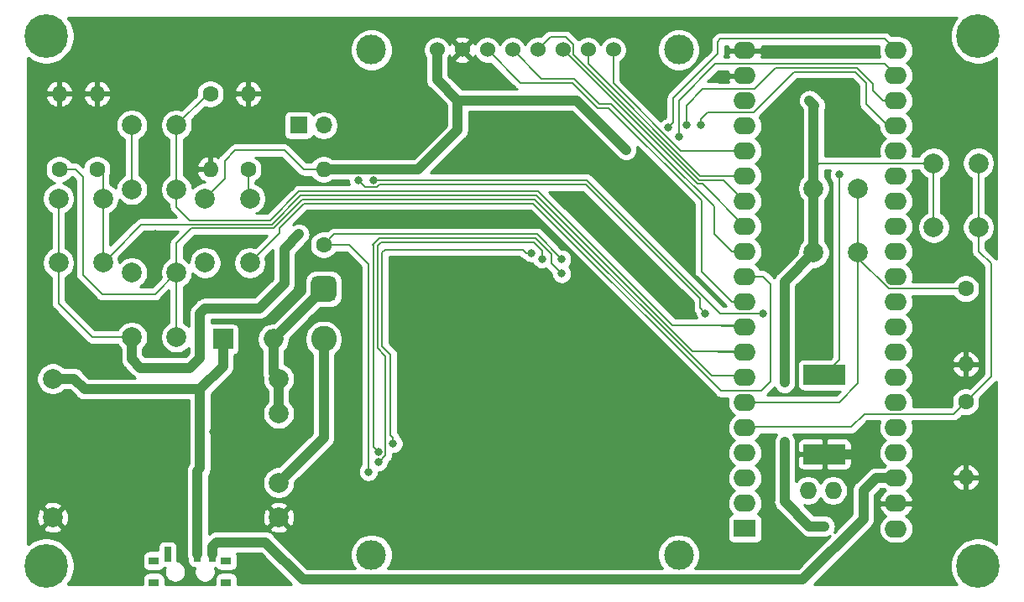
<source format=gbr>
%TF.GenerationSoftware,KiCad,Pcbnew,(5.1.6)-1*%
%TF.CreationDate,2020-07-05T00:12:07+01:00*%
%TF.ProjectId,tetris,74657472-6973-42e6-9b69-6361645f7063,rev?*%
%TF.SameCoordinates,PX26c1e00PY65bcec0*%
%TF.FileFunction,Copper,L1,Top*%
%TF.FilePolarity,Positive*%
%FSLAX46Y46*%
G04 Gerber Fmt 4.6, Leading zero omitted, Abs format (unit mm)*
G04 Created by KiCad (PCBNEW (5.1.6)-1) date 2020-07-05 00:12:07*
%MOMM*%
%LPD*%
G01*
G04 APERTURE LIST*
%TA.AperFunction,SMDPad,CuDef*%
%ADD10R,1.000000X0.800000*%
%TD*%
%TA.AperFunction,SMDPad,CuDef*%
%ADD11R,0.700000X1.500000*%
%TD*%
%TA.AperFunction,ComponentPad*%
%ADD12C,3.000000*%
%TD*%
%TA.AperFunction,ComponentPad*%
%ADD13C,1.524000*%
%TD*%
%TA.AperFunction,ComponentPad*%
%ADD14C,4.400000*%
%TD*%
%TA.AperFunction,ComponentPad*%
%ADD15C,2.000000*%
%TD*%
%TA.AperFunction,ComponentPad*%
%ADD16O,1.600000X1.600000*%
%TD*%
%TA.AperFunction,ComponentPad*%
%ADD17C,1.600000*%
%TD*%
%TA.AperFunction,ComponentPad*%
%ADD18C,2.600000*%
%TD*%
%TA.AperFunction,ComponentPad*%
%ADD19O,1.700000X1.700000*%
%TD*%
%TA.AperFunction,ComponentPad*%
%ADD20R,1.700000X1.700000*%
%TD*%
%TA.AperFunction,ComponentPad*%
%ADD21O,2.000000X2.000000*%
%TD*%
%TA.AperFunction,ComponentPad*%
%ADD22R,2.000000X2.000000*%
%TD*%
%TA.AperFunction,SMDPad,CuDef*%
%ADD23R,4.200000X2.000000*%
%TD*%
%TA.AperFunction,ComponentPad*%
%ADD24O,1.727200X1.727200*%
%TD*%
%TA.AperFunction,ComponentPad*%
%ADD25O,2.250000X1.727200*%
%TD*%
%TA.AperFunction,ComponentPad*%
%ADD26R,2.250000X1.727200*%
%TD*%
%TA.AperFunction,ViaPad*%
%ADD27C,0.800000*%
%TD*%
%TA.AperFunction,Conductor*%
%ADD28C,1.000000*%
%TD*%
%TA.AperFunction,Conductor*%
%ADD29C,0.200000*%
%TD*%
%TA.AperFunction,Conductor*%
%ADD30C,0.250000*%
%TD*%
%TA.AperFunction,Conductor*%
%ADD31C,0.254000*%
%TD*%
G04 APERTURE END LIST*
D10*
%TO.P,SW7,*%
%TO.N,*%
X13350000Y3030000D03*
X20650000Y3030000D03*
X20650000Y820000D03*
X13350000Y820000D03*
D11*
%TO.P,SW7,3*%
%TO.N,+BATT*%
X19250000Y3680000D03*
%TO.P,SW7,2*%
%TO.N,Net-(D1-Pad1)*%
X17750000Y3680000D03*
%TO.P,SW7,1*%
%TO.N,Net-(SW7-Pad1)*%
X14750000Y3680000D03*
%TD*%
D12*
%TO.P,U2,MOUNT*%
%TO.N,N/C*%
X35300000Y3610000D03*
X66300000Y3610000D03*
X35300000Y54610000D03*
X66300000Y54610000D03*
D13*
%TO.P,U2,1*%
%TO.N,+3V3*%
X41910000Y54610000D03*
%TO.P,U2,2*%
%TO.N,GND*%
X44450000Y54610000D03*
%TO.P,U2,3*%
%TO.N,/tft_sck*%
X46990000Y54610000D03*
%TO.P,U2,4*%
%TO.N,/tft_sda*%
X49530000Y54610000D03*
%TO.P,U2,5*%
%TO.N,/tft_reset*%
X52070000Y54610000D03*
%TO.P,U2,6*%
%TO.N,/tft_a0*%
X54610000Y54610000D03*
%TO.P,U2,7*%
%TO.N,/tft_cs*%
X57150000Y54610000D03*
%TO.P,U2,8*%
%TO.N,/tft_led*%
X59690000Y54610000D03*
%TD*%
D14*
%TO.P, ,1*%
%TO.N,N/C*%
X2500000Y56000000D03*
%TD*%
%TO.P, ,1*%
%TO.N,N/C*%
X96500000Y56000000D03*
%TD*%
%TO.P, ,1*%
%TO.N,N/C*%
X96500000Y2500000D03*
%TD*%
%TO.P, ,1*%
%TO.N,N/C*%
X2500000Y2500000D03*
%TD*%
D15*
%TO.P,U3,4*%
%TO.N,Net-(D1-Pad2)*%
X25950000Y17900000D03*
%TO.P,U3,3*%
X25950000Y21400000D03*
%TO.P,U3,5*%
%TO.N,Net-(J3-Pad2)*%
X25950000Y10900000D03*
%TO.P,U3,6*%
%TO.N,GND*%
X25950000Y7400000D03*
%TO.P,U3,1*%
%TO.N,Net-(D1-Pad1)*%
X3150000Y21400000D03*
%TO.P,U3,2*%
%TO.N,GND*%
X3150000Y7400000D03*
%TD*%
D16*
%TO.P,R7,2*%
%TO.N,+3V3*%
X30480000Y42545000D03*
D17*
%TO.P,R7,1*%
%TO.N,/SD_MISO*%
X30480000Y34925000D03*
%TD*%
D18*
%TO.P,J3,2*%
%TO.N,Net-(J3-Pad2)*%
X30480000Y25400000D03*
%TO.P,J3,1*%
%TO.N,Net-(D1-Pad2)*%
%TA.AperFunction,ComponentPad*%
G36*
G01*
X29830000Y31780000D02*
X31130000Y31780000D01*
G75*
G02*
X31780000Y31130000I0J-650000D01*
G01*
X31780000Y29830000D01*
G75*
G02*
X31130000Y29180000I-650000J0D01*
G01*
X29830000Y29180000D01*
G75*
G02*
X29180000Y29830000I0J650000D01*
G01*
X29180000Y31130000D01*
G75*
G02*
X29830000Y31780000I650000J0D01*
G01*
G37*
%TD.AperFunction*%
%TD*%
D19*
%TO.P,J2,2*%
%TO.N,Net-(J2-Pad2)*%
X30480000Y46990000D03*
D20*
%TO.P,J2,1*%
%TO.N,Net-(J2-Pad1)*%
X27940000Y46990000D03*
%TD*%
D21*
%TO.P,D1,2*%
%TO.N,Net-(D1-Pad2)*%
X25400000Y25400000D03*
D22*
%TO.P,D1,1*%
%TO.N,Net-(D1-Pad1)*%
X20320000Y25400000D03*
%TD*%
D23*
%TO.P,BZ1,2*%
%TO.N,GND*%
X81000000Y13780000D03*
%TO.P,BZ1,1*%
%TO.N,Net-(BZ1-Pad1)*%
X81000000Y21780000D03*
%TD*%
D24*
%TO.P,U1,42*%
%TO.N,Net-(U1-Pad42)*%
X79340000Y10109200D03*
%TO.P,U1,41*%
%TO.N,Net-(U1-Pad41)*%
X81880000Y10109200D03*
D25*
%TO.P,U1,40*%
%TO.N,+3V3*%
X88220000Y6248400D03*
%TO.P,U1,39*%
%TO.N,GND*%
X88220000Y8839200D03*
%TO.P,U1,38*%
%TO.N,+BATT*%
X88220000Y11379200D03*
%TO.P,U1,37*%
%TO.N,Net-(U1-Pad37)*%
X88220000Y13919200D03*
%TO.P,U1,36*%
%TO.N,Net-(U1-Pad36)*%
X88220000Y16459200D03*
%TO.P,U1,35*%
%TO.N,Net-(J2-Pad1)*%
X88220000Y18999200D03*
%TO.P,U1,34*%
%TO.N,Net-(J2-Pad2)*%
X88220000Y21539200D03*
%TO.P,U1,33*%
%TO.N,Net-(U1-Pad33)*%
X88220000Y24079200D03*
%TO.P,U1,32*%
%TO.N,Net-(U1-Pad32)*%
X88220000Y26619200D03*
%TO.P,U1,31*%
%TO.N,Net-(U1-Pad31)*%
X88220000Y29159200D03*
%TO.P,U1,30*%
%TO.N,Net-(U1-Pad30)*%
X88220000Y31699200D03*
%TO.P,U1,29*%
%TO.N,Net-(U1-Pad29)*%
X88220000Y34239200D03*
%TO.P,U1,28*%
%TO.N,Net-(U1-Pad28)*%
X88220000Y36779200D03*
%TO.P,U1,27*%
%TO.N,Net-(U1-Pad27)*%
X88220000Y39319200D03*
%TO.P,U1,26*%
%TO.N,Net-(U1-Pad26)*%
X88220000Y41859200D03*
%TO.P,U1,25*%
%TO.N,Net-(BZ1-Pad1)*%
X88220000Y44399200D03*
%TO.P,U1,24*%
%TO.N,/SD_MOSI*%
X88220000Y46939200D03*
%TO.P,U1,23*%
%TO.N,/SD_MISO*%
X88220000Y49479200D03*
%TO.P,U1,22*%
%TO.N,/SD_CLK*%
X88220000Y52019200D03*
%TO.P,U1,21*%
%TO.N,/SD_CS*%
X88220000Y54559200D03*
%TO.P,U1,20*%
%TO.N,GND*%
X72980000Y54559200D03*
%TO.P,U1,19*%
X72980000Y52019200D03*
%TO.P,U1,18*%
%TO.N,+3V3*%
X72980000Y49479200D03*
%TO.P,U1,17*%
%TO.N,Net-(U1-Pad17)*%
X72980000Y46939200D03*
%TO.P,U1,16*%
%TO.N,/tft_led*%
X72980000Y44399200D03*
%TO.P,U1,15*%
%TO.N,/tft_cs*%
X72980000Y41859200D03*
%TO.P,U1,14*%
%TO.N,/tft_reset*%
X72980000Y39319200D03*
%TO.P,U1,13*%
%TO.N,/tft_a0*%
X72980000Y36779200D03*
%TO.P,U1,12*%
%TO.N,/tft_sda*%
X72980000Y34239200D03*
%TO.P,U1,11*%
%TO.N,/sw_right*%
X72980000Y31699200D03*
%TO.P,U1,10*%
%TO.N,/tft_sck*%
X72980000Y29159200D03*
%TO.P,U1,9*%
%TO.N,/sw_up*%
X72980000Y26619200D03*
%TO.P,U1,8*%
%TO.N,/sw_left*%
X72980000Y24079200D03*
%TO.P,U1,7*%
%TO.N,/sw_down*%
X72980000Y21539200D03*
%TO.P,U1,6*%
%TO.N,/sw_b*%
X72980000Y18999200D03*
%TO.P,U1,5*%
%TO.N,/sw_a*%
X72980000Y16459200D03*
%TO.P,U1,4*%
%TO.N,Net-(U1-Pad4)*%
X72980000Y13919200D03*
%TO.P,U1,3*%
%TO.N,Net-(U1-Pad3)*%
X72980000Y11379200D03*
%TO.P,U1,2*%
%TO.N,Net-(U1-Pad2)*%
X72980000Y8839200D03*
D26*
%TO.P,U1,1*%
%TO.N,Net-(U1-Pad1)*%
X72980000Y6299200D03*
%TD*%
D17*
%TO.P,R6,1*%
%TO.N,/sw_b*%
X95250000Y30480000D03*
D16*
%TO.P,R6,2*%
%TO.N,GND*%
X95250000Y22860000D03*
%TD*%
D17*
%TO.P,R5,1*%
%TO.N,/sw_a*%
X95250000Y19050000D03*
D16*
%TO.P,R5,2*%
%TO.N,GND*%
X95250000Y11430000D03*
%TD*%
D15*
%TO.P,SW6,1*%
%TO.N,+3V3*%
X92030000Y43170000D03*
%TO.P,SW6,2*%
%TO.N,/sw_a*%
X96530000Y43170000D03*
%TO.P,SW6,1*%
%TO.N,+3V3*%
X92030000Y36670000D03*
%TO.P,SW6,2*%
%TO.N,/sw_a*%
X96530000Y36670000D03*
%TD*%
%TO.P,SW5,1*%
%TO.N,+3V3*%
X79910000Y40630000D03*
%TO.P,SW5,2*%
%TO.N,/sw_b*%
X84410000Y40630000D03*
%TO.P,SW5,1*%
%TO.N,+3V3*%
X79910000Y34130000D03*
%TO.P,SW5,2*%
%TO.N,/sw_b*%
X84410000Y34130000D03*
%TD*%
%TO.P,SW4,2*%
%TO.N,/sw_right*%
X23030000Y33100000D03*
%TO.P,SW4,1*%
%TO.N,+3V3*%
X18530000Y33100000D03*
%TO.P,SW4,2*%
%TO.N,/sw_right*%
X23030000Y39600000D03*
%TO.P,SW4,1*%
%TO.N,+3V3*%
X18530000Y39600000D03*
%TD*%
%TO.P,SW3,2*%
%TO.N,/sw_up*%
X15630000Y40500000D03*
%TO.P,SW3,1*%
%TO.N,+3V3*%
X11130000Y40500000D03*
%TO.P,SW3,2*%
%TO.N,/sw_up*%
X15630000Y47000000D03*
%TO.P,SW3,1*%
%TO.N,+3V3*%
X11130000Y47000000D03*
%TD*%
%TO.P,SW2,2*%
%TO.N,/sw_down*%
X15630000Y25600000D03*
%TO.P,SW2,1*%
%TO.N,+3V3*%
X11130000Y25600000D03*
%TO.P,SW2,2*%
%TO.N,/sw_down*%
X15630000Y32100000D03*
%TO.P,SW2,1*%
%TO.N,+3V3*%
X11130000Y32100000D03*
%TD*%
%TO.P,SW1,2*%
%TO.N,/sw_left*%
X8230000Y33100000D03*
%TO.P,SW1,1*%
%TO.N,+3V3*%
X3730000Y33100000D03*
%TO.P,SW1,2*%
%TO.N,/sw_left*%
X8230000Y39600000D03*
%TO.P,SW1,1*%
%TO.N,+3V3*%
X3730000Y39600000D03*
%TD*%
D17*
%TO.P,R4,1*%
%TO.N,/sw_up*%
X19050000Y50165000D03*
D16*
%TO.P,R4,2*%
%TO.N,GND*%
X19050000Y42545000D03*
%TD*%
D17*
%TO.P,R3,1*%
%TO.N,/sw_right*%
X22860000Y42545000D03*
D16*
%TO.P,R3,2*%
%TO.N,GND*%
X22860000Y50165000D03*
%TD*%
%TO.P,R2,2*%
%TO.N,GND*%
X3810000Y50165000D03*
D17*
%TO.P,R2,1*%
%TO.N,/sw_down*%
X3810000Y42545000D03*
%TD*%
%TO.P,R1,1*%
%TO.N,/sw_left*%
X7620000Y42545000D03*
D16*
%TO.P,R1,2*%
%TO.N,GND*%
X7620000Y50165000D03*
%TD*%
D27*
%TO.N,GND*%
X84500000Y14000000D03*
X19350000Y16000000D03*
X85000000Y2000000D03*
X90500000Y2000000D03*
X95500000Y7500000D03*
X77000000Y44500000D03*
X82500000Y48500000D03*
X95000000Y50000000D03*
X95000000Y47500000D03*
X45000000Y10000000D03*
X65000000Y10000000D03*
X48000000Y45000000D03*
X54000000Y45000000D03*
X65500000Y37000000D03*
X37000000Y49000000D03*
X11000000Y52000000D03*
X16000000Y52000000D03*
X5000000Y16000000D03*
X5000000Y11500000D03*
X12000000Y11500000D03*
X55000000Y10000000D03*
X65000000Y20000000D03*
X55000000Y20000000D03*
X45000000Y20000000D03*
X45000000Y30000000D03*
X61500000Y33500000D03*
X64500000Y30500000D03*
X80500000Y30500000D03*
X13000000Y28000000D03*
X21000000Y30500000D03*
X13500000Y36000000D03*
X26500000Y41500000D03*
X7500000Y28500000D03*
%TO.N,+3V3*%
X61000000Y44500000D03*
X79500000Y49500000D03*
X77000000Y21000000D03*
X77000000Y15000000D03*
X81000000Y6500000D03*
X28000000Y36000000D03*
X12000000Y22500000D03*
%TO.N,Net-(BZ1-Pad1)*%
X82500000Y42000000D03*
%TO.N,/SD_MISO*%
X67099180Y47048420D03*
X54500000Y33500000D03*
X35000000Y12000000D03*
%TO.N,/SD_CLK*%
X52500000Y33500000D03*
X35999087Y12970476D03*
X66300000Y45850000D03*
%TO.N,/SD_MOSI*%
X68500000Y47000000D03*
X54500000Y32000000D03*
X36030000Y13970000D03*
%TO.N,Net-(J2-Pad2)*%
X35500000Y41445000D03*
X74842140Y28000000D03*
%TO.N,Net-(J2-Pad1)*%
X34000000Y41445000D03*
X69000000Y28000000D03*
%TO.N,/SD_CS*%
X37500000Y14850000D03*
X51450000Y34100000D03*
X65200000Y46750000D03*
%TD*%
D28*
%TO.N,GND*%
X81000000Y13780000D02*
X84280000Y13780000D01*
X84280000Y13780000D02*
X84500000Y14000000D01*
D29*
%TO.N,/sw_right*%
X22860000Y39770000D02*
X23030000Y39600000D01*
X22860000Y42545000D02*
X22860000Y39770000D01*
X74808080Y31699200D02*
X72980000Y31699200D01*
X26040629Y36110629D02*
X26040629Y36649113D01*
X23030000Y33100000D02*
X26040629Y36110629D01*
X75542140Y30965140D02*
X74808080Y31699200D01*
X70575776Y20162810D02*
X74610250Y20162810D01*
X28492356Y39100840D02*
X51637746Y39100840D01*
X26040629Y36649113D02*
X28492356Y39100840D01*
X75542140Y21094700D02*
X75542140Y30965140D01*
X74610250Y20162810D02*
X75542140Y21094700D01*
X51637746Y39100840D02*
X70575776Y20162810D01*
%TO.N,/sw_up*%
X15630000Y47000000D02*
X15630000Y40500000D01*
X15630000Y40500000D02*
X15630000Y38736160D01*
X15630000Y38736160D02*
X16991370Y37374790D01*
X25069212Y37374790D02*
X27995291Y40300870D01*
X16991370Y37374790D02*
X25069212Y37374790D01*
X27995291Y40300870D02*
X36685809Y40300870D01*
X18795000Y50165000D02*
X19050000Y50165000D01*
X15630000Y47000000D02*
X18795000Y50165000D01*
X51903590Y40300870D02*
X52134811Y40300870D01*
X51903590Y40300870D02*
X52134810Y40300870D01*
X52134811Y40300870D02*
X65659001Y26776680D01*
X36685809Y40300870D02*
X51903590Y40300870D01*
X65659001Y26776680D02*
X70568820Y26776680D01*
D30*
X72822520Y26776680D02*
X72980000Y26619200D01*
X70568820Y26776680D02*
X72822520Y26776680D01*
D29*
%TO.N,+3V3*%
X3730000Y39600000D02*
X3730000Y33100000D01*
X3730000Y33100000D02*
X3730000Y29008060D01*
X7138060Y25600000D02*
X11130000Y25600000D01*
X3730000Y29008060D02*
X7138060Y25600000D01*
X11130000Y47000000D02*
X11130000Y40500000D01*
X30480000Y42545000D02*
X28455000Y42545000D01*
X28455000Y42545000D02*
X26500000Y44500000D01*
X21577000Y44500000D02*
X20500000Y43423000D01*
X26500000Y44500000D02*
X21577000Y44500000D01*
X20500000Y41570000D02*
X18530000Y39600000D01*
X20500000Y43423000D02*
X20500000Y41570000D01*
D28*
X61000000Y44500000D02*
X56000000Y49500000D01*
X56000000Y49500000D02*
X44000000Y49500000D01*
X41910000Y51590000D02*
X41910000Y54610000D01*
X44000000Y49500000D02*
X41910000Y51590000D01*
X44000000Y49500000D02*
X44000000Y46500000D01*
X40045000Y42545000D02*
X30480000Y42545000D01*
X44000000Y46500000D02*
X40045000Y42545000D01*
X79500000Y49500000D02*
X80000000Y49000000D01*
X80000000Y49000000D02*
X79910000Y48910000D01*
X79910000Y40630000D02*
X79910000Y34130000D01*
X79910000Y34130000D02*
X77000000Y31220000D01*
X77000000Y31220000D02*
X77000000Y21000000D01*
X77000000Y15000000D02*
X77000000Y9000000D01*
X77000000Y9000000D02*
X79500000Y6500000D01*
X79500000Y6500000D02*
X81000000Y6500000D01*
D29*
X80490000Y43170000D02*
X79910000Y42590000D01*
X92030000Y43170000D02*
X80490000Y43170000D01*
D28*
X79910000Y48910000D02*
X79910000Y42590000D01*
X79910000Y42590000D02*
X79910000Y40630000D01*
D29*
X92030000Y36670000D02*
X92030000Y43170000D01*
D28*
X12000000Y22500000D02*
X11130000Y23370000D01*
X18000000Y28000000D02*
X18000000Y23500000D01*
X18000000Y23500000D02*
X17000000Y22500000D01*
X26500000Y34500000D02*
X26500000Y31000000D01*
X17000000Y22500000D02*
X12000000Y22500000D01*
X26500000Y31000000D02*
X24000000Y28500000D01*
X11130000Y23370000D02*
X11130000Y25600000D01*
X28000000Y36000000D02*
X26500000Y34500000D01*
X24000000Y28500000D02*
X18500000Y28500000D01*
X18500000Y28500000D02*
X18000000Y28000000D01*
D29*
%TO.N,/sw_left*%
X7620000Y42545000D02*
X7660640Y42545000D01*
X8230000Y41975640D02*
X8230000Y39600000D01*
X7660640Y42545000D02*
X8230000Y41975640D01*
X8230000Y39600000D02*
X8230000Y33100000D01*
X28160980Y39900860D02*
X51969122Y39900860D01*
X12098020Y36974780D02*
X25234900Y36974780D01*
X8230000Y33100000D02*
X9229999Y34099999D01*
X9229999Y34106759D02*
X12098020Y36974780D01*
X9229999Y34099999D02*
X9229999Y34106759D01*
X25234900Y36974780D02*
X28160980Y39900860D01*
X51969122Y39900860D02*
X54261112Y37608871D01*
X54261112Y37608871D02*
X67696803Y24173180D01*
X67696803Y24173180D02*
X70210680Y24173180D01*
D30*
X72886020Y24173180D02*
X72980000Y24079200D01*
X70210680Y24173180D02*
X72886020Y24173180D01*
D29*
%TO.N,/sw_down*%
X13486760Y29956760D02*
X15630000Y32100000D01*
X5445760Y42545000D02*
X6212840Y41777920D01*
X3810000Y42545000D02*
X5445760Y42545000D01*
X6212840Y31877000D02*
X8133080Y29956760D01*
X6212840Y41777920D02*
X6212840Y31877000D01*
X8133080Y29956760D02*
X13486760Y29956760D01*
X15630000Y32100000D02*
X15630000Y25600000D01*
X69617764Y21686520D02*
X72832680Y21686520D01*
X51803434Y39500850D02*
X69617764Y21686520D01*
X15630000Y35054690D02*
X17150080Y36574770D01*
X72832680Y21686520D02*
X72980000Y21539200D01*
X15630000Y32100000D02*
X15630000Y35054690D01*
X17150080Y36574770D02*
X25400589Y36574770D01*
X25400589Y36574770D02*
X28326668Y39500850D01*
X28326668Y39500850D02*
X51803434Y39500850D01*
%TO.N,/tft_cs*%
X68492200Y41859200D02*
X57150000Y53201400D01*
X72980000Y41859200D02*
X68492200Y41859200D01*
X57150000Y53201400D02*
X57150000Y54610000D01*
%TO.N,/tft_reset*%
X55672001Y55119761D02*
X54911762Y55880000D01*
X72980000Y39319200D02*
X70840010Y41459190D01*
X55672001Y54113700D02*
X55672001Y55119761D01*
X53340000Y55880000D02*
X52070000Y54610000D01*
X70840010Y41459190D02*
X68326510Y41459190D01*
X54911762Y55880000D02*
X53340000Y55880000D01*
X68326510Y41459190D02*
X55672001Y54113700D01*
%TO.N,/tft_a0*%
X68700021Y41059179D02*
X72980000Y36779200D01*
X68160822Y41059179D02*
X68700021Y41059179D01*
X54610000Y54610000D02*
X68160822Y41059179D01*
%TO.N,/tft_sda*%
X64839302Y43815000D02*
X69850000Y38804302D01*
X64770000Y43815000D02*
X64839302Y43815000D01*
X49530000Y54610000D02*
X52470009Y51669991D01*
X69850000Y38804302D02*
X69850000Y36044200D01*
X59455009Y49129991D02*
X64770000Y43815000D01*
X69850000Y36044200D02*
X71655000Y34239200D01*
X52470009Y51669991D02*
X55714309Y51669991D01*
X58254309Y49129991D02*
X59455009Y49129991D01*
X71655000Y34239200D02*
X72980000Y34239200D01*
X55714309Y51669991D02*
X58254309Y49129991D01*
%TO.N,/tft_sck*%
X59220020Y48729980D02*
X68580000Y39370000D01*
X68580000Y39370000D02*
X68580000Y32234200D01*
X58088620Y48729980D02*
X59220020Y48729980D01*
X46990000Y54610000D02*
X50330020Y51269980D01*
X71655000Y29159200D02*
X72980000Y29159200D01*
X50330020Y51269980D02*
X55548620Y51269980D01*
X55548620Y51269980D02*
X58088620Y48729980D01*
X68580000Y32234200D02*
X71655000Y29159200D01*
%TO.N,/sw_b*%
X84410000Y33602207D02*
X84410000Y34130000D01*
X87532207Y30480000D02*
X84410000Y33602207D01*
X95250000Y30480000D02*
X87532207Y30480000D01*
X84410000Y34130000D02*
X84410000Y40630000D01*
X84410000Y34130000D02*
X84410000Y20910000D01*
X82499200Y18999200D02*
X72980000Y18999200D01*
X84410000Y20910000D02*
X82499200Y18999200D01*
%TO.N,/sw_a*%
X96530000Y43170000D02*
X96530000Y36670000D01*
X96530000Y36670000D02*
X96530000Y34280000D01*
X96530000Y34280000D02*
X97790000Y33020000D01*
X97790000Y21590000D02*
X95250000Y19050000D01*
X97790000Y33020000D02*
X97790000Y21590000D01*
X94035590Y17835590D02*
X85034410Y17835590D01*
X95250000Y19050000D02*
X94035590Y17835590D01*
X85034410Y17835590D02*
X83708820Y16510000D01*
X73030800Y16510000D02*
X72980000Y16459200D01*
X83708820Y16510000D02*
X73030800Y16510000D01*
%TO.N,Net-(BZ1-Pad1)*%
X81000000Y21780000D02*
X82500000Y23280000D01*
X82500000Y23280000D02*
X82500000Y42000000D01*
D28*
%TO.N,Net-(D1-Pad2)*%
X25400000Y21950000D02*
X25950000Y21400000D01*
X25400000Y25400000D02*
X25400000Y21950000D01*
X25400000Y25400000D02*
X28450000Y28450000D01*
X28450000Y28450000D02*
X30480000Y30480000D01*
X25950000Y21400000D02*
X25950000Y17900000D01*
%TO.N,+BATT*%
X19700000Y4900000D02*
X19250000Y4450000D01*
X24600000Y4900000D02*
X19700000Y4900000D01*
X28369700Y1130300D02*
X24600000Y4900000D01*
X88220000Y11379200D02*
X86189820Y11379200D01*
X19250000Y4450000D02*
X19250000Y3680000D01*
X78803500Y1130300D02*
X28369700Y1130300D01*
X84922360Y10111740D02*
X84922360Y7249160D01*
X86189820Y11379200D02*
X84922360Y10111740D01*
X84922360Y7249160D02*
X78803500Y1130300D01*
%TO.N,Net-(D1-Pad1)*%
X20320000Y25400000D02*
X20320000Y22651720D01*
X18018280Y20350000D02*
X6350000Y20350000D01*
X20320000Y22651720D02*
X18018280Y20350000D01*
X18018280Y20350000D02*
X18018280Y12370280D01*
D29*
%TO.N,/SD_MISO*%
X86895000Y49479200D02*
X85864700Y50509500D01*
X88220000Y49479200D02*
X86895000Y49479200D01*
X85864700Y50509500D02*
X85864700Y51191160D01*
X85864700Y51191160D02*
X84273060Y52782800D01*
X84273060Y52782800D02*
X76064440Y52782800D01*
X73924450Y50642810D02*
X70261190Y50642810D01*
X76064440Y52782800D02*
X73924450Y50642810D01*
X70261190Y50642810D02*
X70243700Y50660300D01*
X70243700Y50660300D02*
X68745100Y50660300D01*
X68745100Y50660300D02*
X67099180Y49014380D01*
X67099180Y49014380D02*
X67099180Y47048420D01*
X31555000Y36000000D02*
X30480000Y34925000D01*
X54500000Y33500000D02*
X52000000Y36000000D01*
X52000000Y36000000D02*
X31555000Y36000000D01*
X30480000Y34925000D02*
X33075000Y34925000D01*
X33075000Y34925000D02*
X35000000Y33000000D01*
X35000000Y33000000D02*
X35000000Y12000000D01*
%TO.N,/SD_CLK*%
X52500000Y33500000D02*
X52500000Y34368604D01*
X52500000Y34368604D02*
X51668624Y35199980D01*
X51668624Y35199980D02*
X46500000Y35199980D01*
X36265679Y35199980D02*
X35900010Y34834311D01*
X46500000Y35199980D02*
X36265679Y35199980D01*
X35900010Y34834311D02*
X35900010Y24500000D01*
X36066478Y12970476D02*
X35999087Y12970476D01*
X36730001Y13633999D02*
X36066478Y12970476D01*
X35900010Y24500000D02*
X36730001Y23670009D01*
X36730001Y23670009D02*
X36730001Y13633999D01*
X70002690Y53182810D02*
X66300000Y49480120D01*
X66300000Y49480120D02*
X66300000Y45850000D01*
X88220000Y52019200D02*
X87056390Y53182810D01*
X87056390Y53182810D02*
X70002690Y53182810D01*
%TO.N,/SD_MOSI*%
X88220000Y46939200D02*
X87391240Y46939200D01*
X85217000Y49113440D02*
X85217000Y51273162D01*
X87391240Y46939200D02*
X85217000Y49113440D01*
X85217000Y51273162D02*
X84107372Y52382790D01*
X84107372Y52382790D02*
X77935190Y52382790D01*
X77935190Y52382790D02*
X75892660Y50340260D01*
X73867990Y48315590D02*
X69184410Y48315590D01*
X75892660Y50340260D02*
X73867990Y48315590D01*
X69184410Y48315590D02*
X68500000Y47631180D01*
X68500000Y47631180D02*
X68500000Y47000000D01*
X53467151Y33967151D02*
X51834312Y35599990D01*
X53467151Y33032849D02*
X53467151Y33967151D01*
X51834312Y35599990D02*
X36000000Y35599990D01*
X36000000Y35599990D02*
X36000000Y35500000D01*
X36000000Y35500000D02*
X35400010Y34900010D01*
X35400010Y34900010D02*
X35500000Y34800020D01*
X35500000Y14500000D02*
X36030000Y13970000D01*
X35500000Y34800020D02*
X35500000Y14500000D01*
X54500000Y32000000D02*
X53467151Y33032849D01*
%TO.N,Net-(J2-Pad2)*%
X35500000Y41445000D02*
X57055000Y41445000D01*
X57055000Y41445000D02*
X70504410Y27995590D01*
X74837730Y27995590D02*
X74842140Y28000000D01*
X70504410Y27995590D02*
X74837730Y27995590D01*
%TO.N,Net-(J2-Pad1)*%
X69000000Y28000000D02*
X68467151Y28532849D01*
X68467151Y28532849D02*
X68467151Y29467151D01*
X68467151Y29467151D02*
X56934302Y41000000D01*
X34700001Y40744999D02*
X34000000Y41445000D01*
X36091002Y41000000D02*
X35836001Y40744999D01*
X35836001Y40744999D02*
X34700001Y40744999D01*
X56934302Y41000000D02*
X36091002Y41000000D01*
D28*
%TO.N,Net-(J3-Pad2)*%
X30480000Y15430000D02*
X25950000Y10900000D01*
X30480000Y25400000D02*
X30480000Y15430000D01*
D29*
%TO.N,/tft_led*%
X59690000Y51227100D02*
X66517900Y44399200D01*
X66517900Y44399200D02*
X72980000Y44399200D01*
X59690000Y54610000D02*
X59690000Y51227100D01*
%TO.N,/SD_CS*%
X37500000Y14850000D02*
X37500000Y15450000D01*
X37500000Y15450000D02*
X37250000Y15700000D01*
X37250000Y15700000D02*
X37250000Y23850000D01*
X37250000Y23850000D02*
X36400000Y24700000D01*
X36400000Y24700000D02*
X36400000Y34150000D01*
X36400000Y34150000D02*
X36700000Y34450000D01*
X36700000Y34450000D02*
X50550000Y34450000D01*
X50550000Y34450000D02*
X50900000Y34100000D01*
X50900000Y34100000D02*
X51450000Y34100000D01*
X65200000Y46750000D02*
X65750000Y47300000D01*
X65750000Y47300000D02*
X65750000Y49750000D01*
X65750000Y49750000D02*
X70250000Y54250000D01*
X70250000Y54250000D02*
X70250000Y55450000D01*
X87056390Y55722810D02*
X88220000Y54559200D01*
X70522810Y55722810D02*
X87056390Y55722810D01*
X70250000Y55450000D02*
X70522810Y55722810D01*
D28*
%TO.N,Net-(D1-Pad1)*%
X17750000Y12102000D02*
X18018280Y12370280D01*
X17750000Y3680000D02*
X17750000Y12102000D01*
X5300000Y21400000D02*
X6350000Y20350000D01*
X3150000Y21400000D02*
X5300000Y21400000D01*
%TD*%
D31*
%TO.N,GND*%
G36*
X94297912Y57807207D02*
G01*
X93987656Y57342876D01*
X93773948Y56826939D01*
X93665000Y56279223D01*
X93665000Y55720777D01*
X93773948Y55173061D01*
X93987656Y54657124D01*
X94297912Y54192793D01*
X94692793Y53797912D01*
X95157124Y53487656D01*
X95673061Y53273948D01*
X96220777Y53165000D01*
X96779223Y53165000D01*
X97326939Y53273948D01*
X97842876Y53487656D01*
X98307207Y53797912D01*
X98340000Y53830705D01*
X98340000Y33508409D01*
X98335253Y33514194D01*
X98335250Y33514197D01*
X98312237Y33542238D01*
X98284197Y33565250D01*
X97265000Y34584446D01*
X97265000Y35204736D01*
X97304463Y35221082D01*
X97572252Y35400013D01*
X97799987Y35627748D01*
X97978918Y35895537D01*
X98102168Y36193088D01*
X98165000Y36508967D01*
X98165000Y36831033D01*
X98102168Y37146912D01*
X97978918Y37444463D01*
X97799987Y37712252D01*
X97572252Y37939987D01*
X97304463Y38118918D01*
X97265000Y38135264D01*
X97265000Y41704736D01*
X97304463Y41721082D01*
X97572252Y41900013D01*
X97799987Y42127748D01*
X97978918Y42395537D01*
X98102168Y42693088D01*
X98165000Y43008967D01*
X98165000Y43331033D01*
X98102168Y43646912D01*
X97978918Y43944463D01*
X97799987Y44212252D01*
X97572252Y44439987D01*
X97304463Y44618918D01*
X97006912Y44742168D01*
X96691033Y44805000D01*
X96368967Y44805000D01*
X96053088Y44742168D01*
X95755537Y44618918D01*
X95487748Y44439987D01*
X95260013Y44212252D01*
X95081082Y43944463D01*
X94957832Y43646912D01*
X94895000Y43331033D01*
X94895000Y43008967D01*
X94957832Y42693088D01*
X95081082Y42395537D01*
X95260013Y42127748D01*
X95487748Y41900013D01*
X95755537Y41721082D01*
X95795000Y41704736D01*
X95795001Y38135264D01*
X95755537Y38118918D01*
X95487748Y37939987D01*
X95260013Y37712252D01*
X95081082Y37444463D01*
X94957832Y37146912D01*
X94895000Y36831033D01*
X94895000Y36508967D01*
X94957832Y36193088D01*
X95081082Y35895537D01*
X95260013Y35627748D01*
X95487748Y35400013D01*
X95755537Y35221082D01*
X95795001Y35204736D01*
X95795001Y34316115D01*
X95791444Y34280000D01*
X95805635Y34135915D01*
X95843759Y34010241D01*
X95847664Y33997367D01*
X95915914Y33869680D01*
X96007763Y33757762D01*
X96035808Y33734746D01*
X97055000Y32715553D01*
X97055001Y21894448D01*
X95603376Y20442822D01*
X95391335Y20485000D01*
X95108665Y20485000D01*
X94831426Y20429853D01*
X94570273Y20321680D01*
X94335241Y20164637D01*
X94135363Y19964759D01*
X93978320Y19729727D01*
X93870147Y19468574D01*
X93815000Y19191335D01*
X93815000Y18908665D01*
X93857178Y18696624D01*
X93731144Y18570590D01*
X89917415Y18570590D01*
X89958316Y18705423D01*
X89987251Y18999200D01*
X89958316Y19292977D01*
X89872625Y19575464D01*
X89733469Y19835806D01*
X89546197Y20063997D01*
X89318006Y20251269D01*
X89284460Y20269200D01*
X89318006Y20287131D01*
X89546197Y20474403D01*
X89733469Y20702594D01*
X89872625Y20962936D01*
X89958316Y21245423D01*
X89987251Y21539200D01*
X89958316Y21832977D01*
X89872625Y22115464D01*
X89733469Y22375806D01*
X89622551Y22510960D01*
X93858091Y22510960D01*
X93952930Y22246119D01*
X94097615Y22004869D01*
X94286586Y21796481D01*
X94512580Y21628963D01*
X94766913Y21508754D01*
X94900961Y21468096D01*
X95123000Y21590085D01*
X95123000Y22733000D01*
X95377000Y22733000D01*
X95377000Y21590085D01*
X95599039Y21468096D01*
X95733087Y21508754D01*
X95987420Y21628963D01*
X96213414Y21796481D01*
X96402385Y22004869D01*
X96547070Y22246119D01*
X96641909Y22510960D01*
X96520624Y22733000D01*
X95377000Y22733000D01*
X95123000Y22733000D01*
X93979376Y22733000D01*
X93858091Y22510960D01*
X89622551Y22510960D01*
X89546197Y22603997D01*
X89318006Y22791269D01*
X89284460Y22809200D01*
X89318006Y22827131D01*
X89546197Y23014403D01*
X89705931Y23209040D01*
X93858091Y23209040D01*
X93979376Y22987000D01*
X95123000Y22987000D01*
X95123000Y24129915D01*
X95377000Y24129915D01*
X95377000Y22987000D01*
X96520624Y22987000D01*
X96641909Y23209040D01*
X96547070Y23473881D01*
X96402385Y23715131D01*
X96213414Y23923519D01*
X95987420Y24091037D01*
X95733087Y24211246D01*
X95599039Y24251904D01*
X95377000Y24129915D01*
X95123000Y24129915D01*
X94900961Y24251904D01*
X94766913Y24211246D01*
X94512580Y24091037D01*
X94286586Y23923519D01*
X94097615Y23715131D01*
X93952930Y23473881D01*
X93858091Y23209040D01*
X89705931Y23209040D01*
X89733469Y23242594D01*
X89872625Y23502936D01*
X89958316Y23785423D01*
X89987251Y24079200D01*
X89958316Y24372977D01*
X89872625Y24655464D01*
X89733469Y24915806D01*
X89546197Y25143997D01*
X89318006Y25331269D01*
X89284460Y25349200D01*
X89318006Y25367131D01*
X89546197Y25554403D01*
X89733469Y25782594D01*
X89872625Y26042936D01*
X89958316Y26325423D01*
X89987251Y26619200D01*
X89958316Y26912977D01*
X89872625Y27195464D01*
X89733469Y27455806D01*
X89546197Y27683997D01*
X89318006Y27871269D01*
X89284460Y27889200D01*
X89318006Y27907131D01*
X89546197Y28094403D01*
X89733469Y28322594D01*
X89872625Y28582936D01*
X89958316Y28865423D01*
X89987251Y29159200D01*
X89958316Y29452977D01*
X89872625Y29735464D01*
X89867528Y29745000D01*
X94015252Y29745000D01*
X94135363Y29565241D01*
X94335241Y29365363D01*
X94570273Y29208320D01*
X94831426Y29100147D01*
X95108665Y29045000D01*
X95391335Y29045000D01*
X95668574Y29100147D01*
X95929727Y29208320D01*
X96164759Y29365363D01*
X96364637Y29565241D01*
X96521680Y29800273D01*
X96629853Y30061426D01*
X96685000Y30338665D01*
X96685000Y30621335D01*
X96629853Y30898574D01*
X96521680Y31159727D01*
X96364637Y31394759D01*
X96164759Y31594637D01*
X95929727Y31751680D01*
X95668574Y31859853D01*
X95391335Y31915000D01*
X95108665Y31915000D01*
X94831426Y31859853D01*
X94570273Y31751680D01*
X94335241Y31594637D01*
X94135363Y31394759D01*
X94015252Y31215000D01*
X89900552Y31215000D01*
X89958316Y31405423D01*
X89987251Y31699200D01*
X89958316Y31992977D01*
X89872625Y32275464D01*
X89733469Y32535806D01*
X89546197Y32763997D01*
X89318006Y32951269D01*
X89284460Y32969200D01*
X89318006Y32987131D01*
X89546197Y33174403D01*
X89733469Y33402594D01*
X89872625Y33662936D01*
X89958316Y33945423D01*
X89987251Y34239200D01*
X89958316Y34532977D01*
X89872625Y34815464D01*
X89733469Y35075806D01*
X89546197Y35303997D01*
X89318006Y35491269D01*
X89284460Y35509200D01*
X89318006Y35527131D01*
X89546197Y35714403D01*
X89733469Y35942594D01*
X89872625Y36202936D01*
X89958316Y36485423D01*
X89987251Y36779200D01*
X89958316Y37072977D01*
X89872625Y37355464D01*
X89733469Y37615806D01*
X89546197Y37843997D01*
X89318006Y38031269D01*
X89284460Y38049200D01*
X89318006Y38067131D01*
X89546197Y38254403D01*
X89733469Y38482594D01*
X89872625Y38742936D01*
X89958316Y39025423D01*
X89987251Y39319200D01*
X89958316Y39612977D01*
X89872625Y39895464D01*
X89733469Y40155806D01*
X89546197Y40383997D01*
X89318006Y40571269D01*
X89284460Y40589200D01*
X89318006Y40607131D01*
X89546197Y40794403D01*
X89733469Y41022594D01*
X89872625Y41282936D01*
X89958316Y41565423D01*
X89987251Y41859200D01*
X89958316Y42152977D01*
X89872766Y42435000D01*
X90564736Y42435000D01*
X90581082Y42395537D01*
X90760013Y42127748D01*
X90987748Y41900013D01*
X91255537Y41721082D01*
X91295001Y41704736D01*
X91295000Y38135264D01*
X91255537Y38118918D01*
X90987748Y37939987D01*
X90760013Y37712252D01*
X90581082Y37444463D01*
X90457832Y37146912D01*
X90395000Y36831033D01*
X90395000Y36508967D01*
X90457832Y36193088D01*
X90581082Y35895537D01*
X90760013Y35627748D01*
X90987748Y35400013D01*
X91255537Y35221082D01*
X91553088Y35097832D01*
X91868967Y35035000D01*
X92191033Y35035000D01*
X92506912Y35097832D01*
X92804463Y35221082D01*
X93072252Y35400013D01*
X93299987Y35627748D01*
X93478918Y35895537D01*
X93602168Y36193088D01*
X93665000Y36508967D01*
X93665000Y36831033D01*
X93602168Y37146912D01*
X93478918Y37444463D01*
X93299987Y37712252D01*
X93072252Y37939987D01*
X92804463Y38118918D01*
X92765000Y38135264D01*
X92765000Y41704736D01*
X92804463Y41721082D01*
X93072252Y41900013D01*
X93299987Y42127748D01*
X93478918Y42395537D01*
X93602168Y42693088D01*
X93665000Y43008967D01*
X93665000Y43331033D01*
X93602168Y43646912D01*
X93478918Y43944463D01*
X93299987Y44212252D01*
X93072252Y44439987D01*
X92804463Y44618918D01*
X92506912Y44742168D01*
X92191033Y44805000D01*
X91868967Y44805000D01*
X91553088Y44742168D01*
X91255537Y44618918D01*
X90987748Y44439987D01*
X90760013Y44212252D01*
X90581082Y43944463D01*
X90564736Y43905000D01*
X89897519Y43905000D01*
X89958316Y44105423D01*
X89987251Y44399200D01*
X89958316Y44692977D01*
X89872625Y44975464D01*
X89733469Y45235806D01*
X89546197Y45463997D01*
X89318006Y45651269D01*
X89284460Y45669200D01*
X89318006Y45687131D01*
X89546197Y45874403D01*
X89733469Y46102594D01*
X89872625Y46362936D01*
X89958316Y46645423D01*
X89987251Y46939200D01*
X89958316Y47232977D01*
X89872625Y47515464D01*
X89733469Y47775806D01*
X89546197Y48003997D01*
X89318006Y48191269D01*
X89284460Y48209200D01*
X89318006Y48227131D01*
X89546197Y48414403D01*
X89733469Y48642594D01*
X89872625Y48902936D01*
X89958316Y49185423D01*
X89987251Y49479200D01*
X89958316Y49772977D01*
X89872625Y50055464D01*
X89733469Y50315806D01*
X89546197Y50543997D01*
X89318006Y50731269D01*
X89284460Y50749200D01*
X89318006Y50767131D01*
X89546197Y50954403D01*
X89733469Y51182594D01*
X89872625Y51442936D01*
X89958316Y51725423D01*
X89987251Y52019200D01*
X89958316Y52312977D01*
X89872625Y52595464D01*
X89733469Y52855806D01*
X89546197Y53083997D01*
X89318006Y53271269D01*
X89284460Y53289200D01*
X89318006Y53307131D01*
X89546197Y53494403D01*
X89733469Y53722594D01*
X89872625Y53982936D01*
X89958316Y54265423D01*
X89987251Y54559200D01*
X89958316Y54852977D01*
X89872625Y55135464D01*
X89733469Y55395806D01*
X89546197Y55623997D01*
X89318006Y55811269D01*
X89057664Y55950425D01*
X88775177Y56036116D01*
X88555019Y56057800D01*
X87884981Y56057800D01*
X87771976Y56046670D01*
X87601648Y56216998D01*
X87578628Y56245048D01*
X87466710Y56336897D01*
X87339023Y56405147D01*
X87200475Y56447175D01*
X87092495Y56457810D01*
X87056390Y56461366D01*
X87020285Y56457810D01*
X70558915Y56457810D01*
X70522810Y56461366D01*
X70486705Y56457810D01*
X70378725Y56447175D01*
X70240177Y56405147D01*
X70112490Y56336897D01*
X70000572Y56245048D01*
X69977551Y56216997D01*
X69755808Y55995254D01*
X69727763Y55972238D01*
X69635914Y55860320D01*
X69577209Y55750491D01*
X69567664Y55732633D01*
X69525635Y55594085D01*
X69511444Y55450000D01*
X69515001Y55413885D01*
X69515000Y54554447D01*
X65255808Y50295254D01*
X65227763Y50272238D01*
X65135914Y50160320D01*
X65113602Y50118577D01*
X65067664Y50032633D01*
X65025635Y49894085D01*
X65011444Y49750000D01*
X65015001Y49713885D01*
X65015000Y47768478D01*
X64898102Y47745226D01*
X64709744Y47667205D01*
X64540226Y47553937D01*
X64471418Y47485129D01*
X60425000Y51531546D01*
X60425000Y53420955D01*
X60580535Y53524880D01*
X60775120Y53719465D01*
X60928005Y53948273D01*
X61033314Y54202510D01*
X61087000Y54472408D01*
X61087000Y54747592D01*
X61072542Y54820279D01*
X64165000Y54820279D01*
X64165000Y54399721D01*
X64247047Y53987244D01*
X64407988Y53598698D01*
X64641637Y53249017D01*
X64939017Y52951637D01*
X65288698Y52717988D01*
X65677244Y52557047D01*
X66089721Y52475000D01*
X66510279Y52475000D01*
X66922756Y52557047D01*
X67311302Y52717988D01*
X67660983Y52951637D01*
X67958363Y53249017D01*
X68192012Y53598698D01*
X68352953Y53987244D01*
X68435000Y54399721D01*
X68435000Y54820279D01*
X68352953Y55232756D01*
X68192012Y55621302D01*
X67958363Y55970983D01*
X67660983Y56268363D01*
X67311302Y56502012D01*
X66922756Y56662953D01*
X66510279Y56745000D01*
X66089721Y56745000D01*
X65677244Y56662953D01*
X65288698Y56502012D01*
X64939017Y56268363D01*
X64641637Y55970983D01*
X64407988Y55621302D01*
X64247047Y55232756D01*
X64165000Y54820279D01*
X61072542Y54820279D01*
X61033314Y55017490D01*
X60928005Y55271727D01*
X60775120Y55500535D01*
X60580535Y55695120D01*
X60351727Y55848005D01*
X60097490Y55953314D01*
X59827592Y56007000D01*
X59552408Y56007000D01*
X59282510Y55953314D01*
X59028273Y55848005D01*
X58799465Y55695120D01*
X58604880Y55500535D01*
X58451995Y55271727D01*
X58420000Y55194485D01*
X58388005Y55271727D01*
X58235120Y55500535D01*
X58040535Y55695120D01*
X57811727Y55848005D01*
X57557490Y55953314D01*
X57287592Y56007000D01*
X57012408Y56007000D01*
X56742510Y55953314D01*
X56488273Y55848005D01*
X56259465Y55695120D01*
X56199695Y55635350D01*
X56194239Y55641999D01*
X56166194Y55665015D01*
X55457020Y56374188D01*
X55434000Y56402238D01*
X55322082Y56494087D01*
X55194395Y56562337D01*
X55055847Y56604365D01*
X54947867Y56615000D01*
X54911762Y56618556D01*
X54875657Y56615000D01*
X53376094Y56615000D01*
X53339999Y56618555D01*
X53303904Y56615000D01*
X53303895Y56615000D01*
X53195915Y56604365D01*
X53057367Y56562337D01*
X52929680Y56494087D01*
X52817762Y56402238D01*
X52794746Y56374193D01*
X52391059Y55970506D01*
X52207592Y56007000D01*
X51932408Y56007000D01*
X51662510Y55953314D01*
X51408273Y55848005D01*
X51179465Y55695120D01*
X50984880Y55500535D01*
X50831995Y55271727D01*
X50800000Y55194485D01*
X50768005Y55271727D01*
X50615120Y55500535D01*
X50420535Y55695120D01*
X50191727Y55848005D01*
X49937490Y55953314D01*
X49667592Y56007000D01*
X49392408Y56007000D01*
X49122510Y55953314D01*
X48868273Y55848005D01*
X48639465Y55695120D01*
X48444880Y55500535D01*
X48291995Y55271727D01*
X48260000Y55194485D01*
X48228005Y55271727D01*
X48075120Y55500535D01*
X47880535Y55695120D01*
X47651727Y55848005D01*
X47397490Y55953314D01*
X47127592Y56007000D01*
X46852408Y56007000D01*
X46582510Y55953314D01*
X46328273Y55848005D01*
X46099465Y55695120D01*
X45904880Y55500535D01*
X45751995Y55271727D01*
X45722308Y55200057D01*
X45717636Y55213023D01*
X45655656Y55328980D01*
X45415565Y55395960D01*
X44629605Y54610000D01*
X45415565Y53824040D01*
X45655656Y53891020D01*
X45719485Y54026760D01*
X45751995Y53948273D01*
X45904880Y53719465D01*
X46099465Y53524880D01*
X46328273Y53371995D01*
X46582510Y53266686D01*
X46852408Y53213000D01*
X47127592Y53213000D01*
X47311060Y53249494D01*
X49784766Y50775787D01*
X49807782Y50747742D01*
X49860031Y50704862D01*
X49919700Y50655893D01*
X49958788Y50635000D01*
X44470132Y50635000D01*
X43045000Y52060131D01*
X43045000Y53644435D01*
X43664040Y53644435D01*
X43731020Y53404344D01*
X43980048Y53287244D01*
X44247135Y53220977D01*
X44522017Y53208090D01*
X44794133Y53249078D01*
X45053023Y53342364D01*
X45168980Y53404344D01*
X45235960Y53644435D01*
X44450000Y54430395D01*
X43664040Y53644435D01*
X43045000Y53644435D01*
X43045000Y53794116D01*
X43148005Y53948273D01*
X43177692Y54019943D01*
X43182364Y54006977D01*
X43244344Y53891020D01*
X43484435Y53824040D01*
X44270395Y54610000D01*
X43484435Y55395960D01*
X43244344Y55328980D01*
X43180515Y55193240D01*
X43148005Y55271727D01*
X42995120Y55500535D01*
X42920090Y55575565D01*
X43664040Y55575565D01*
X44450000Y54789605D01*
X45235960Y55575565D01*
X45168980Y55815656D01*
X44919952Y55932756D01*
X44652865Y55999023D01*
X44377983Y56011910D01*
X44105867Y55970922D01*
X43846977Y55877636D01*
X43731020Y55815656D01*
X43664040Y55575565D01*
X42920090Y55575565D01*
X42800535Y55695120D01*
X42571727Y55848005D01*
X42317490Y55953314D01*
X42047592Y56007000D01*
X41772408Y56007000D01*
X41502510Y55953314D01*
X41248273Y55848005D01*
X41019465Y55695120D01*
X40824880Y55500535D01*
X40671995Y55271727D01*
X40566686Y55017490D01*
X40513000Y54747592D01*
X40513000Y54472408D01*
X40566686Y54202510D01*
X40671995Y53948273D01*
X40775001Y53794114D01*
X40775000Y51645752D01*
X40769509Y51590000D01*
X40775000Y51534249D01*
X40791423Y51367502D01*
X40856324Y51153554D01*
X40961716Y50956377D01*
X41103551Y50783551D01*
X41146865Y50748004D01*
X42865000Y49029868D01*
X42865001Y46970134D01*
X39574869Y43680000D01*
X31364284Y43680000D01*
X31159727Y43816680D01*
X30898574Y43924853D01*
X30621335Y43980000D01*
X30338665Y43980000D01*
X30061426Y43924853D01*
X29800273Y43816680D01*
X29565241Y43659637D01*
X29365363Y43459759D01*
X29245252Y43280000D01*
X28759447Y43280000D01*
X27045258Y44994188D01*
X27022238Y45022238D01*
X26910320Y45114087D01*
X26782633Y45182337D01*
X26644085Y45224365D01*
X26536105Y45235000D01*
X26500000Y45238556D01*
X26463895Y45235000D01*
X21613104Y45235000D01*
X21576999Y45238556D01*
X21432914Y45224365D01*
X21390886Y45211616D01*
X21294367Y45182337D01*
X21166680Y45114087D01*
X21054762Y45022238D01*
X21031746Y44994193D01*
X20005808Y43968254D01*
X19977762Y43945237D01*
X19885913Y43833319D01*
X19836034Y43740002D01*
X19787420Y43776037D01*
X19533087Y43896246D01*
X19399039Y43936904D01*
X19177000Y43814915D01*
X19177000Y42672000D01*
X19197000Y42672000D01*
X19197000Y42418000D01*
X19177000Y42418000D01*
X19177000Y42398000D01*
X18923000Y42398000D01*
X18923000Y42418000D01*
X17779376Y42418000D01*
X17658091Y42195960D01*
X17752930Y41931119D01*
X17897615Y41689869D01*
X18086586Y41481481D01*
X18312580Y41313963D01*
X18479646Y41235000D01*
X18368967Y41235000D01*
X18053088Y41172168D01*
X17755537Y41048918D01*
X17487748Y40869987D01*
X17265000Y40647239D01*
X17265000Y40661033D01*
X17202168Y40976912D01*
X17078918Y41274463D01*
X16899987Y41542252D01*
X16672252Y41769987D01*
X16404463Y41948918D01*
X16365000Y41965264D01*
X16365000Y42894040D01*
X17658091Y42894040D01*
X17779376Y42672000D01*
X18923000Y42672000D01*
X18923000Y43814915D01*
X18700961Y43936904D01*
X18566913Y43896246D01*
X18312580Y43776037D01*
X18086586Y43608519D01*
X17897615Y43400131D01*
X17752930Y43158881D01*
X17658091Y42894040D01*
X16365000Y42894040D01*
X16365000Y45534736D01*
X16404463Y45551082D01*
X16672252Y45730013D01*
X16899987Y45957748D01*
X17078918Y46225537D01*
X17202168Y46523088D01*
X17265000Y46838967D01*
X17265000Y47161033D01*
X17202168Y47476912D01*
X17185822Y47516375D01*
X17509447Y47840000D01*
X26451928Y47840000D01*
X26451928Y46140000D01*
X26464188Y46015518D01*
X26500498Y45895820D01*
X26559463Y45785506D01*
X26638815Y45688815D01*
X26735506Y45609463D01*
X26845820Y45550498D01*
X26965518Y45514188D01*
X27090000Y45501928D01*
X28790000Y45501928D01*
X28914482Y45514188D01*
X29034180Y45550498D01*
X29144494Y45609463D01*
X29241185Y45688815D01*
X29320537Y45785506D01*
X29379502Y45895820D01*
X29401513Y45968380D01*
X29533368Y45836525D01*
X29776589Y45674010D01*
X30046842Y45562068D01*
X30333740Y45505000D01*
X30626260Y45505000D01*
X30913158Y45562068D01*
X31183411Y45674010D01*
X31426632Y45836525D01*
X31633475Y46043368D01*
X31795990Y46286589D01*
X31907932Y46556842D01*
X31965000Y46843740D01*
X31965000Y47136260D01*
X31907932Y47423158D01*
X31795990Y47693411D01*
X31633475Y47936632D01*
X31426632Y48143475D01*
X31183411Y48305990D01*
X30913158Y48417932D01*
X30626260Y48475000D01*
X30333740Y48475000D01*
X30046842Y48417932D01*
X29776589Y48305990D01*
X29533368Y48143475D01*
X29401513Y48011620D01*
X29379502Y48084180D01*
X29320537Y48194494D01*
X29241185Y48291185D01*
X29144494Y48370537D01*
X29034180Y48429502D01*
X28914482Y48465812D01*
X28790000Y48478072D01*
X27090000Y48478072D01*
X26965518Y48465812D01*
X26845820Y48429502D01*
X26735506Y48370537D01*
X26638815Y48291185D01*
X26559463Y48194494D01*
X26500498Y48084180D01*
X26464188Y47964482D01*
X26451928Y47840000D01*
X17509447Y47840000D01*
X18506387Y48836940D01*
X18631426Y48785147D01*
X18908665Y48730000D01*
X19191335Y48730000D01*
X19468574Y48785147D01*
X19729727Y48893320D01*
X19964759Y49050363D01*
X20164637Y49250241D01*
X20321680Y49485273D01*
X20429853Y49746426D01*
X20443684Y49815960D01*
X21468091Y49815960D01*
X21562930Y49551119D01*
X21707615Y49309869D01*
X21896586Y49101481D01*
X22122580Y48933963D01*
X22376913Y48813754D01*
X22510961Y48773096D01*
X22733000Y48895085D01*
X22733000Y50038000D01*
X22987000Y50038000D01*
X22987000Y48895085D01*
X23209039Y48773096D01*
X23343087Y48813754D01*
X23597420Y48933963D01*
X23823414Y49101481D01*
X24012385Y49309869D01*
X24157070Y49551119D01*
X24251909Y49815960D01*
X24130624Y50038000D01*
X22987000Y50038000D01*
X22733000Y50038000D01*
X21589376Y50038000D01*
X21468091Y49815960D01*
X20443684Y49815960D01*
X20485000Y50023665D01*
X20485000Y50306335D01*
X20443685Y50514040D01*
X21468091Y50514040D01*
X21589376Y50292000D01*
X22733000Y50292000D01*
X22733000Y51434915D01*
X22987000Y51434915D01*
X22987000Y50292000D01*
X24130624Y50292000D01*
X24251909Y50514040D01*
X24157070Y50778881D01*
X24012385Y51020131D01*
X23823414Y51228519D01*
X23597420Y51396037D01*
X23343087Y51516246D01*
X23209039Y51556904D01*
X22987000Y51434915D01*
X22733000Y51434915D01*
X22510961Y51556904D01*
X22376913Y51516246D01*
X22122580Y51396037D01*
X21896586Y51228519D01*
X21707615Y51020131D01*
X21562930Y50778881D01*
X21468091Y50514040D01*
X20443685Y50514040D01*
X20429853Y50583574D01*
X20321680Y50844727D01*
X20164637Y51079759D01*
X19964759Y51279637D01*
X19729727Y51436680D01*
X19468574Y51544853D01*
X19191335Y51600000D01*
X18908665Y51600000D01*
X18631426Y51544853D01*
X18370273Y51436680D01*
X18135241Y51279637D01*
X17935363Y51079759D01*
X17778320Y50844727D01*
X17670147Y50583574D01*
X17615000Y50306335D01*
X17615000Y50024447D01*
X16146375Y48555822D01*
X16106912Y48572168D01*
X15791033Y48635000D01*
X15468967Y48635000D01*
X15153088Y48572168D01*
X14855537Y48448918D01*
X14587748Y48269987D01*
X14360013Y48042252D01*
X14181082Y47774463D01*
X14057832Y47476912D01*
X13995000Y47161033D01*
X13995000Y46838967D01*
X14057832Y46523088D01*
X14181082Y46225537D01*
X14360013Y45957748D01*
X14587748Y45730013D01*
X14855537Y45551082D01*
X14895000Y45534736D01*
X14895001Y41965264D01*
X14855537Y41948918D01*
X14587748Y41769987D01*
X14360013Y41542252D01*
X14181082Y41274463D01*
X14057832Y40976912D01*
X13995000Y40661033D01*
X13995000Y40338967D01*
X14057832Y40023088D01*
X14181082Y39725537D01*
X14360013Y39457748D01*
X14587748Y39230013D01*
X14855537Y39051082D01*
X14895001Y39034736D01*
X14895001Y38772275D01*
X14891444Y38736160D01*
X14905635Y38592075D01*
X14947664Y38453527D01*
X15015914Y38325840D01*
X15107763Y38213922D01*
X15135808Y38190906D01*
X15616934Y37709780D01*
X12134114Y37709780D01*
X12098019Y37713335D01*
X12061924Y37709780D01*
X12061915Y37709780D01*
X11953935Y37699145D01*
X11815387Y37657117D01*
X11687700Y37588867D01*
X11575782Y37497018D01*
X11552766Y37468973D01*
X8965000Y34881206D01*
X8965000Y38134736D01*
X9004463Y38151082D01*
X9272252Y38330013D01*
X9499987Y38557748D01*
X9678918Y38825537D01*
X9802168Y39123088D01*
X9865000Y39438967D01*
X9865000Y39452761D01*
X10087748Y39230013D01*
X10355537Y39051082D01*
X10653088Y38927832D01*
X10968967Y38865000D01*
X11291033Y38865000D01*
X11606912Y38927832D01*
X11904463Y39051082D01*
X12172252Y39230013D01*
X12399987Y39457748D01*
X12578918Y39725537D01*
X12702168Y40023088D01*
X12765000Y40338967D01*
X12765000Y40661033D01*
X12702168Y40976912D01*
X12578918Y41274463D01*
X12399987Y41542252D01*
X12172252Y41769987D01*
X11904463Y41948918D01*
X11865000Y41965264D01*
X11865000Y45534736D01*
X11904463Y45551082D01*
X12172252Y45730013D01*
X12399987Y45957748D01*
X12578918Y46225537D01*
X12702168Y46523088D01*
X12765000Y46838967D01*
X12765000Y47161033D01*
X12702168Y47476912D01*
X12578918Y47774463D01*
X12399987Y48042252D01*
X12172252Y48269987D01*
X11904463Y48448918D01*
X11606912Y48572168D01*
X11291033Y48635000D01*
X10968967Y48635000D01*
X10653088Y48572168D01*
X10355537Y48448918D01*
X10087748Y48269987D01*
X9860013Y48042252D01*
X9681082Y47774463D01*
X9557832Y47476912D01*
X9495000Y47161033D01*
X9495000Y46838967D01*
X9557832Y46523088D01*
X9681082Y46225537D01*
X9860013Y45957748D01*
X10087748Y45730013D01*
X10355537Y45551082D01*
X10395000Y45534736D01*
X10395001Y41965264D01*
X10355537Y41948918D01*
X10087748Y41769987D01*
X9860013Y41542252D01*
X9681082Y41274463D01*
X9557832Y40976912D01*
X9495000Y40661033D01*
X9495000Y40647239D01*
X9272252Y40869987D01*
X9004463Y41048918D01*
X8965000Y41065264D01*
X8965000Y41939535D01*
X8968556Y41975640D01*
X8962570Y42036417D01*
X8999853Y42126426D01*
X9055000Y42403665D01*
X9055000Y42686335D01*
X8999853Y42963574D01*
X8891680Y43224727D01*
X8734637Y43459759D01*
X8534759Y43659637D01*
X8299727Y43816680D01*
X8038574Y43924853D01*
X7761335Y43980000D01*
X7478665Y43980000D01*
X7201426Y43924853D01*
X6940273Y43816680D01*
X6705241Y43659637D01*
X6505363Y43459759D01*
X6348320Y43224727D01*
X6240147Y42963574D01*
X6211359Y42818848D01*
X5991018Y43039188D01*
X5967998Y43067238D01*
X5856080Y43159087D01*
X5728393Y43227337D01*
X5589845Y43269365D01*
X5481865Y43280000D01*
X5445760Y43283556D01*
X5409655Y43280000D01*
X5044748Y43280000D01*
X4924637Y43459759D01*
X4724759Y43659637D01*
X4489727Y43816680D01*
X4228574Y43924853D01*
X3951335Y43980000D01*
X3668665Y43980000D01*
X3391426Y43924853D01*
X3130273Y43816680D01*
X2895241Y43659637D01*
X2695363Y43459759D01*
X2538320Y43224727D01*
X2430147Y42963574D01*
X2375000Y42686335D01*
X2375000Y42403665D01*
X2430147Y42126426D01*
X2538320Y41865273D01*
X2695363Y41630241D01*
X2895241Y41430363D01*
X3130273Y41273320D01*
X3335095Y41188480D01*
X3253088Y41172168D01*
X2955537Y41048918D01*
X2687748Y40869987D01*
X2460013Y40642252D01*
X2281082Y40374463D01*
X2157832Y40076912D01*
X2095000Y39761033D01*
X2095000Y39438967D01*
X2157832Y39123088D01*
X2281082Y38825537D01*
X2460013Y38557748D01*
X2687748Y38330013D01*
X2955537Y38151082D01*
X2995000Y38134736D01*
X2995001Y34565264D01*
X2955537Y34548918D01*
X2687748Y34369987D01*
X2460013Y34142252D01*
X2281082Y33874463D01*
X2157832Y33576912D01*
X2095000Y33261033D01*
X2095000Y32938967D01*
X2157832Y32623088D01*
X2281082Y32325537D01*
X2460013Y32057748D01*
X2687748Y31830013D01*
X2955537Y31651082D01*
X2995000Y31634736D01*
X2995001Y29044175D01*
X2991444Y29008060D01*
X3005635Y28863975D01*
X3042398Y28742787D01*
X3047664Y28725427D01*
X3115914Y28597740D01*
X3207763Y28485822D01*
X3235808Y28462806D01*
X6592806Y25105807D01*
X6615822Y25077762D01*
X6643866Y25054747D01*
X6727740Y24985913D01*
X6855426Y24917663D01*
X6993975Y24875635D01*
X7138060Y24861444D01*
X7174165Y24865000D01*
X9664736Y24865000D01*
X9681082Y24825537D01*
X9860013Y24557748D01*
X9995000Y24422761D01*
X9995000Y23425752D01*
X9989509Y23370000D01*
X9995000Y23314249D01*
X10011423Y23147502D01*
X10076324Y22933554D01*
X10181716Y22736377D01*
X10323551Y22563551D01*
X10366864Y22528005D01*
X11158008Y21736860D01*
X11193551Y21693551D01*
X11319729Y21589999D01*
X11366377Y21551716D01*
X11491195Y21485000D01*
X6820132Y21485000D01*
X6141996Y22163136D01*
X6106449Y22206449D01*
X5933623Y22348284D01*
X5736447Y22453676D01*
X5522499Y22518577D01*
X5355752Y22535000D01*
X5355751Y22535000D01*
X5300000Y22540491D01*
X5244249Y22535000D01*
X4327239Y22535000D01*
X4192252Y22669987D01*
X3924463Y22848918D01*
X3626912Y22972168D01*
X3311033Y23035000D01*
X2988967Y23035000D01*
X2673088Y22972168D01*
X2375537Y22848918D01*
X2107748Y22669987D01*
X1880013Y22442252D01*
X1701082Y22174463D01*
X1577832Y21876912D01*
X1515000Y21561033D01*
X1515000Y21238967D01*
X1577832Y20923088D01*
X1701082Y20625537D01*
X1880013Y20357748D01*
X2107748Y20130013D01*
X2375537Y19951082D01*
X2673088Y19827832D01*
X2988967Y19765000D01*
X3311033Y19765000D01*
X3626912Y19827832D01*
X3924463Y19951082D01*
X4192252Y20130013D01*
X4327239Y20265000D01*
X4829869Y20265000D01*
X5508008Y19586860D01*
X5543551Y19543551D01*
X5716377Y19401716D01*
X5913553Y19296324D01*
X6127501Y19231423D01*
X6294248Y19215000D01*
X6294257Y19215000D01*
X6349999Y19209510D01*
X6405741Y19215000D01*
X16883280Y19215000D01*
X16883281Y12835009D01*
X16801717Y12735623D01*
X16765881Y12668578D01*
X16696324Y12538446D01*
X16631423Y12324498D01*
X16609509Y12102000D01*
X16615001Y12046239D01*
X16615000Y3624249D01*
X16631423Y3457502D01*
X16696324Y3243554D01*
X16761928Y3120816D01*
X16761928Y2930000D01*
X16774188Y2805518D01*
X16810498Y2685820D01*
X16869463Y2575506D01*
X16948815Y2478815D01*
X17045506Y2399463D01*
X17155820Y2340498D01*
X17275518Y2304188D01*
X17400000Y2291928D01*
X17479662Y2291928D01*
X17456696Y2236483D01*
X17415000Y2026863D01*
X17415000Y1813137D01*
X17456696Y1603517D01*
X17538485Y1406060D01*
X17657225Y1228353D01*
X17808353Y1077225D01*
X17986060Y958485D01*
X18183517Y876696D01*
X18393137Y835000D01*
X18606863Y835000D01*
X18816483Y876696D01*
X19013940Y958485D01*
X19191647Y1077225D01*
X19342775Y1228353D01*
X19461515Y1406060D01*
X19543304Y1603517D01*
X19585000Y1813137D01*
X19585000Y2026863D01*
X19543304Y2236483D01*
X19520338Y2291928D01*
X19600000Y2291928D01*
X19610151Y2292928D01*
X19619463Y2275506D01*
X19698815Y2178815D01*
X19795506Y2099463D01*
X19905820Y2040498D01*
X20025518Y2004188D01*
X20150000Y1991928D01*
X21150000Y1991928D01*
X21274482Y2004188D01*
X21394180Y2040498D01*
X21504494Y2099463D01*
X21601185Y2178815D01*
X21680537Y2275506D01*
X21739502Y2385820D01*
X21775812Y2505518D01*
X21788072Y2630000D01*
X21788072Y3430000D01*
X21775812Y3554482D01*
X21739502Y3674180D01*
X21690957Y3765000D01*
X24129869Y3765000D01*
X27234868Y660000D01*
X21788072Y660000D01*
X21788072Y1220000D01*
X21775812Y1344482D01*
X21739502Y1464180D01*
X21680537Y1574494D01*
X21601185Y1671185D01*
X21504494Y1750537D01*
X21394180Y1809502D01*
X21274482Y1845812D01*
X21150000Y1858072D01*
X20150000Y1858072D01*
X20025518Y1845812D01*
X19905820Y1809502D01*
X19795506Y1750537D01*
X19698815Y1671185D01*
X19619463Y1574494D01*
X19560498Y1464180D01*
X19524188Y1344482D01*
X19511928Y1220000D01*
X19511928Y660000D01*
X14488072Y660000D01*
X14488072Y1220000D01*
X14475812Y1344482D01*
X14439502Y1464180D01*
X14380537Y1574494D01*
X14301185Y1671185D01*
X14204494Y1750537D01*
X14094180Y1809502D01*
X13974482Y1845812D01*
X13850000Y1858072D01*
X12850000Y1858072D01*
X12725518Y1845812D01*
X12605820Y1809502D01*
X12495506Y1750537D01*
X12398815Y1671185D01*
X12319463Y1574494D01*
X12260498Y1464180D01*
X12224188Y1344482D01*
X12211928Y1220000D01*
X12211928Y660000D01*
X4669295Y660000D01*
X4702088Y692793D01*
X5012344Y1157124D01*
X5226052Y1673061D01*
X5335000Y2220777D01*
X5335000Y2779223D01*
X5226052Y3326939D01*
X5183363Y3430000D01*
X12211928Y3430000D01*
X12211928Y2630000D01*
X12224188Y2505518D01*
X12260498Y2385820D01*
X12319463Y2275506D01*
X12398815Y2178815D01*
X12495506Y2099463D01*
X12605820Y2040498D01*
X12725518Y2004188D01*
X12850000Y1991928D01*
X13850000Y1991928D01*
X13974482Y2004188D01*
X14094180Y2040498D01*
X14204494Y2099463D01*
X14301185Y2178815D01*
X14380537Y2275506D01*
X14389849Y2292928D01*
X14400000Y2291928D01*
X14479662Y2291928D01*
X14456696Y2236483D01*
X14415000Y2026863D01*
X14415000Y1813137D01*
X14456696Y1603517D01*
X14538485Y1406060D01*
X14657225Y1228353D01*
X14808353Y1077225D01*
X14986060Y958485D01*
X15183517Y876696D01*
X15393137Y835000D01*
X15606863Y835000D01*
X15816483Y876696D01*
X16013940Y958485D01*
X16191647Y1077225D01*
X16342775Y1228353D01*
X16461515Y1406060D01*
X16543304Y1603517D01*
X16585000Y1813137D01*
X16585000Y2026863D01*
X16543304Y2236483D01*
X16461515Y2433940D01*
X16342775Y2611647D01*
X16191647Y2762775D01*
X16013940Y2881515D01*
X15816483Y2963304D01*
X15738072Y2978901D01*
X15738072Y4430000D01*
X15725812Y4554482D01*
X15689502Y4674180D01*
X15630537Y4784494D01*
X15551185Y4881185D01*
X15454494Y4960537D01*
X15344180Y5019502D01*
X15224482Y5055812D01*
X15100000Y5068072D01*
X14400000Y5068072D01*
X14275518Y5055812D01*
X14155820Y5019502D01*
X14045506Y4960537D01*
X13948815Y4881185D01*
X13869463Y4784494D01*
X13810498Y4674180D01*
X13774188Y4554482D01*
X13761928Y4430000D01*
X13761928Y4068072D01*
X12850000Y4068072D01*
X12725518Y4055812D01*
X12605820Y4019502D01*
X12495506Y3960537D01*
X12398815Y3881185D01*
X12319463Y3784494D01*
X12260498Y3674180D01*
X12224188Y3554482D01*
X12211928Y3430000D01*
X5183363Y3430000D01*
X5012344Y3842876D01*
X4702088Y4307207D01*
X4307207Y4702088D01*
X3842876Y5012344D01*
X3326939Y5226052D01*
X2779223Y5335000D01*
X2220777Y5335000D01*
X1673061Y5226052D01*
X1157124Y5012344D01*
X692793Y4702088D01*
X660000Y4669295D01*
X660000Y6264587D01*
X2194192Y6264587D01*
X2289956Y6000186D01*
X2579571Y5859296D01*
X2891108Y5777616D01*
X3212595Y5758282D01*
X3531675Y5802039D01*
X3836088Y5907205D01*
X4010044Y6000186D01*
X4105808Y6264587D01*
X3150000Y7220395D01*
X2194192Y6264587D01*
X660000Y6264587D01*
X660000Y7337405D01*
X1508282Y7337405D01*
X1552039Y7018325D01*
X1657205Y6713912D01*
X1750186Y6539956D01*
X2014587Y6444192D01*
X2970395Y7400000D01*
X3329605Y7400000D01*
X4285413Y6444192D01*
X4549814Y6539956D01*
X4690704Y6829571D01*
X4772384Y7141108D01*
X4791718Y7462595D01*
X4747961Y7781675D01*
X4642795Y8086088D01*
X4549814Y8260044D01*
X4285413Y8355808D01*
X3329605Y7400000D01*
X2970395Y7400000D01*
X2014587Y8355808D01*
X1750186Y8260044D01*
X1609296Y7970429D01*
X1527616Y7658892D01*
X1508282Y7337405D01*
X660000Y7337405D01*
X660000Y8535413D01*
X2194192Y8535413D01*
X3150000Y7579605D01*
X4105808Y8535413D01*
X4010044Y8799814D01*
X3720429Y8940704D01*
X3408892Y9022384D01*
X3087405Y9041718D01*
X2768325Y8997961D01*
X2463912Y8892795D01*
X2289956Y8799814D01*
X2194192Y8535413D01*
X660000Y8535413D01*
X660000Y49815960D01*
X2418091Y49815960D01*
X2512930Y49551119D01*
X2657615Y49309869D01*
X2846586Y49101481D01*
X3072580Y48933963D01*
X3326913Y48813754D01*
X3460961Y48773096D01*
X3683000Y48895085D01*
X3683000Y50038000D01*
X3937000Y50038000D01*
X3937000Y48895085D01*
X4159039Y48773096D01*
X4293087Y48813754D01*
X4547420Y48933963D01*
X4773414Y49101481D01*
X4962385Y49309869D01*
X5107070Y49551119D01*
X5201909Y49815960D01*
X6228091Y49815960D01*
X6322930Y49551119D01*
X6467615Y49309869D01*
X6656586Y49101481D01*
X6882580Y48933963D01*
X7136913Y48813754D01*
X7270961Y48773096D01*
X7493000Y48895085D01*
X7493000Y50038000D01*
X7747000Y50038000D01*
X7747000Y48895085D01*
X7969039Y48773096D01*
X8103087Y48813754D01*
X8357420Y48933963D01*
X8583414Y49101481D01*
X8772385Y49309869D01*
X8917070Y49551119D01*
X9011909Y49815960D01*
X8890624Y50038000D01*
X7747000Y50038000D01*
X7493000Y50038000D01*
X6349376Y50038000D01*
X6228091Y49815960D01*
X5201909Y49815960D01*
X5080624Y50038000D01*
X3937000Y50038000D01*
X3683000Y50038000D01*
X2539376Y50038000D01*
X2418091Y49815960D01*
X660000Y49815960D01*
X660000Y50514040D01*
X2418091Y50514040D01*
X2539376Y50292000D01*
X3683000Y50292000D01*
X3683000Y51434915D01*
X3937000Y51434915D01*
X3937000Y50292000D01*
X5080624Y50292000D01*
X5201909Y50514040D01*
X6228091Y50514040D01*
X6349376Y50292000D01*
X7493000Y50292000D01*
X7493000Y51434915D01*
X7747000Y51434915D01*
X7747000Y50292000D01*
X8890624Y50292000D01*
X9011909Y50514040D01*
X8917070Y50778881D01*
X8772385Y51020131D01*
X8583414Y51228519D01*
X8357420Y51396037D01*
X8103087Y51516246D01*
X7969039Y51556904D01*
X7747000Y51434915D01*
X7493000Y51434915D01*
X7270961Y51556904D01*
X7136913Y51516246D01*
X6882580Y51396037D01*
X6656586Y51228519D01*
X6467615Y51020131D01*
X6322930Y50778881D01*
X6228091Y50514040D01*
X5201909Y50514040D01*
X5107070Y50778881D01*
X4962385Y51020131D01*
X4773414Y51228519D01*
X4547420Y51396037D01*
X4293087Y51516246D01*
X4159039Y51556904D01*
X3937000Y51434915D01*
X3683000Y51434915D01*
X3460961Y51556904D01*
X3326913Y51516246D01*
X3072580Y51396037D01*
X2846586Y51228519D01*
X2657615Y51020131D01*
X2512930Y50778881D01*
X2418091Y50514040D01*
X660000Y50514040D01*
X660000Y53830705D01*
X692793Y53797912D01*
X1157124Y53487656D01*
X1673061Y53273948D01*
X2220777Y53165000D01*
X2779223Y53165000D01*
X3326939Y53273948D01*
X3842876Y53487656D01*
X4307207Y53797912D01*
X4702088Y54192793D01*
X5012344Y54657124D01*
X5079924Y54820279D01*
X33165000Y54820279D01*
X33165000Y54399721D01*
X33247047Y53987244D01*
X33407988Y53598698D01*
X33641637Y53249017D01*
X33939017Y52951637D01*
X34288698Y52717988D01*
X34677244Y52557047D01*
X35089721Y52475000D01*
X35510279Y52475000D01*
X35922756Y52557047D01*
X36311302Y52717988D01*
X36660983Y52951637D01*
X36958363Y53249017D01*
X37192012Y53598698D01*
X37352953Y53987244D01*
X37435000Y54399721D01*
X37435000Y54820279D01*
X37352953Y55232756D01*
X37192012Y55621302D01*
X36958363Y55970983D01*
X36660983Y56268363D01*
X36311302Y56502012D01*
X35922756Y56662953D01*
X35510279Y56745000D01*
X35089721Y56745000D01*
X34677244Y56662953D01*
X34288698Y56502012D01*
X33939017Y56268363D01*
X33641637Y55970983D01*
X33407988Y55621302D01*
X33247047Y55232756D01*
X33165000Y54820279D01*
X5079924Y54820279D01*
X5226052Y55173061D01*
X5335000Y55720777D01*
X5335000Y56279223D01*
X5226052Y56826939D01*
X5012344Y57342876D01*
X4702088Y57807207D01*
X4669295Y57840000D01*
X94330705Y57840000D01*
X94297912Y57807207D01*
G37*
X94297912Y57807207D02*
X93987656Y57342876D01*
X93773948Y56826939D01*
X93665000Y56279223D01*
X93665000Y55720777D01*
X93773948Y55173061D01*
X93987656Y54657124D01*
X94297912Y54192793D01*
X94692793Y53797912D01*
X95157124Y53487656D01*
X95673061Y53273948D01*
X96220777Y53165000D01*
X96779223Y53165000D01*
X97326939Y53273948D01*
X97842876Y53487656D01*
X98307207Y53797912D01*
X98340000Y53830705D01*
X98340000Y33508409D01*
X98335253Y33514194D01*
X98335250Y33514197D01*
X98312237Y33542238D01*
X98284197Y33565250D01*
X97265000Y34584446D01*
X97265000Y35204736D01*
X97304463Y35221082D01*
X97572252Y35400013D01*
X97799987Y35627748D01*
X97978918Y35895537D01*
X98102168Y36193088D01*
X98165000Y36508967D01*
X98165000Y36831033D01*
X98102168Y37146912D01*
X97978918Y37444463D01*
X97799987Y37712252D01*
X97572252Y37939987D01*
X97304463Y38118918D01*
X97265000Y38135264D01*
X97265000Y41704736D01*
X97304463Y41721082D01*
X97572252Y41900013D01*
X97799987Y42127748D01*
X97978918Y42395537D01*
X98102168Y42693088D01*
X98165000Y43008967D01*
X98165000Y43331033D01*
X98102168Y43646912D01*
X97978918Y43944463D01*
X97799987Y44212252D01*
X97572252Y44439987D01*
X97304463Y44618918D01*
X97006912Y44742168D01*
X96691033Y44805000D01*
X96368967Y44805000D01*
X96053088Y44742168D01*
X95755537Y44618918D01*
X95487748Y44439987D01*
X95260013Y44212252D01*
X95081082Y43944463D01*
X94957832Y43646912D01*
X94895000Y43331033D01*
X94895000Y43008967D01*
X94957832Y42693088D01*
X95081082Y42395537D01*
X95260013Y42127748D01*
X95487748Y41900013D01*
X95755537Y41721082D01*
X95795000Y41704736D01*
X95795001Y38135264D01*
X95755537Y38118918D01*
X95487748Y37939987D01*
X95260013Y37712252D01*
X95081082Y37444463D01*
X94957832Y37146912D01*
X94895000Y36831033D01*
X94895000Y36508967D01*
X94957832Y36193088D01*
X95081082Y35895537D01*
X95260013Y35627748D01*
X95487748Y35400013D01*
X95755537Y35221082D01*
X95795001Y35204736D01*
X95795001Y34316115D01*
X95791444Y34280000D01*
X95805635Y34135915D01*
X95843759Y34010241D01*
X95847664Y33997367D01*
X95915914Y33869680D01*
X96007763Y33757762D01*
X96035808Y33734746D01*
X97055000Y32715553D01*
X97055001Y21894448D01*
X95603376Y20442822D01*
X95391335Y20485000D01*
X95108665Y20485000D01*
X94831426Y20429853D01*
X94570273Y20321680D01*
X94335241Y20164637D01*
X94135363Y19964759D01*
X93978320Y19729727D01*
X93870147Y19468574D01*
X93815000Y19191335D01*
X93815000Y18908665D01*
X93857178Y18696624D01*
X93731144Y18570590D01*
X89917415Y18570590D01*
X89958316Y18705423D01*
X89987251Y18999200D01*
X89958316Y19292977D01*
X89872625Y19575464D01*
X89733469Y19835806D01*
X89546197Y20063997D01*
X89318006Y20251269D01*
X89284460Y20269200D01*
X89318006Y20287131D01*
X89546197Y20474403D01*
X89733469Y20702594D01*
X89872625Y20962936D01*
X89958316Y21245423D01*
X89987251Y21539200D01*
X89958316Y21832977D01*
X89872625Y22115464D01*
X89733469Y22375806D01*
X89622551Y22510960D01*
X93858091Y22510960D01*
X93952930Y22246119D01*
X94097615Y22004869D01*
X94286586Y21796481D01*
X94512580Y21628963D01*
X94766913Y21508754D01*
X94900961Y21468096D01*
X95123000Y21590085D01*
X95123000Y22733000D01*
X95377000Y22733000D01*
X95377000Y21590085D01*
X95599039Y21468096D01*
X95733087Y21508754D01*
X95987420Y21628963D01*
X96213414Y21796481D01*
X96402385Y22004869D01*
X96547070Y22246119D01*
X96641909Y22510960D01*
X96520624Y22733000D01*
X95377000Y22733000D01*
X95123000Y22733000D01*
X93979376Y22733000D01*
X93858091Y22510960D01*
X89622551Y22510960D01*
X89546197Y22603997D01*
X89318006Y22791269D01*
X89284460Y22809200D01*
X89318006Y22827131D01*
X89546197Y23014403D01*
X89705931Y23209040D01*
X93858091Y23209040D01*
X93979376Y22987000D01*
X95123000Y22987000D01*
X95123000Y24129915D01*
X95377000Y24129915D01*
X95377000Y22987000D01*
X96520624Y22987000D01*
X96641909Y23209040D01*
X96547070Y23473881D01*
X96402385Y23715131D01*
X96213414Y23923519D01*
X95987420Y24091037D01*
X95733087Y24211246D01*
X95599039Y24251904D01*
X95377000Y24129915D01*
X95123000Y24129915D01*
X94900961Y24251904D01*
X94766913Y24211246D01*
X94512580Y24091037D01*
X94286586Y23923519D01*
X94097615Y23715131D01*
X93952930Y23473881D01*
X93858091Y23209040D01*
X89705931Y23209040D01*
X89733469Y23242594D01*
X89872625Y23502936D01*
X89958316Y23785423D01*
X89987251Y24079200D01*
X89958316Y24372977D01*
X89872625Y24655464D01*
X89733469Y24915806D01*
X89546197Y25143997D01*
X89318006Y25331269D01*
X89284460Y25349200D01*
X89318006Y25367131D01*
X89546197Y25554403D01*
X89733469Y25782594D01*
X89872625Y26042936D01*
X89958316Y26325423D01*
X89987251Y26619200D01*
X89958316Y26912977D01*
X89872625Y27195464D01*
X89733469Y27455806D01*
X89546197Y27683997D01*
X89318006Y27871269D01*
X89284460Y27889200D01*
X89318006Y27907131D01*
X89546197Y28094403D01*
X89733469Y28322594D01*
X89872625Y28582936D01*
X89958316Y28865423D01*
X89987251Y29159200D01*
X89958316Y29452977D01*
X89872625Y29735464D01*
X89867528Y29745000D01*
X94015252Y29745000D01*
X94135363Y29565241D01*
X94335241Y29365363D01*
X94570273Y29208320D01*
X94831426Y29100147D01*
X95108665Y29045000D01*
X95391335Y29045000D01*
X95668574Y29100147D01*
X95929727Y29208320D01*
X96164759Y29365363D01*
X96364637Y29565241D01*
X96521680Y29800273D01*
X96629853Y30061426D01*
X96685000Y30338665D01*
X96685000Y30621335D01*
X96629853Y30898574D01*
X96521680Y31159727D01*
X96364637Y31394759D01*
X96164759Y31594637D01*
X95929727Y31751680D01*
X95668574Y31859853D01*
X95391335Y31915000D01*
X95108665Y31915000D01*
X94831426Y31859853D01*
X94570273Y31751680D01*
X94335241Y31594637D01*
X94135363Y31394759D01*
X94015252Y31215000D01*
X89900552Y31215000D01*
X89958316Y31405423D01*
X89987251Y31699200D01*
X89958316Y31992977D01*
X89872625Y32275464D01*
X89733469Y32535806D01*
X89546197Y32763997D01*
X89318006Y32951269D01*
X89284460Y32969200D01*
X89318006Y32987131D01*
X89546197Y33174403D01*
X89733469Y33402594D01*
X89872625Y33662936D01*
X89958316Y33945423D01*
X89987251Y34239200D01*
X89958316Y34532977D01*
X89872625Y34815464D01*
X89733469Y35075806D01*
X89546197Y35303997D01*
X89318006Y35491269D01*
X89284460Y35509200D01*
X89318006Y35527131D01*
X89546197Y35714403D01*
X89733469Y35942594D01*
X89872625Y36202936D01*
X89958316Y36485423D01*
X89987251Y36779200D01*
X89958316Y37072977D01*
X89872625Y37355464D01*
X89733469Y37615806D01*
X89546197Y37843997D01*
X89318006Y38031269D01*
X89284460Y38049200D01*
X89318006Y38067131D01*
X89546197Y38254403D01*
X89733469Y38482594D01*
X89872625Y38742936D01*
X89958316Y39025423D01*
X89987251Y39319200D01*
X89958316Y39612977D01*
X89872625Y39895464D01*
X89733469Y40155806D01*
X89546197Y40383997D01*
X89318006Y40571269D01*
X89284460Y40589200D01*
X89318006Y40607131D01*
X89546197Y40794403D01*
X89733469Y41022594D01*
X89872625Y41282936D01*
X89958316Y41565423D01*
X89987251Y41859200D01*
X89958316Y42152977D01*
X89872766Y42435000D01*
X90564736Y42435000D01*
X90581082Y42395537D01*
X90760013Y42127748D01*
X90987748Y41900013D01*
X91255537Y41721082D01*
X91295001Y41704736D01*
X91295000Y38135264D01*
X91255537Y38118918D01*
X90987748Y37939987D01*
X90760013Y37712252D01*
X90581082Y37444463D01*
X90457832Y37146912D01*
X90395000Y36831033D01*
X90395000Y36508967D01*
X90457832Y36193088D01*
X90581082Y35895537D01*
X90760013Y35627748D01*
X90987748Y35400013D01*
X91255537Y35221082D01*
X91553088Y35097832D01*
X91868967Y35035000D01*
X92191033Y35035000D01*
X92506912Y35097832D01*
X92804463Y35221082D01*
X93072252Y35400013D01*
X93299987Y35627748D01*
X93478918Y35895537D01*
X93602168Y36193088D01*
X93665000Y36508967D01*
X93665000Y36831033D01*
X93602168Y37146912D01*
X93478918Y37444463D01*
X93299987Y37712252D01*
X93072252Y37939987D01*
X92804463Y38118918D01*
X92765000Y38135264D01*
X92765000Y41704736D01*
X92804463Y41721082D01*
X93072252Y41900013D01*
X93299987Y42127748D01*
X93478918Y42395537D01*
X93602168Y42693088D01*
X93665000Y43008967D01*
X93665000Y43331033D01*
X93602168Y43646912D01*
X93478918Y43944463D01*
X93299987Y44212252D01*
X93072252Y44439987D01*
X92804463Y44618918D01*
X92506912Y44742168D01*
X92191033Y44805000D01*
X91868967Y44805000D01*
X91553088Y44742168D01*
X91255537Y44618918D01*
X90987748Y44439987D01*
X90760013Y44212252D01*
X90581082Y43944463D01*
X90564736Y43905000D01*
X89897519Y43905000D01*
X89958316Y44105423D01*
X89987251Y44399200D01*
X89958316Y44692977D01*
X89872625Y44975464D01*
X89733469Y45235806D01*
X89546197Y45463997D01*
X89318006Y45651269D01*
X89284460Y45669200D01*
X89318006Y45687131D01*
X89546197Y45874403D01*
X89733469Y46102594D01*
X89872625Y46362936D01*
X89958316Y46645423D01*
X89987251Y46939200D01*
X89958316Y47232977D01*
X89872625Y47515464D01*
X89733469Y47775806D01*
X89546197Y48003997D01*
X89318006Y48191269D01*
X89284460Y48209200D01*
X89318006Y48227131D01*
X89546197Y48414403D01*
X89733469Y48642594D01*
X89872625Y48902936D01*
X89958316Y49185423D01*
X89987251Y49479200D01*
X89958316Y49772977D01*
X89872625Y50055464D01*
X89733469Y50315806D01*
X89546197Y50543997D01*
X89318006Y50731269D01*
X89284460Y50749200D01*
X89318006Y50767131D01*
X89546197Y50954403D01*
X89733469Y51182594D01*
X89872625Y51442936D01*
X89958316Y51725423D01*
X89987251Y52019200D01*
X89958316Y52312977D01*
X89872625Y52595464D01*
X89733469Y52855806D01*
X89546197Y53083997D01*
X89318006Y53271269D01*
X89284460Y53289200D01*
X89318006Y53307131D01*
X89546197Y53494403D01*
X89733469Y53722594D01*
X89872625Y53982936D01*
X89958316Y54265423D01*
X89987251Y54559200D01*
X89958316Y54852977D01*
X89872625Y55135464D01*
X89733469Y55395806D01*
X89546197Y55623997D01*
X89318006Y55811269D01*
X89057664Y55950425D01*
X88775177Y56036116D01*
X88555019Y56057800D01*
X87884981Y56057800D01*
X87771976Y56046670D01*
X87601648Y56216998D01*
X87578628Y56245048D01*
X87466710Y56336897D01*
X87339023Y56405147D01*
X87200475Y56447175D01*
X87092495Y56457810D01*
X87056390Y56461366D01*
X87020285Y56457810D01*
X70558915Y56457810D01*
X70522810Y56461366D01*
X70486705Y56457810D01*
X70378725Y56447175D01*
X70240177Y56405147D01*
X70112490Y56336897D01*
X70000572Y56245048D01*
X69977551Y56216997D01*
X69755808Y55995254D01*
X69727763Y55972238D01*
X69635914Y55860320D01*
X69577209Y55750491D01*
X69567664Y55732633D01*
X69525635Y55594085D01*
X69511444Y55450000D01*
X69515001Y55413885D01*
X69515000Y54554447D01*
X65255808Y50295254D01*
X65227763Y50272238D01*
X65135914Y50160320D01*
X65113602Y50118577D01*
X65067664Y50032633D01*
X65025635Y49894085D01*
X65011444Y49750000D01*
X65015001Y49713885D01*
X65015000Y47768478D01*
X64898102Y47745226D01*
X64709744Y47667205D01*
X64540226Y47553937D01*
X64471418Y47485129D01*
X60425000Y51531546D01*
X60425000Y53420955D01*
X60580535Y53524880D01*
X60775120Y53719465D01*
X60928005Y53948273D01*
X61033314Y54202510D01*
X61087000Y54472408D01*
X61087000Y54747592D01*
X61072542Y54820279D01*
X64165000Y54820279D01*
X64165000Y54399721D01*
X64247047Y53987244D01*
X64407988Y53598698D01*
X64641637Y53249017D01*
X64939017Y52951637D01*
X65288698Y52717988D01*
X65677244Y52557047D01*
X66089721Y52475000D01*
X66510279Y52475000D01*
X66922756Y52557047D01*
X67311302Y52717988D01*
X67660983Y52951637D01*
X67958363Y53249017D01*
X68192012Y53598698D01*
X68352953Y53987244D01*
X68435000Y54399721D01*
X68435000Y54820279D01*
X68352953Y55232756D01*
X68192012Y55621302D01*
X67958363Y55970983D01*
X67660983Y56268363D01*
X67311302Y56502012D01*
X66922756Y56662953D01*
X66510279Y56745000D01*
X66089721Y56745000D01*
X65677244Y56662953D01*
X65288698Y56502012D01*
X64939017Y56268363D01*
X64641637Y55970983D01*
X64407988Y55621302D01*
X64247047Y55232756D01*
X64165000Y54820279D01*
X61072542Y54820279D01*
X61033314Y55017490D01*
X60928005Y55271727D01*
X60775120Y55500535D01*
X60580535Y55695120D01*
X60351727Y55848005D01*
X60097490Y55953314D01*
X59827592Y56007000D01*
X59552408Y56007000D01*
X59282510Y55953314D01*
X59028273Y55848005D01*
X58799465Y55695120D01*
X58604880Y55500535D01*
X58451995Y55271727D01*
X58420000Y55194485D01*
X58388005Y55271727D01*
X58235120Y55500535D01*
X58040535Y55695120D01*
X57811727Y55848005D01*
X57557490Y55953314D01*
X57287592Y56007000D01*
X57012408Y56007000D01*
X56742510Y55953314D01*
X56488273Y55848005D01*
X56259465Y55695120D01*
X56199695Y55635350D01*
X56194239Y55641999D01*
X56166194Y55665015D01*
X55457020Y56374188D01*
X55434000Y56402238D01*
X55322082Y56494087D01*
X55194395Y56562337D01*
X55055847Y56604365D01*
X54947867Y56615000D01*
X54911762Y56618556D01*
X54875657Y56615000D01*
X53376094Y56615000D01*
X53339999Y56618555D01*
X53303904Y56615000D01*
X53303895Y56615000D01*
X53195915Y56604365D01*
X53057367Y56562337D01*
X52929680Y56494087D01*
X52817762Y56402238D01*
X52794746Y56374193D01*
X52391059Y55970506D01*
X52207592Y56007000D01*
X51932408Y56007000D01*
X51662510Y55953314D01*
X51408273Y55848005D01*
X51179465Y55695120D01*
X50984880Y55500535D01*
X50831995Y55271727D01*
X50800000Y55194485D01*
X50768005Y55271727D01*
X50615120Y55500535D01*
X50420535Y55695120D01*
X50191727Y55848005D01*
X49937490Y55953314D01*
X49667592Y56007000D01*
X49392408Y56007000D01*
X49122510Y55953314D01*
X48868273Y55848005D01*
X48639465Y55695120D01*
X48444880Y55500535D01*
X48291995Y55271727D01*
X48260000Y55194485D01*
X48228005Y55271727D01*
X48075120Y55500535D01*
X47880535Y55695120D01*
X47651727Y55848005D01*
X47397490Y55953314D01*
X47127592Y56007000D01*
X46852408Y56007000D01*
X46582510Y55953314D01*
X46328273Y55848005D01*
X46099465Y55695120D01*
X45904880Y55500535D01*
X45751995Y55271727D01*
X45722308Y55200057D01*
X45717636Y55213023D01*
X45655656Y55328980D01*
X45415565Y55395960D01*
X44629605Y54610000D01*
X45415565Y53824040D01*
X45655656Y53891020D01*
X45719485Y54026760D01*
X45751995Y53948273D01*
X45904880Y53719465D01*
X46099465Y53524880D01*
X46328273Y53371995D01*
X46582510Y53266686D01*
X46852408Y53213000D01*
X47127592Y53213000D01*
X47311060Y53249494D01*
X49784766Y50775787D01*
X49807782Y50747742D01*
X49860031Y50704862D01*
X49919700Y50655893D01*
X49958788Y50635000D01*
X44470132Y50635000D01*
X43045000Y52060131D01*
X43045000Y53644435D01*
X43664040Y53644435D01*
X43731020Y53404344D01*
X43980048Y53287244D01*
X44247135Y53220977D01*
X44522017Y53208090D01*
X44794133Y53249078D01*
X45053023Y53342364D01*
X45168980Y53404344D01*
X45235960Y53644435D01*
X44450000Y54430395D01*
X43664040Y53644435D01*
X43045000Y53644435D01*
X43045000Y53794116D01*
X43148005Y53948273D01*
X43177692Y54019943D01*
X43182364Y54006977D01*
X43244344Y53891020D01*
X43484435Y53824040D01*
X44270395Y54610000D01*
X43484435Y55395960D01*
X43244344Y55328980D01*
X43180515Y55193240D01*
X43148005Y55271727D01*
X42995120Y55500535D01*
X42920090Y55575565D01*
X43664040Y55575565D01*
X44450000Y54789605D01*
X45235960Y55575565D01*
X45168980Y55815656D01*
X44919952Y55932756D01*
X44652865Y55999023D01*
X44377983Y56011910D01*
X44105867Y55970922D01*
X43846977Y55877636D01*
X43731020Y55815656D01*
X43664040Y55575565D01*
X42920090Y55575565D01*
X42800535Y55695120D01*
X42571727Y55848005D01*
X42317490Y55953314D01*
X42047592Y56007000D01*
X41772408Y56007000D01*
X41502510Y55953314D01*
X41248273Y55848005D01*
X41019465Y55695120D01*
X40824880Y55500535D01*
X40671995Y55271727D01*
X40566686Y55017490D01*
X40513000Y54747592D01*
X40513000Y54472408D01*
X40566686Y54202510D01*
X40671995Y53948273D01*
X40775001Y53794114D01*
X40775000Y51645752D01*
X40769509Y51590000D01*
X40775000Y51534249D01*
X40791423Y51367502D01*
X40856324Y51153554D01*
X40961716Y50956377D01*
X41103551Y50783551D01*
X41146865Y50748004D01*
X42865000Y49029868D01*
X42865001Y46970134D01*
X39574869Y43680000D01*
X31364284Y43680000D01*
X31159727Y43816680D01*
X30898574Y43924853D01*
X30621335Y43980000D01*
X30338665Y43980000D01*
X30061426Y43924853D01*
X29800273Y43816680D01*
X29565241Y43659637D01*
X29365363Y43459759D01*
X29245252Y43280000D01*
X28759447Y43280000D01*
X27045258Y44994188D01*
X27022238Y45022238D01*
X26910320Y45114087D01*
X26782633Y45182337D01*
X26644085Y45224365D01*
X26536105Y45235000D01*
X26500000Y45238556D01*
X26463895Y45235000D01*
X21613104Y45235000D01*
X21576999Y45238556D01*
X21432914Y45224365D01*
X21390886Y45211616D01*
X21294367Y45182337D01*
X21166680Y45114087D01*
X21054762Y45022238D01*
X21031746Y44994193D01*
X20005808Y43968254D01*
X19977762Y43945237D01*
X19885913Y43833319D01*
X19836034Y43740002D01*
X19787420Y43776037D01*
X19533087Y43896246D01*
X19399039Y43936904D01*
X19177000Y43814915D01*
X19177000Y42672000D01*
X19197000Y42672000D01*
X19197000Y42418000D01*
X19177000Y42418000D01*
X19177000Y42398000D01*
X18923000Y42398000D01*
X18923000Y42418000D01*
X17779376Y42418000D01*
X17658091Y42195960D01*
X17752930Y41931119D01*
X17897615Y41689869D01*
X18086586Y41481481D01*
X18312580Y41313963D01*
X18479646Y41235000D01*
X18368967Y41235000D01*
X18053088Y41172168D01*
X17755537Y41048918D01*
X17487748Y40869987D01*
X17265000Y40647239D01*
X17265000Y40661033D01*
X17202168Y40976912D01*
X17078918Y41274463D01*
X16899987Y41542252D01*
X16672252Y41769987D01*
X16404463Y41948918D01*
X16365000Y41965264D01*
X16365000Y42894040D01*
X17658091Y42894040D01*
X17779376Y42672000D01*
X18923000Y42672000D01*
X18923000Y43814915D01*
X18700961Y43936904D01*
X18566913Y43896246D01*
X18312580Y43776037D01*
X18086586Y43608519D01*
X17897615Y43400131D01*
X17752930Y43158881D01*
X17658091Y42894040D01*
X16365000Y42894040D01*
X16365000Y45534736D01*
X16404463Y45551082D01*
X16672252Y45730013D01*
X16899987Y45957748D01*
X17078918Y46225537D01*
X17202168Y46523088D01*
X17265000Y46838967D01*
X17265000Y47161033D01*
X17202168Y47476912D01*
X17185822Y47516375D01*
X17509447Y47840000D01*
X26451928Y47840000D01*
X26451928Y46140000D01*
X26464188Y46015518D01*
X26500498Y45895820D01*
X26559463Y45785506D01*
X26638815Y45688815D01*
X26735506Y45609463D01*
X26845820Y45550498D01*
X26965518Y45514188D01*
X27090000Y45501928D01*
X28790000Y45501928D01*
X28914482Y45514188D01*
X29034180Y45550498D01*
X29144494Y45609463D01*
X29241185Y45688815D01*
X29320537Y45785506D01*
X29379502Y45895820D01*
X29401513Y45968380D01*
X29533368Y45836525D01*
X29776589Y45674010D01*
X30046842Y45562068D01*
X30333740Y45505000D01*
X30626260Y45505000D01*
X30913158Y45562068D01*
X31183411Y45674010D01*
X31426632Y45836525D01*
X31633475Y46043368D01*
X31795990Y46286589D01*
X31907932Y46556842D01*
X31965000Y46843740D01*
X31965000Y47136260D01*
X31907932Y47423158D01*
X31795990Y47693411D01*
X31633475Y47936632D01*
X31426632Y48143475D01*
X31183411Y48305990D01*
X30913158Y48417932D01*
X30626260Y48475000D01*
X30333740Y48475000D01*
X30046842Y48417932D01*
X29776589Y48305990D01*
X29533368Y48143475D01*
X29401513Y48011620D01*
X29379502Y48084180D01*
X29320537Y48194494D01*
X29241185Y48291185D01*
X29144494Y48370537D01*
X29034180Y48429502D01*
X28914482Y48465812D01*
X28790000Y48478072D01*
X27090000Y48478072D01*
X26965518Y48465812D01*
X26845820Y48429502D01*
X26735506Y48370537D01*
X26638815Y48291185D01*
X26559463Y48194494D01*
X26500498Y48084180D01*
X26464188Y47964482D01*
X26451928Y47840000D01*
X17509447Y47840000D01*
X18506387Y48836940D01*
X18631426Y48785147D01*
X18908665Y48730000D01*
X19191335Y48730000D01*
X19468574Y48785147D01*
X19729727Y48893320D01*
X19964759Y49050363D01*
X20164637Y49250241D01*
X20321680Y49485273D01*
X20429853Y49746426D01*
X20443684Y49815960D01*
X21468091Y49815960D01*
X21562930Y49551119D01*
X21707615Y49309869D01*
X21896586Y49101481D01*
X22122580Y48933963D01*
X22376913Y48813754D01*
X22510961Y48773096D01*
X22733000Y48895085D01*
X22733000Y50038000D01*
X22987000Y50038000D01*
X22987000Y48895085D01*
X23209039Y48773096D01*
X23343087Y48813754D01*
X23597420Y48933963D01*
X23823414Y49101481D01*
X24012385Y49309869D01*
X24157070Y49551119D01*
X24251909Y49815960D01*
X24130624Y50038000D01*
X22987000Y50038000D01*
X22733000Y50038000D01*
X21589376Y50038000D01*
X21468091Y49815960D01*
X20443684Y49815960D01*
X20485000Y50023665D01*
X20485000Y50306335D01*
X20443685Y50514040D01*
X21468091Y50514040D01*
X21589376Y50292000D01*
X22733000Y50292000D01*
X22733000Y51434915D01*
X22987000Y51434915D01*
X22987000Y50292000D01*
X24130624Y50292000D01*
X24251909Y50514040D01*
X24157070Y50778881D01*
X24012385Y51020131D01*
X23823414Y51228519D01*
X23597420Y51396037D01*
X23343087Y51516246D01*
X23209039Y51556904D01*
X22987000Y51434915D01*
X22733000Y51434915D01*
X22510961Y51556904D01*
X22376913Y51516246D01*
X22122580Y51396037D01*
X21896586Y51228519D01*
X21707615Y51020131D01*
X21562930Y50778881D01*
X21468091Y50514040D01*
X20443685Y50514040D01*
X20429853Y50583574D01*
X20321680Y50844727D01*
X20164637Y51079759D01*
X19964759Y51279637D01*
X19729727Y51436680D01*
X19468574Y51544853D01*
X19191335Y51600000D01*
X18908665Y51600000D01*
X18631426Y51544853D01*
X18370273Y51436680D01*
X18135241Y51279637D01*
X17935363Y51079759D01*
X17778320Y50844727D01*
X17670147Y50583574D01*
X17615000Y50306335D01*
X17615000Y50024447D01*
X16146375Y48555822D01*
X16106912Y48572168D01*
X15791033Y48635000D01*
X15468967Y48635000D01*
X15153088Y48572168D01*
X14855537Y48448918D01*
X14587748Y48269987D01*
X14360013Y48042252D01*
X14181082Y47774463D01*
X14057832Y47476912D01*
X13995000Y47161033D01*
X13995000Y46838967D01*
X14057832Y46523088D01*
X14181082Y46225537D01*
X14360013Y45957748D01*
X14587748Y45730013D01*
X14855537Y45551082D01*
X14895000Y45534736D01*
X14895001Y41965264D01*
X14855537Y41948918D01*
X14587748Y41769987D01*
X14360013Y41542252D01*
X14181082Y41274463D01*
X14057832Y40976912D01*
X13995000Y40661033D01*
X13995000Y40338967D01*
X14057832Y40023088D01*
X14181082Y39725537D01*
X14360013Y39457748D01*
X14587748Y39230013D01*
X14855537Y39051082D01*
X14895001Y39034736D01*
X14895001Y38772275D01*
X14891444Y38736160D01*
X14905635Y38592075D01*
X14947664Y38453527D01*
X15015914Y38325840D01*
X15107763Y38213922D01*
X15135808Y38190906D01*
X15616934Y37709780D01*
X12134114Y37709780D01*
X12098019Y37713335D01*
X12061924Y37709780D01*
X12061915Y37709780D01*
X11953935Y37699145D01*
X11815387Y37657117D01*
X11687700Y37588867D01*
X11575782Y37497018D01*
X11552766Y37468973D01*
X8965000Y34881206D01*
X8965000Y38134736D01*
X9004463Y38151082D01*
X9272252Y38330013D01*
X9499987Y38557748D01*
X9678918Y38825537D01*
X9802168Y39123088D01*
X9865000Y39438967D01*
X9865000Y39452761D01*
X10087748Y39230013D01*
X10355537Y39051082D01*
X10653088Y38927832D01*
X10968967Y38865000D01*
X11291033Y38865000D01*
X11606912Y38927832D01*
X11904463Y39051082D01*
X12172252Y39230013D01*
X12399987Y39457748D01*
X12578918Y39725537D01*
X12702168Y40023088D01*
X12765000Y40338967D01*
X12765000Y40661033D01*
X12702168Y40976912D01*
X12578918Y41274463D01*
X12399987Y41542252D01*
X12172252Y41769987D01*
X11904463Y41948918D01*
X11865000Y41965264D01*
X11865000Y45534736D01*
X11904463Y45551082D01*
X12172252Y45730013D01*
X12399987Y45957748D01*
X12578918Y46225537D01*
X12702168Y46523088D01*
X12765000Y46838967D01*
X12765000Y47161033D01*
X12702168Y47476912D01*
X12578918Y47774463D01*
X12399987Y48042252D01*
X12172252Y48269987D01*
X11904463Y48448918D01*
X11606912Y48572168D01*
X11291033Y48635000D01*
X10968967Y48635000D01*
X10653088Y48572168D01*
X10355537Y48448918D01*
X10087748Y48269987D01*
X9860013Y48042252D01*
X9681082Y47774463D01*
X9557832Y47476912D01*
X9495000Y47161033D01*
X9495000Y46838967D01*
X9557832Y46523088D01*
X9681082Y46225537D01*
X9860013Y45957748D01*
X10087748Y45730013D01*
X10355537Y45551082D01*
X10395000Y45534736D01*
X10395001Y41965264D01*
X10355537Y41948918D01*
X10087748Y41769987D01*
X9860013Y41542252D01*
X9681082Y41274463D01*
X9557832Y40976912D01*
X9495000Y40661033D01*
X9495000Y40647239D01*
X9272252Y40869987D01*
X9004463Y41048918D01*
X8965000Y41065264D01*
X8965000Y41939535D01*
X8968556Y41975640D01*
X8962570Y42036417D01*
X8999853Y42126426D01*
X9055000Y42403665D01*
X9055000Y42686335D01*
X8999853Y42963574D01*
X8891680Y43224727D01*
X8734637Y43459759D01*
X8534759Y43659637D01*
X8299727Y43816680D01*
X8038574Y43924853D01*
X7761335Y43980000D01*
X7478665Y43980000D01*
X7201426Y43924853D01*
X6940273Y43816680D01*
X6705241Y43659637D01*
X6505363Y43459759D01*
X6348320Y43224727D01*
X6240147Y42963574D01*
X6211359Y42818848D01*
X5991018Y43039188D01*
X5967998Y43067238D01*
X5856080Y43159087D01*
X5728393Y43227337D01*
X5589845Y43269365D01*
X5481865Y43280000D01*
X5445760Y43283556D01*
X5409655Y43280000D01*
X5044748Y43280000D01*
X4924637Y43459759D01*
X4724759Y43659637D01*
X4489727Y43816680D01*
X4228574Y43924853D01*
X3951335Y43980000D01*
X3668665Y43980000D01*
X3391426Y43924853D01*
X3130273Y43816680D01*
X2895241Y43659637D01*
X2695363Y43459759D01*
X2538320Y43224727D01*
X2430147Y42963574D01*
X2375000Y42686335D01*
X2375000Y42403665D01*
X2430147Y42126426D01*
X2538320Y41865273D01*
X2695363Y41630241D01*
X2895241Y41430363D01*
X3130273Y41273320D01*
X3335095Y41188480D01*
X3253088Y41172168D01*
X2955537Y41048918D01*
X2687748Y40869987D01*
X2460013Y40642252D01*
X2281082Y40374463D01*
X2157832Y40076912D01*
X2095000Y39761033D01*
X2095000Y39438967D01*
X2157832Y39123088D01*
X2281082Y38825537D01*
X2460013Y38557748D01*
X2687748Y38330013D01*
X2955537Y38151082D01*
X2995000Y38134736D01*
X2995001Y34565264D01*
X2955537Y34548918D01*
X2687748Y34369987D01*
X2460013Y34142252D01*
X2281082Y33874463D01*
X2157832Y33576912D01*
X2095000Y33261033D01*
X2095000Y32938967D01*
X2157832Y32623088D01*
X2281082Y32325537D01*
X2460013Y32057748D01*
X2687748Y31830013D01*
X2955537Y31651082D01*
X2995000Y31634736D01*
X2995001Y29044175D01*
X2991444Y29008060D01*
X3005635Y28863975D01*
X3042398Y28742787D01*
X3047664Y28725427D01*
X3115914Y28597740D01*
X3207763Y28485822D01*
X3235808Y28462806D01*
X6592806Y25105807D01*
X6615822Y25077762D01*
X6643866Y25054747D01*
X6727740Y24985913D01*
X6855426Y24917663D01*
X6993975Y24875635D01*
X7138060Y24861444D01*
X7174165Y24865000D01*
X9664736Y24865000D01*
X9681082Y24825537D01*
X9860013Y24557748D01*
X9995000Y24422761D01*
X9995000Y23425752D01*
X9989509Y23370000D01*
X9995000Y23314249D01*
X10011423Y23147502D01*
X10076324Y22933554D01*
X10181716Y22736377D01*
X10323551Y22563551D01*
X10366864Y22528005D01*
X11158008Y21736860D01*
X11193551Y21693551D01*
X11319729Y21589999D01*
X11366377Y21551716D01*
X11491195Y21485000D01*
X6820132Y21485000D01*
X6141996Y22163136D01*
X6106449Y22206449D01*
X5933623Y22348284D01*
X5736447Y22453676D01*
X5522499Y22518577D01*
X5355752Y22535000D01*
X5355751Y22535000D01*
X5300000Y22540491D01*
X5244249Y22535000D01*
X4327239Y22535000D01*
X4192252Y22669987D01*
X3924463Y22848918D01*
X3626912Y22972168D01*
X3311033Y23035000D01*
X2988967Y23035000D01*
X2673088Y22972168D01*
X2375537Y22848918D01*
X2107748Y22669987D01*
X1880013Y22442252D01*
X1701082Y22174463D01*
X1577832Y21876912D01*
X1515000Y21561033D01*
X1515000Y21238967D01*
X1577832Y20923088D01*
X1701082Y20625537D01*
X1880013Y20357748D01*
X2107748Y20130013D01*
X2375537Y19951082D01*
X2673088Y19827832D01*
X2988967Y19765000D01*
X3311033Y19765000D01*
X3626912Y19827832D01*
X3924463Y19951082D01*
X4192252Y20130013D01*
X4327239Y20265000D01*
X4829869Y20265000D01*
X5508008Y19586860D01*
X5543551Y19543551D01*
X5716377Y19401716D01*
X5913553Y19296324D01*
X6127501Y19231423D01*
X6294248Y19215000D01*
X6294257Y19215000D01*
X6349999Y19209510D01*
X6405741Y19215000D01*
X16883280Y19215000D01*
X16883281Y12835009D01*
X16801717Y12735623D01*
X16765881Y12668578D01*
X16696324Y12538446D01*
X16631423Y12324498D01*
X16609509Y12102000D01*
X16615001Y12046239D01*
X16615000Y3624249D01*
X16631423Y3457502D01*
X16696324Y3243554D01*
X16761928Y3120816D01*
X16761928Y2930000D01*
X16774188Y2805518D01*
X16810498Y2685820D01*
X16869463Y2575506D01*
X16948815Y2478815D01*
X17045506Y2399463D01*
X17155820Y2340498D01*
X17275518Y2304188D01*
X17400000Y2291928D01*
X17479662Y2291928D01*
X17456696Y2236483D01*
X17415000Y2026863D01*
X17415000Y1813137D01*
X17456696Y1603517D01*
X17538485Y1406060D01*
X17657225Y1228353D01*
X17808353Y1077225D01*
X17986060Y958485D01*
X18183517Y876696D01*
X18393137Y835000D01*
X18606863Y835000D01*
X18816483Y876696D01*
X19013940Y958485D01*
X19191647Y1077225D01*
X19342775Y1228353D01*
X19461515Y1406060D01*
X19543304Y1603517D01*
X19585000Y1813137D01*
X19585000Y2026863D01*
X19543304Y2236483D01*
X19520338Y2291928D01*
X19600000Y2291928D01*
X19610151Y2292928D01*
X19619463Y2275506D01*
X19698815Y2178815D01*
X19795506Y2099463D01*
X19905820Y2040498D01*
X20025518Y2004188D01*
X20150000Y1991928D01*
X21150000Y1991928D01*
X21274482Y2004188D01*
X21394180Y2040498D01*
X21504494Y2099463D01*
X21601185Y2178815D01*
X21680537Y2275506D01*
X21739502Y2385820D01*
X21775812Y2505518D01*
X21788072Y2630000D01*
X21788072Y3430000D01*
X21775812Y3554482D01*
X21739502Y3674180D01*
X21690957Y3765000D01*
X24129869Y3765000D01*
X27234868Y660000D01*
X21788072Y660000D01*
X21788072Y1220000D01*
X21775812Y1344482D01*
X21739502Y1464180D01*
X21680537Y1574494D01*
X21601185Y1671185D01*
X21504494Y1750537D01*
X21394180Y1809502D01*
X21274482Y1845812D01*
X21150000Y1858072D01*
X20150000Y1858072D01*
X20025518Y1845812D01*
X19905820Y1809502D01*
X19795506Y1750537D01*
X19698815Y1671185D01*
X19619463Y1574494D01*
X19560498Y1464180D01*
X19524188Y1344482D01*
X19511928Y1220000D01*
X19511928Y660000D01*
X14488072Y660000D01*
X14488072Y1220000D01*
X14475812Y1344482D01*
X14439502Y1464180D01*
X14380537Y1574494D01*
X14301185Y1671185D01*
X14204494Y1750537D01*
X14094180Y1809502D01*
X13974482Y1845812D01*
X13850000Y1858072D01*
X12850000Y1858072D01*
X12725518Y1845812D01*
X12605820Y1809502D01*
X12495506Y1750537D01*
X12398815Y1671185D01*
X12319463Y1574494D01*
X12260498Y1464180D01*
X12224188Y1344482D01*
X12211928Y1220000D01*
X12211928Y660000D01*
X4669295Y660000D01*
X4702088Y692793D01*
X5012344Y1157124D01*
X5226052Y1673061D01*
X5335000Y2220777D01*
X5335000Y2779223D01*
X5226052Y3326939D01*
X5183363Y3430000D01*
X12211928Y3430000D01*
X12211928Y2630000D01*
X12224188Y2505518D01*
X12260498Y2385820D01*
X12319463Y2275506D01*
X12398815Y2178815D01*
X12495506Y2099463D01*
X12605820Y2040498D01*
X12725518Y2004188D01*
X12850000Y1991928D01*
X13850000Y1991928D01*
X13974482Y2004188D01*
X14094180Y2040498D01*
X14204494Y2099463D01*
X14301185Y2178815D01*
X14380537Y2275506D01*
X14389849Y2292928D01*
X14400000Y2291928D01*
X14479662Y2291928D01*
X14456696Y2236483D01*
X14415000Y2026863D01*
X14415000Y1813137D01*
X14456696Y1603517D01*
X14538485Y1406060D01*
X14657225Y1228353D01*
X14808353Y1077225D01*
X14986060Y958485D01*
X15183517Y876696D01*
X15393137Y835000D01*
X15606863Y835000D01*
X15816483Y876696D01*
X16013940Y958485D01*
X16191647Y1077225D01*
X16342775Y1228353D01*
X16461515Y1406060D01*
X16543304Y1603517D01*
X16585000Y1813137D01*
X16585000Y2026863D01*
X16543304Y2236483D01*
X16461515Y2433940D01*
X16342775Y2611647D01*
X16191647Y2762775D01*
X16013940Y2881515D01*
X15816483Y2963304D01*
X15738072Y2978901D01*
X15738072Y4430000D01*
X15725812Y4554482D01*
X15689502Y4674180D01*
X15630537Y4784494D01*
X15551185Y4881185D01*
X15454494Y4960537D01*
X15344180Y5019502D01*
X15224482Y5055812D01*
X15100000Y5068072D01*
X14400000Y5068072D01*
X14275518Y5055812D01*
X14155820Y5019502D01*
X14045506Y4960537D01*
X13948815Y4881185D01*
X13869463Y4784494D01*
X13810498Y4674180D01*
X13774188Y4554482D01*
X13761928Y4430000D01*
X13761928Y4068072D01*
X12850000Y4068072D01*
X12725518Y4055812D01*
X12605820Y4019502D01*
X12495506Y3960537D01*
X12398815Y3881185D01*
X12319463Y3784494D01*
X12260498Y3674180D01*
X12224188Y3554482D01*
X12211928Y3430000D01*
X5183363Y3430000D01*
X5012344Y3842876D01*
X4702088Y4307207D01*
X4307207Y4702088D01*
X3842876Y5012344D01*
X3326939Y5226052D01*
X2779223Y5335000D01*
X2220777Y5335000D01*
X1673061Y5226052D01*
X1157124Y5012344D01*
X692793Y4702088D01*
X660000Y4669295D01*
X660000Y6264587D01*
X2194192Y6264587D01*
X2289956Y6000186D01*
X2579571Y5859296D01*
X2891108Y5777616D01*
X3212595Y5758282D01*
X3531675Y5802039D01*
X3836088Y5907205D01*
X4010044Y6000186D01*
X4105808Y6264587D01*
X3150000Y7220395D01*
X2194192Y6264587D01*
X660000Y6264587D01*
X660000Y7337405D01*
X1508282Y7337405D01*
X1552039Y7018325D01*
X1657205Y6713912D01*
X1750186Y6539956D01*
X2014587Y6444192D01*
X2970395Y7400000D01*
X3329605Y7400000D01*
X4285413Y6444192D01*
X4549814Y6539956D01*
X4690704Y6829571D01*
X4772384Y7141108D01*
X4791718Y7462595D01*
X4747961Y7781675D01*
X4642795Y8086088D01*
X4549814Y8260044D01*
X4285413Y8355808D01*
X3329605Y7400000D01*
X2970395Y7400000D01*
X2014587Y8355808D01*
X1750186Y8260044D01*
X1609296Y7970429D01*
X1527616Y7658892D01*
X1508282Y7337405D01*
X660000Y7337405D01*
X660000Y8535413D01*
X2194192Y8535413D01*
X3150000Y7579605D01*
X4105808Y8535413D01*
X4010044Y8799814D01*
X3720429Y8940704D01*
X3408892Y9022384D01*
X3087405Y9041718D01*
X2768325Y8997961D01*
X2463912Y8892795D01*
X2289956Y8799814D01*
X2194192Y8535413D01*
X660000Y8535413D01*
X660000Y49815960D01*
X2418091Y49815960D01*
X2512930Y49551119D01*
X2657615Y49309869D01*
X2846586Y49101481D01*
X3072580Y48933963D01*
X3326913Y48813754D01*
X3460961Y48773096D01*
X3683000Y48895085D01*
X3683000Y50038000D01*
X3937000Y50038000D01*
X3937000Y48895085D01*
X4159039Y48773096D01*
X4293087Y48813754D01*
X4547420Y48933963D01*
X4773414Y49101481D01*
X4962385Y49309869D01*
X5107070Y49551119D01*
X5201909Y49815960D01*
X6228091Y49815960D01*
X6322930Y49551119D01*
X6467615Y49309869D01*
X6656586Y49101481D01*
X6882580Y48933963D01*
X7136913Y48813754D01*
X7270961Y48773096D01*
X7493000Y48895085D01*
X7493000Y50038000D01*
X7747000Y50038000D01*
X7747000Y48895085D01*
X7969039Y48773096D01*
X8103087Y48813754D01*
X8357420Y48933963D01*
X8583414Y49101481D01*
X8772385Y49309869D01*
X8917070Y49551119D01*
X9011909Y49815960D01*
X8890624Y50038000D01*
X7747000Y50038000D01*
X7493000Y50038000D01*
X6349376Y50038000D01*
X6228091Y49815960D01*
X5201909Y49815960D01*
X5080624Y50038000D01*
X3937000Y50038000D01*
X3683000Y50038000D01*
X2539376Y50038000D01*
X2418091Y49815960D01*
X660000Y49815960D01*
X660000Y50514040D01*
X2418091Y50514040D01*
X2539376Y50292000D01*
X3683000Y50292000D01*
X3683000Y51434915D01*
X3937000Y51434915D01*
X3937000Y50292000D01*
X5080624Y50292000D01*
X5201909Y50514040D01*
X6228091Y50514040D01*
X6349376Y50292000D01*
X7493000Y50292000D01*
X7493000Y51434915D01*
X7747000Y51434915D01*
X7747000Y50292000D01*
X8890624Y50292000D01*
X9011909Y50514040D01*
X8917070Y50778881D01*
X8772385Y51020131D01*
X8583414Y51228519D01*
X8357420Y51396037D01*
X8103087Y51516246D01*
X7969039Y51556904D01*
X7747000Y51434915D01*
X7493000Y51434915D01*
X7270961Y51556904D01*
X7136913Y51516246D01*
X6882580Y51396037D01*
X6656586Y51228519D01*
X6467615Y51020131D01*
X6322930Y50778881D01*
X6228091Y50514040D01*
X5201909Y50514040D01*
X5107070Y50778881D01*
X4962385Y51020131D01*
X4773414Y51228519D01*
X4547420Y51396037D01*
X4293087Y51516246D01*
X4159039Y51556904D01*
X3937000Y51434915D01*
X3683000Y51434915D01*
X3460961Y51556904D01*
X3326913Y51516246D01*
X3072580Y51396037D01*
X2846586Y51228519D01*
X2657615Y51020131D01*
X2512930Y50778881D01*
X2418091Y50514040D01*
X660000Y50514040D01*
X660000Y53830705D01*
X692793Y53797912D01*
X1157124Y53487656D01*
X1673061Y53273948D01*
X2220777Y53165000D01*
X2779223Y53165000D01*
X3326939Y53273948D01*
X3842876Y53487656D01*
X4307207Y53797912D01*
X4702088Y54192793D01*
X5012344Y54657124D01*
X5079924Y54820279D01*
X33165000Y54820279D01*
X33165000Y54399721D01*
X33247047Y53987244D01*
X33407988Y53598698D01*
X33641637Y53249017D01*
X33939017Y52951637D01*
X34288698Y52717988D01*
X34677244Y52557047D01*
X35089721Y52475000D01*
X35510279Y52475000D01*
X35922756Y52557047D01*
X36311302Y52717988D01*
X36660983Y52951637D01*
X36958363Y53249017D01*
X37192012Y53598698D01*
X37352953Y53987244D01*
X37435000Y54399721D01*
X37435000Y54820279D01*
X37352953Y55232756D01*
X37192012Y55621302D01*
X36958363Y55970983D01*
X36660983Y56268363D01*
X36311302Y56502012D01*
X35922756Y56662953D01*
X35510279Y56745000D01*
X35089721Y56745000D01*
X34677244Y56662953D01*
X34288698Y56502012D01*
X33939017Y56268363D01*
X33641637Y55970983D01*
X33407988Y55621302D01*
X33247047Y55232756D01*
X33165000Y54820279D01*
X5079924Y54820279D01*
X5226052Y55173061D01*
X5335000Y55720777D01*
X5335000Y56279223D01*
X5226052Y56826939D01*
X5012344Y57342876D01*
X4702088Y57807207D01*
X4669295Y57840000D01*
X94330705Y57840000D01*
X94297912Y57807207D01*
G36*
X98340001Y4669294D02*
G01*
X98307207Y4702088D01*
X97842876Y5012344D01*
X97326939Y5226052D01*
X96779223Y5335000D01*
X96220777Y5335000D01*
X95673061Y5226052D01*
X95157124Y5012344D01*
X94692793Y4702088D01*
X94297912Y4307207D01*
X93987656Y3842876D01*
X93773948Y3326939D01*
X93665000Y2779223D01*
X93665000Y2220777D01*
X93773948Y1673061D01*
X93987656Y1157124D01*
X94297912Y692793D01*
X94330705Y660000D01*
X79938331Y660000D01*
X85526731Y6248400D01*
X86452749Y6248400D01*
X86481684Y5954623D01*
X86567375Y5672136D01*
X86706531Y5411794D01*
X86893803Y5183603D01*
X87121994Y4996331D01*
X87382336Y4857175D01*
X87664823Y4771484D01*
X87884981Y4749800D01*
X88555019Y4749800D01*
X88775177Y4771484D01*
X89057664Y4857175D01*
X89318006Y4996331D01*
X89546197Y5183603D01*
X89733469Y5411794D01*
X89872625Y5672136D01*
X89958316Y5954623D01*
X89987251Y6248400D01*
X89958316Y6542177D01*
X89872625Y6824664D01*
X89733469Y7085006D01*
X89546197Y7313197D01*
X89318006Y7500469D01*
X89235711Y7544457D01*
X89419574Y7663717D01*
X89630873Y7869332D01*
X89797998Y8112219D01*
X89914527Y8383043D01*
X89936358Y8480174D01*
X89815217Y8712200D01*
X88347000Y8712200D01*
X88347000Y8692200D01*
X88093000Y8692200D01*
X88093000Y8712200D01*
X86624783Y8712200D01*
X86503642Y8480174D01*
X86525473Y8383043D01*
X86642002Y8112219D01*
X86809127Y7869332D01*
X87020426Y7663717D01*
X87204289Y7544457D01*
X87121994Y7500469D01*
X86893803Y7313197D01*
X86706531Y7085006D01*
X86567375Y6824664D01*
X86481684Y6542177D01*
X86452749Y6248400D01*
X85526731Y6248400D01*
X85685501Y6407169D01*
X85728809Y6442711D01*
X85870644Y6615537D01*
X85976036Y6812713D01*
X86040937Y7026661D01*
X86057360Y7193408D01*
X86062851Y7249160D01*
X86057360Y7304912D01*
X86057360Y9641609D01*
X86659952Y10244200D01*
X86979345Y10244200D01*
X87121994Y10127131D01*
X87161353Y10106093D01*
X87020426Y10014683D01*
X86809127Y9809068D01*
X86642002Y9566181D01*
X86525473Y9295357D01*
X86503642Y9198226D01*
X86624783Y8966200D01*
X88093000Y8966200D01*
X88093000Y8986200D01*
X88347000Y8986200D01*
X88347000Y8966200D01*
X89815217Y8966200D01*
X89936358Y9198226D01*
X89914527Y9295357D01*
X89797998Y9566181D01*
X89630873Y9809068D01*
X89419574Y10014683D01*
X89278647Y10106093D01*
X89318006Y10127131D01*
X89546197Y10314403D01*
X89733469Y10542594D01*
X89872625Y10802936D01*
X89956962Y11080960D01*
X93858091Y11080960D01*
X93952930Y10816119D01*
X94097615Y10574869D01*
X94286586Y10366481D01*
X94512580Y10198963D01*
X94766913Y10078754D01*
X94900961Y10038096D01*
X95123000Y10160085D01*
X95123000Y11303000D01*
X95377000Y11303000D01*
X95377000Y10160085D01*
X95599039Y10038096D01*
X95733087Y10078754D01*
X95987420Y10198963D01*
X96213414Y10366481D01*
X96402385Y10574869D01*
X96547070Y10816119D01*
X96641909Y11080960D01*
X96520624Y11303000D01*
X95377000Y11303000D01*
X95123000Y11303000D01*
X93979376Y11303000D01*
X93858091Y11080960D01*
X89956962Y11080960D01*
X89958316Y11085423D01*
X89987251Y11379200D01*
X89958316Y11672977D01*
X89926143Y11779040D01*
X93858091Y11779040D01*
X93979376Y11557000D01*
X95123000Y11557000D01*
X95123000Y12699915D01*
X95377000Y12699915D01*
X95377000Y11557000D01*
X96520624Y11557000D01*
X96641909Y11779040D01*
X96547070Y12043881D01*
X96402385Y12285131D01*
X96213414Y12493519D01*
X95987420Y12661037D01*
X95733087Y12781246D01*
X95599039Y12821904D01*
X95377000Y12699915D01*
X95123000Y12699915D01*
X94900961Y12821904D01*
X94766913Y12781246D01*
X94512580Y12661037D01*
X94286586Y12493519D01*
X94097615Y12285131D01*
X93952930Y12043881D01*
X93858091Y11779040D01*
X89926143Y11779040D01*
X89872625Y11955464D01*
X89733469Y12215806D01*
X89546197Y12443997D01*
X89318006Y12631269D01*
X89284460Y12649200D01*
X89318006Y12667131D01*
X89546197Y12854403D01*
X89733469Y13082594D01*
X89872625Y13342936D01*
X89958316Y13625423D01*
X89987251Y13919200D01*
X89958316Y14212977D01*
X89872625Y14495464D01*
X89733469Y14755806D01*
X89546197Y14983997D01*
X89318006Y15171269D01*
X89284460Y15189200D01*
X89318006Y15207131D01*
X89546197Y15394403D01*
X89733469Y15622594D01*
X89872625Y15882936D01*
X89958316Y16165423D01*
X89987251Y16459200D01*
X89958316Y16752977D01*
X89872625Y17035464D01*
X89837814Y17100590D01*
X93999485Y17100590D01*
X94035590Y17097034D01*
X94071695Y17100590D01*
X94179675Y17111225D01*
X94318223Y17153253D01*
X94445910Y17221503D01*
X94557828Y17313352D01*
X94580848Y17341402D01*
X94896624Y17657178D01*
X95108665Y17615000D01*
X95391335Y17615000D01*
X95668574Y17670147D01*
X95929727Y17778320D01*
X96164759Y17935363D01*
X96364637Y18135241D01*
X96521680Y18370273D01*
X96629853Y18631426D01*
X96685000Y18908665D01*
X96685000Y19191335D01*
X96642822Y19403376D01*
X98284193Y21044746D01*
X98312238Y21067762D01*
X98340001Y21101591D01*
X98340001Y4669294D01*
G37*
X98340001Y4669294D02*
X98307207Y4702088D01*
X97842876Y5012344D01*
X97326939Y5226052D01*
X96779223Y5335000D01*
X96220777Y5335000D01*
X95673061Y5226052D01*
X95157124Y5012344D01*
X94692793Y4702088D01*
X94297912Y4307207D01*
X93987656Y3842876D01*
X93773948Y3326939D01*
X93665000Y2779223D01*
X93665000Y2220777D01*
X93773948Y1673061D01*
X93987656Y1157124D01*
X94297912Y692793D01*
X94330705Y660000D01*
X79938331Y660000D01*
X85526731Y6248400D01*
X86452749Y6248400D01*
X86481684Y5954623D01*
X86567375Y5672136D01*
X86706531Y5411794D01*
X86893803Y5183603D01*
X87121994Y4996331D01*
X87382336Y4857175D01*
X87664823Y4771484D01*
X87884981Y4749800D01*
X88555019Y4749800D01*
X88775177Y4771484D01*
X89057664Y4857175D01*
X89318006Y4996331D01*
X89546197Y5183603D01*
X89733469Y5411794D01*
X89872625Y5672136D01*
X89958316Y5954623D01*
X89987251Y6248400D01*
X89958316Y6542177D01*
X89872625Y6824664D01*
X89733469Y7085006D01*
X89546197Y7313197D01*
X89318006Y7500469D01*
X89235711Y7544457D01*
X89419574Y7663717D01*
X89630873Y7869332D01*
X89797998Y8112219D01*
X89914527Y8383043D01*
X89936358Y8480174D01*
X89815217Y8712200D01*
X88347000Y8712200D01*
X88347000Y8692200D01*
X88093000Y8692200D01*
X88093000Y8712200D01*
X86624783Y8712200D01*
X86503642Y8480174D01*
X86525473Y8383043D01*
X86642002Y8112219D01*
X86809127Y7869332D01*
X87020426Y7663717D01*
X87204289Y7544457D01*
X87121994Y7500469D01*
X86893803Y7313197D01*
X86706531Y7085006D01*
X86567375Y6824664D01*
X86481684Y6542177D01*
X86452749Y6248400D01*
X85526731Y6248400D01*
X85685501Y6407169D01*
X85728809Y6442711D01*
X85870644Y6615537D01*
X85976036Y6812713D01*
X86040937Y7026661D01*
X86057360Y7193408D01*
X86062851Y7249160D01*
X86057360Y7304912D01*
X86057360Y9641609D01*
X86659952Y10244200D01*
X86979345Y10244200D01*
X87121994Y10127131D01*
X87161353Y10106093D01*
X87020426Y10014683D01*
X86809127Y9809068D01*
X86642002Y9566181D01*
X86525473Y9295357D01*
X86503642Y9198226D01*
X86624783Y8966200D01*
X88093000Y8966200D01*
X88093000Y8986200D01*
X88347000Y8986200D01*
X88347000Y8966200D01*
X89815217Y8966200D01*
X89936358Y9198226D01*
X89914527Y9295357D01*
X89797998Y9566181D01*
X89630873Y9809068D01*
X89419574Y10014683D01*
X89278647Y10106093D01*
X89318006Y10127131D01*
X89546197Y10314403D01*
X89733469Y10542594D01*
X89872625Y10802936D01*
X89956962Y11080960D01*
X93858091Y11080960D01*
X93952930Y10816119D01*
X94097615Y10574869D01*
X94286586Y10366481D01*
X94512580Y10198963D01*
X94766913Y10078754D01*
X94900961Y10038096D01*
X95123000Y10160085D01*
X95123000Y11303000D01*
X95377000Y11303000D01*
X95377000Y10160085D01*
X95599039Y10038096D01*
X95733087Y10078754D01*
X95987420Y10198963D01*
X96213414Y10366481D01*
X96402385Y10574869D01*
X96547070Y10816119D01*
X96641909Y11080960D01*
X96520624Y11303000D01*
X95377000Y11303000D01*
X95123000Y11303000D01*
X93979376Y11303000D01*
X93858091Y11080960D01*
X89956962Y11080960D01*
X89958316Y11085423D01*
X89987251Y11379200D01*
X89958316Y11672977D01*
X89926143Y11779040D01*
X93858091Y11779040D01*
X93979376Y11557000D01*
X95123000Y11557000D01*
X95123000Y12699915D01*
X95377000Y12699915D01*
X95377000Y11557000D01*
X96520624Y11557000D01*
X96641909Y11779040D01*
X96547070Y12043881D01*
X96402385Y12285131D01*
X96213414Y12493519D01*
X95987420Y12661037D01*
X95733087Y12781246D01*
X95599039Y12821904D01*
X95377000Y12699915D01*
X95123000Y12699915D01*
X94900961Y12821904D01*
X94766913Y12781246D01*
X94512580Y12661037D01*
X94286586Y12493519D01*
X94097615Y12285131D01*
X93952930Y12043881D01*
X93858091Y11779040D01*
X89926143Y11779040D01*
X89872625Y11955464D01*
X89733469Y12215806D01*
X89546197Y12443997D01*
X89318006Y12631269D01*
X89284460Y12649200D01*
X89318006Y12667131D01*
X89546197Y12854403D01*
X89733469Y13082594D01*
X89872625Y13342936D01*
X89958316Y13625423D01*
X89987251Y13919200D01*
X89958316Y14212977D01*
X89872625Y14495464D01*
X89733469Y14755806D01*
X89546197Y14983997D01*
X89318006Y15171269D01*
X89284460Y15189200D01*
X89318006Y15207131D01*
X89546197Y15394403D01*
X89733469Y15622594D01*
X89872625Y15882936D01*
X89958316Y16165423D01*
X89987251Y16459200D01*
X89958316Y16752977D01*
X89872625Y17035464D01*
X89837814Y17100590D01*
X93999485Y17100590D01*
X94035590Y17097034D01*
X94071695Y17100590D01*
X94179675Y17111225D01*
X94318223Y17153253D01*
X94445910Y17221503D01*
X94557828Y17313352D01*
X94580848Y17341402D01*
X94896624Y17657178D01*
X95108665Y17615000D01*
X95391335Y17615000D01*
X95668574Y17670147D01*
X95929727Y17778320D01*
X96164759Y17935363D01*
X96364637Y18135241D01*
X96521680Y18370273D01*
X96629853Y18631426D01*
X96685000Y18908665D01*
X96685000Y19191335D01*
X96642822Y19403376D01*
X98284193Y21044746D01*
X98312238Y21067762D01*
X98340001Y21101591D01*
X98340001Y4669294D01*
G36*
X70030522Y19668617D02*
G01*
X70053538Y19640572D01*
X70165456Y19548723D01*
X70293143Y19480473D01*
X70431691Y19438445D01*
X70575776Y19424254D01*
X70611881Y19427810D01*
X71282585Y19427810D01*
X71241684Y19292977D01*
X71212749Y18999200D01*
X71241684Y18705423D01*
X71327375Y18422936D01*
X71466531Y18162594D01*
X71653803Y17934403D01*
X71881994Y17747131D01*
X71915540Y17729200D01*
X71881994Y17711269D01*
X71653803Y17523997D01*
X71466531Y17295806D01*
X71327375Y17035464D01*
X71241684Y16752977D01*
X71212749Y16459200D01*
X71241684Y16165423D01*
X71327375Y15882936D01*
X71466531Y15622594D01*
X71653803Y15394403D01*
X71881994Y15207131D01*
X71915540Y15189200D01*
X71881994Y15171269D01*
X71653803Y14983997D01*
X71466531Y14755806D01*
X71327375Y14495464D01*
X71241684Y14212977D01*
X71212749Y13919200D01*
X71241684Y13625423D01*
X71327375Y13342936D01*
X71466531Y13082594D01*
X71653803Y12854403D01*
X71881994Y12667131D01*
X71915540Y12649200D01*
X71881994Y12631269D01*
X71653803Y12443997D01*
X71466531Y12215806D01*
X71327375Y11955464D01*
X71241684Y11672977D01*
X71212749Y11379200D01*
X71241684Y11085423D01*
X71327375Y10802936D01*
X71466531Y10542594D01*
X71653803Y10314403D01*
X71881994Y10127131D01*
X71915540Y10109200D01*
X71881994Y10091269D01*
X71653803Y9903997D01*
X71466531Y9675806D01*
X71327375Y9415464D01*
X71241684Y9132977D01*
X71212749Y8839200D01*
X71241684Y8545423D01*
X71327375Y8262936D01*
X71466531Y8002594D01*
X71653803Y7774403D01*
X71661865Y7767786D01*
X71610820Y7752302D01*
X71500506Y7693337D01*
X71403815Y7613985D01*
X71324463Y7517294D01*
X71265498Y7406980D01*
X71229188Y7287282D01*
X71216928Y7162800D01*
X71216928Y5435600D01*
X71229188Y5311118D01*
X71265498Y5191420D01*
X71324463Y5081106D01*
X71403815Y4984415D01*
X71500506Y4905063D01*
X71610820Y4846098D01*
X71730518Y4809788D01*
X71855000Y4797528D01*
X74105000Y4797528D01*
X74229482Y4809788D01*
X74349180Y4846098D01*
X74459494Y4905063D01*
X74556185Y4984415D01*
X74635537Y5081106D01*
X74694502Y5191420D01*
X74730812Y5311118D01*
X74743072Y5435600D01*
X74743072Y7162800D01*
X74730812Y7287282D01*
X74694502Y7406980D01*
X74635537Y7517294D01*
X74556185Y7613985D01*
X74459494Y7693337D01*
X74349180Y7752302D01*
X74298135Y7767786D01*
X74306197Y7774403D01*
X74493469Y8002594D01*
X74632625Y8262936D01*
X74718316Y8545423D01*
X74747251Y8839200D01*
X74718316Y9132977D01*
X74632625Y9415464D01*
X74493469Y9675806D01*
X74306197Y9903997D01*
X74078006Y10091269D01*
X74044460Y10109200D01*
X74078006Y10127131D01*
X74306197Y10314403D01*
X74493469Y10542594D01*
X74632625Y10802936D01*
X74718316Y11085423D01*
X74747251Y11379200D01*
X74718316Y11672977D01*
X74632625Y11955464D01*
X74493469Y12215806D01*
X74306197Y12443997D01*
X74078006Y12631269D01*
X74044460Y12649200D01*
X74078006Y12667131D01*
X74306197Y12854403D01*
X74493469Y13082594D01*
X74632625Y13342936D01*
X74718316Y13625423D01*
X74747251Y13919200D01*
X74718316Y14212977D01*
X74632625Y14495464D01*
X74493469Y14755806D01*
X74306197Y14983997D01*
X74078006Y15171269D01*
X74044460Y15189200D01*
X74078006Y15207131D01*
X74306197Y15394403D01*
X74493469Y15622594D01*
X74574932Y15775000D01*
X76167741Y15775000D01*
X76051716Y15633623D01*
X75946324Y15436446D01*
X75881423Y15222498D01*
X75865000Y15055751D01*
X75865001Y9055761D01*
X75859509Y9000000D01*
X75881423Y8777502D01*
X75946324Y8563554D01*
X75961366Y8535413D01*
X76051717Y8366377D01*
X76193552Y8193551D01*
X76236860Y8158009D01*
X78658009Y5736859D01*
X78693551Y5693551D01*
X78819130Y5590491D01*
X78866377Y5551716D01*
X79063553Y5446324D01*
X79277501Y5381423D01*
X79500000Y5359509D01*
X79555751Y5365000D01*
X81055752Y5365000D01*
X81222499Y5381423D01*
X81436447Y5446324D01*
X81603894Y5535826D01*
X78333369Y2265300D01*
X67969243Y2265300D01*
X68192012Y2598698D01*
X68352953Y2987244D01*
X68435000Y3399721D01*
X68435000Y3820279D01*
X68352953Y4232756D01*
X68192012Y4621302D01*
X67958363Y4970983D01*
X67660983Y5268363D01*
X67311302Y5502012D01*
X66922756Y5662953D01*
X66510279Y5745000D01*
X66089721Y5745000D01*
X65677244Y5662953D01*
X65288698Y5502012D01*
X64939017Y5268363D01*
X64641637Y4970983D01*
X64407988Y4621302D01*
X64247047Y4232756D01*
X64165000Y3820279D01*
X64165000Y3399721D01*
X64247047Y2987244D01*
X64407988Y2598698D01*
X64630757Y2265300D01*
X36969243Y2265300D01*
X37192012Y2598698D01*
X37352953Y2987244D01*
X37435000Y3399721D01*
X37435000Y3820279D01*
X37352953Y4232756D01*
X37192012Y4621302D01*
X36958363Y4970983D01*
X36660983Y5268363D01*
X36311302Y5502012D01*
X35922756Y5662953D01*
X35510279Y5745000D01*
X35089721Y5745000D01*
X34677244Y5662953D01*
X34288698Y5502012D01*
X33939017Y5268363D01*
X33641637Y4970983D01*
X33407988Y4621302D01*
X33247047Y4232756D01*
X33165000Y3820279D01*
X33165000Y3399721D01*
X33247047Y2987244D01*
X33407988Y2598698D01*
X33630757Y2265300D01*
X28839832Y2265300D01*
X25441996Y5663135D01*
X25406449Y5706449D01*
X25233623Y5848284D01*
X25036447Y5953676D01*
X24822499Y6018577D01*
X24655752Y6035000D01*
X24655751Y6035000D01*
X24600000Y6040491D01*
X24544249Y6035000D01*
X19755751Y6035000D01*
X19699999Y6040491D01*
X19644248Y6035000D01*
X19477501Y6018577D01*
X19263553Y5953676D01*
X19066377Y5848284D01*
X18893551Y5706449D01*
X18885000Y5696030D01*
X18885000Y6264587D01*
X24994192Y6264587D01*
X25089956Y6000186D01*
X25379571Y5859296D01*
X25691108Y5777616D01*
X26012595Y5758282D01*
X26331675Y5802039D01*
X26636088Y5907205D01*
X26810044Y6000186D01*
X26905808Y6264587D01*
X25950000Y7220395D01*
X24994192Y6264587D01*
X18885000Y6264587D01*
X18885000Y7337405D01*
X24308282Y7337405D01*
X24352039Y7018325D01*
X24457205Y6713912D01*
X24550186Y6539956D01*
X24814587Y6444192D01*
X25770395Y7400000D01*
X26129605Y7400000D01*
X27085413Y6444192D01*
X27349814Y6539956D01*
X27490704Y6829571D01*
X27572384Y7141108D01*
X27591718Y7462595D01*
X27547961Y7781675D01*
X27442795Y8086088D01*
X27349814Y8260044D01*
X27085413Y8355808D01*
X26129605Y7400000D01*
X25770395Y7400000D01*
X24814587Y8355808D01*
X24550186Y8260044D01*
X24409296Y7970429D01*
X24327616Y7658892D01*
X24308282Y7337405D01*
X18885000Y7337405D01*
X18885000Y8535413D01*
X24994192Y8535413D01*
X25950000Y7579605D01*
X26905808Y8535413D01*
X26810044Y8799814D01*
X26520429Y8940704D01*
X26208892Y9022384D01*
X25887405Y9041718D01*
X25568325Y8997961D01*
X25263912Y8892795D01*
X25089956Y8799814D01*
X24994192Y8535413D01*
X18885000Y8535413D01*
X18885000Y11061033D01*
X24315000Y11061033D01*
X24315000Y10738967D01*
X24377832Y10423088D01*
X24501082Y10125537D01*
X24680013Y9857748D01*
X24907748Y9630013D01*
X25175537Y9451082D01*
X25473088Y9327832D01*
X25788967Y9265000D01*
X26111033Y9265000D01*
X26426912Y9327832D01*
X26724463Y9451082D01*
X26992252Y9630013D01*
X27219987Y9857748D01*
X27398918Y10125537D01*
X27522168Y10423088D01*
X27585000Y10738967D01*
X27585000Y10929869D01*
X31243141Y14588009D01*
X31286449Y14623551D01*
X31428284Y14796377D01*
X31533676Y14993553D01*
X31598577Y15207501D01*
X31615000Y15374248D01*
X31615000Y15374257D01*
X31620490Y15429999D01*
X31615000Y15485741D01*
X31615000Y23831178D01*
X31713491Y23896987D01*
X31983013Y24166509D01*
X32194775Y24483434D01*
X32340639Y24835581D01*
X32415000Y25209419D01*
X32415000Y25590581D01*
X32340639Y25964419D01*
X32194775Y26316566D01*
X31983013Y26633491D01*
X31713491Y26903013D01*
X31396566Y27114775D01*
X31044419Y27260639D01*
X30670581Y27335000D01*
X30289419Y27335000D01*
X29915581Y27260639D01*
X29563434Y27114775D01*
X29246509Y26903013D01*
X28976987Y26633491D01*
X28765225Y26316566D01*
X28619361Y25964419D01*
X28545000Y25590581D01*
X28545000Y25209419D01*
X28619361Y24835581D01*
X28765225Y24483434D01*
X28976987Y24166509D01*
X29246509Y23896987D01*
X29345000Y23831177D01*
X29345001Y15900133D01*
X25979869Y12535000D01*
X25788967Y12535000D01*
X25473088Y12472168D01*
X25175537Y12348918D01*
X24907748Y12169987D01*
X24680013Y11942252D01*
X24501082Y11674463D01*
X24377832Y11376912D01*
X24315000Y11061033D01*
X18885000Y11061033D01*
X18885000Y11637271D01*
X18966564Y11736657D01*
X19071956Y11933833D01*
X19124603Y12107386D01*
X19136857Y12147780D01*
X19139044Y12169987D01*
X19153280Y12314528D01*
X19153280Y12314535D01*
X19158770Y12370279D01*
X19153280Y12426023D01*
X19153280Y19879869D01*
X21083146Y21809733D01*
X21126449Y21845271D01*
X21166644Y21894248D01*
X21268284Y22018097D01*
X21373676Y22215273D01*
X21438577Y22429221D01*
X21460491Y22651720D01*
X21455000Y22707472D01*
X21455000Y23777379D01*
X21564180Y23810498D01*
X21674494Y23869463D01*
X21771185Y23948815D01*
X21850537Y24045506D01*
X21909502Y24155820D01*
X21945812Y24275518D01*
X21958072Y24400000D01*
X21958072Y25561033D01*
X23765000Y25561033D01*
X23765000Y25238967D01*
X23827832Y24923088D01*
X23951082Y24625537D01*
X24130013Y24357748D01*
X24265000Y24222761D01*
X24265001Y22005761D01*
X24259509Y21950000D01*
X24281423Y21727502D01*
X24321701Y21594723D01*
X24315000Y21561033D01*
X24315000Y21238967D01*
X24377832Y20923088D01*
X24501082Y20625537D01*
X24680013Y20357748D01*
X24815000Y20222761D01*
X24815001Y19077240D01*
X24680013Y18942252D01*
X24501082Y18674463D01*
X24377832Y18376912D01*
X24315000Y18061033D01*
X24315000Y17738967D01*
X24377832Y17423088D01*
X24501082Y17125537D01*
X24680013Y16857748D01*
X24907748Y16630013D01*
X25175537Y16451082D01*
X25473088Y16327832D01*
X25788967Y16265000D01*
X26111033Y16265000D01*
X26426912Y16327832D01*
X26724463Y16451082D01*
X26992252Y16630013D01*
X27219987Y16857748D01*
X27398918Y17125537D01*
X27522168Y17423088D01*
X27585000Y17738967D01*
X27585000Y18061033D01*
X27522168Y18376912D01*
X27398918Y18674463D01*
X27219987Y18942252D01*
X27085000Y19077239D01*
X27085000Y20222761D01*
X27219987Y20357748D01*
X27398918Y20625537D01*
X27522168Y20923088D01*
X27585000Y21238967D01*
X27585000Y21561033D01*
X27522168Y21876912D01*
X27398918Y22174463D01*
X27219987Y22442252D01*
X26992252Y22669987D01*
X26724463Y22848918D01*
X26535000Y22927396D01*
X26535000Y24222761D01*
X26669987Y24357748D01*
X26848918Y24625537D01*
X26972168Y24923088D01*
X27035000Y25238967D01*
X27035000Y25429869D01*
X29291988Y27686856D01*
X29291992Y27686861D01*
X30147060Y28541928D01*
X31130000Y28541928D01*
X31381290Y28566678D01*
X31622924Y28639977D01*
X31845614Y28759007D01*
X32040804Y28919196D01*
X32200993Y29114386D01*
X32320023Y29337076D01*
X32393322Y29578710D01*
X32418072Y29830000D01*
X32418072Y31130000D01*
X32393322Y31381290D01*
X32320023Y31622924D01*
X32200993Y31845614D01*
X32040804Y32040804D01*
X31845614Y32200993D01*
X31622924Y32320023D01*
X31381290Y32393322D01*
X31130000Y32418072D01*
X29830000Y32418072D01*
X29578710Y32393322D01*
X29337076Y32320023D01*
X29114386Y32200993D01*
X28919196Y32040804D01*
X28759007Y31845614D01*
X28639977Y31622924D01*
X28566678Y31381290D01*
X28541928Y31130000D01*
X28541928Y30147060D01*
X27686861Y29291992D01*
X27686856Y29291988D01*
X25429869Y27035000D01*
X25238967Y27035000D01*
X24923088Y26972168D01*
X24625537Y26848918D01*
X24357748Y26669987D01*
X24130013Y26442252D01*
X23951082Y26174463D01*
X23827832Y25876912D01*
X23765000Y25561033D01*
X21958072Y25561033D01*
X21958072Y26400000D01*
X21945812Y26524482D01*
X21909502Y26644180D01*
X21850537Y26754494D01*
X21771185Y26851185D01*
X21674494Y26930537D01*
X21564180Y26989502D01*
X21444482Y27025812D01*
X21320000Y27038072D01*
X19320000Y27038072D01*
X19195518Y27025812D01*
X19135000Y27007454D01*
X19135000Y27365000D01*
X23944249Y27365000D01*
X24000000Y27359509D01*
X24055751Y27365000D01*
X24055752Y27365000D01*
X24222499Y27381423D01*
X24436447Y27446324D01*
X24633623Y27551716D01*
X24806449Y27693551D01*
X24841996Y27736865D01*
X27263141Y30158009D01*
X27306449Y30193551D01*
X27448284Y30366377D01*
X27553676Y30563553D01*
X27618577Y30777501D01*
X27635000Y30944248D01*
X27640491Y31000000D01*
X27635000Y31055751D01*
X27635000Y34029869D01*
X28671466Y35066335D01*
X29045000Y35066335D01*
X29045000Y34783665D01*
X29100147Y34506426D01*
X29208320Y34245273D01*
X29365363Y34010241D01*
X29565241Y33810363D01*
X29800273Y33653320D01*
X30061426Y33545147D01*
X30338665Y33490000D01*
X30621335Y33490000D01*
X30898574Y33545147D01*
X31159727Y33653320D01*
X31394759Y33810363D01*
X31594637Y34010241D01*
X31714748Y34190000D01*
X32770554Y34190000D01*
X34265000Y32695553D01*
X34265001Y12728712D01*
X34196063Y12659774D01*
X34082795Y12490256D01*
X34004774Y12301898D01*
X33965000Y12101939D01*
X33965000Y11898061D01*
X34004774Y11698102D01*
X34082795Y11509744D01*
X34196063Y11340226D01*
X34340226Y11196063D01*
X34509744Y11082795D01*
X34698102Y11004774D01*
X34898061Y10965000D01*
X35101939Y10965000D01*
X35301898Y11004774D01*
X35490256Y11082795D01*
X35659774Y11196063D01*
X35803937Y11340226D01*
X35917205Y11509744D01*
X35995226Y11698102D01*
X36035000Y11898061D01*
X36035000Y11935476D01*
X36101026Y11935476D01*
X36300985Y11975250D01*
X36489343Y12053271D01*
X36658861Y12166539D01*
X36803024Y12310702D01*
X36916292Y12480220D01*
X36994313Y12668578D01*
X37034087Y12868537D01*
X37034087Y12898638D01*
X37224194Y13088745D01*
X37252239Y13111761D01*
X37344088Y13223679D01*
X37412338Y13351366D01*
X37454366Y13489914D01*
X37465001Y13597894D01*
X37465001Y13597903D01*
X37468556Y13633998D01*
X37465001Y13670093D01*
X37465001Y13815000D01*
X37601939Y13815000D01*
X37801898Y13854774D01*
X37990256Y13932795D01*
X38159774Y14046063D01*
X38303937Y14190226D01*
X38417205Y14359744D01*
X38495226Y14548102D01*
X38535000Y14748061D01*
X38535000Y14951939D01*
X38495226Y15151898D01*
X38417205Y15340256D01*
X38303937Y15509774D01*
X38224883Y15588828D01*
X38224365Y15594085D01*
X38182337Y15732633D01*
X38114087Y15860320D01*
X38022238Y15972238D01*
X37994187Y15995259D01*
X37985000Y16004446D01*
X37985000Y23813895D01*
X37988556Y23850000D01*
X37974365Y23994085D01*
X37932337Y24132634D01*
X37864087Y24260320D01*
X37795253Y24344194D01*
X37772238Y24372238D01*
X37744193Y24395254D01*
X37135000Y25004446D01*
X37135000Y33715000D01*
X50245554Y33715000D01*
X50354741Y33605813D01*
X50377762Y33577762D01*
X50489680Y33485913D01*
X50617366Y33417663D01*
X50690946Y33395343D01*
X50790226Y33296063D01*
X50959744Y33182795D01*
X51148102Y33104774D01*
X51348061Y33065000D01*
X51551939Y33065000D01*
X51559301Y33066464D01*
X51582795Y33009744D01*
X51696063Y32840226D01*
X51840226Y32696063D01*
X52009744Y32582795D01*
X52198102Y32504774D01*
X52398061Y32465000D01*
X52601939Y32465000D01*
X52801898Y32504774D01*
X52912206Y32550465D01*
X52944913Y32510612D01*
X52972959Y32487595D01*
X53465000Y31995553D01*
X53465000Y31898061D01*
X53504774Y31698102D01*
X53582795Y31509744D01*
X53696063Y31340226D01*
X53840226Y31196063D01*
X54009744Y31082795D01*
X54198102Y31004774D01*
X54398061Y30965000D01*
X54601939Y30965000D01*
X54801898Y31004774D01*
X54990256Y31082795D01*
X55159774Y31196063D01*
X55303937Y31340226D01*
X55417205Y31509744D01*
X55495226Y31698102D01*
X55535000Y31898061D01*
X55535000Y32101939D01*
X55495226Y32301898D01*
X55417205Y32490256D01*
X55303937Y32659774D01*
X55213711Y32750000D01*
X55303937Y32840226D01*
X55417205Y33009744D01*
X55495226Y33198102D01*
X55535000Y33398061D01*
X55535000Y33601939D01*
X55495226Y33801898D01*
X55417205Y33990256D01*
X55303937Y34159774D01*
X55159774Y34303937D01*
X54990256Y34417205D01*
X54801898Y34495226D01*
X54601939Y34535000D01*
X54504447Y34535000D01*
X52545259Y36494188D01*
X52522238Y36522238D01*
X52410320Y36614087D01*
X52282633Y36682337D01*
X52144085Y36724365D01*
X52036105Y36735000D01*
X52000000Y36738556D01*
X51963895Y36735000D01*
X31591105Y36735000D01*
X31555000Y36738556D01*
X31410915Y36724365D01*
X31272366Y36682337D01*
X31181740Y36633896D01*
X31144680Y36614087D01*
X31032762Y36522238D01*
X31009746Y36494193D01*
X30833375Y36317822D01*
X30621335Y36360000D01*
X30338665Y36360000D01*
X30061426Y36304853D01*
X29800273Y36196680D01*
X29565241Y36039637D01*
X29365363Y35839759D01*
X29208320Y35604727D01*
X29100147Y35343574D01*
X29045000Y35066335D01*
X28671466Y35066335D01*
X28841988Y35236856D01*
X28948283Y35366376D01*
X29053675Y35563552D01*
X29118576Y35777500D01*
X29140490Y35999999D01*
X29118576Y36222498D01*
X29053675Y36436446D01*
X28948283Y36633622D01*
X28806448Y36806448D01*
X28633622Y36948283D01*
X28436446Y37053675D01*
X28222498Y37118576D01*
X27999999Y37140490D01*
X27777500Y37118576D01*
X27563552Y37053675D01*
X27394023Y36963060D01*
X28796803Y38365840D01*
X51333300Y38365840D01*
X70030522Y19668617D01*
G37*
X70030522Y19668617D02*
X70053538Y19640572D01*
X70165456Y19548723D01*
X70293143Y19480473D01*
X70431691Y19438445D01*
X70575776Y19424254D01*
X70611881Y19427810D01*
X71282585Y19427810D01*
X71241684Y19292977D01*
X71212749Y18999200D01*
X71241684Y18705423D01*
X71327375Y18422936D01*
X71466531Y18162594D01*
X71653803Y17934403D01*
X71881994Y17747131D01*
X71915540Y17729200D01*
X71881994Y17711269D01*
X71653803Y17523997D01*
X71466531Y17295806D01*
X71327375Y17035464D01*
X71241684Y16752977D01*
X71212749Y16459200D01*
X71241684Y16165423D01*
X71327375Y15882936D01*
X71466531Y15622594D01*
X71653803Y15394403D01*
X71881994Y15207131D01*
X71915540Y15189200D01*
X71881994Y15171269D01*
X71653803Y14983997D01*
X71466531Y14755806D01*
X71327375Y14495464D01*
X71241684Y14212977D01*
X71212749Y13919200D01*
X71241684Y13625423D01*
X71327375Y13342936D01*
X71466531Y13082594D01*
X71653803Y12854403D01*
X71881994Y12667131D01*
X71915540Y12649200D01*
X71881994Y12631269D01*
X71653803Y12443997D01*
X71466531Y12215806D01*
X71327375Y11955464D01*
X71241684Y11672977D01*
X71212749Y11379200D01*
X71241684Y11085423D01*
X71327375Y10802936D01*
X71466531Y10542594D01*
X71653803Y10314403D01*
X71881994Y10127131D01*
X71915540Y10109200D01*
X71881994Y10091269D01*
X71653803Y9903997D01*
X71466531Y9675806D01*
X71327375Y9415464D01*
X71241684Y9132977D01*
X71212749Y8839200D01*
X71241684Y8545423D01*
X71327375Y8262936D01*
X71466531Y8002594D01*
X71653803Y7774403D01*
X71661865Y7767786D01*
X71610820Y7752302D01*
X71500506Y7693337D01*
X71403815Y7613985D01*
X71324463Y7517294D01*
X71265498Y7406980D01*
X71229188Y7287282D01*
X71216928Y7162800D01*
X71216928Y5435600D01*
X71229188Y5311118D01*
X71265498Y5191420D01*
X71324463Y5081106D01*
X71403815Y4984415D01*
X71500506Y4905063D01*
X71610820Y4846098D01*
X71730518Y4809788D01*
X71855000Y4797528D01*
X74105000Y4797528D01*
X74229482Y4809788D01*
X74349180Y4846098D01*
X74459494Y4905063D01*
X74556185Y4984415D01*
X74635537Y5081106D01*
X74694502Y5191420D01*
X74730812Y5311118D01*
X74743072Y5435600D01*
X74743072Y7162800D01*
X74730812Y7287282D01*
X74694502Y7406980D01*
X74635537Y7517294D01*
X74556185Y7613985D01*
X74459494Y7693337D01*
X74349180Y7752302D01*
X74298135Y7767786D01*
X74306197Y7774403D01*
X74493469Y8002594D01*
X74632625Y8262936D01*
X74718316Y8545423D01*
X74747251Y8839200D01*
X74718316Y9132977D01*
X74632625Y9415464D01*
X74493469Y9675806D01*
X74306197Y9903997D01*
X74078006Y10091269D01*
X74044460Y10109200D01*
X74078006Y10127131D01*
X74306197Y10314403D01*
X74493469Y10542594D01*
X74632625Y10802936D01*
X74718316Y11085423D01*
X74747251Y11379200D01*
X74718316Y11672977D01*
X74632625Y11955464D01*
X74493469Y12215806D01*
X74306197Y12443997D01*
X74078006Y12631269D01*
X74044460Y12649200D01*
X74078006Y12667131D01*
X74306197Y12854403D01*
X74493469Y13082594D01*
X74632625Y13342936D01*
X74718316Y13625423D01*
X74747251Y13919200D01*
X74718316Y14212977D01*
X74632625Y14495464D01*
X74493469Y14755806D01*
X74306197Y14983997D01*
X74078006Y15171269D01*
X74044460Y15189200D01*
X74078006Y15207131D01*
X74306197Y15394403D01*
X74493469Y15622594D01*
X74574932Y15775000D01*
X76167741Y15775000D01*
X76051716Y15633623D01*
X75946324Y15436446D01*
X75881423Y15222498D01*
X75865000Y15055751D01*
X75865001Y9055761D01*
X75859509Y9000000D01*
X75881423Y8777502D01*
X75946324Y8563554D01*
X75961366Y8535413D01*
X76051717Y8366377D01*
X76193552Y8193551D01*
X76236860Y8158009D01*
X78658009Y5736859D01*
X78693551Y5693551D01*
X78819130Y5590491D01*
X78866377Y5551716D01*
X79063553Y5446324D01*
X79277501Y5381423D01*
X79500000Y5359509D01*
X79555751Y5365000D01*
X81055752Y5365000D01*
X81222499Y5381423D01*
X81436447Y5446324D01*
X81603894Y5535826D01*
X78333369Y2265300D01*
X67969243Y2265300D01*
X68192012Y2598698D01*
X68352953Y2987244D01*
X68435000Y3399721D01*
X68435000Y3820279D01*
X68352953Y4232756D01*
X68192012Y4621302D01*
X67958363Y4970983D01*
X67660983Y5268363D01*
X67311302Y5502012D01*
X66922756Y5662953D01*
X66510279Y5745000D01*
X66089721Y5745000D01*
X65677244Y5662953D01*
X65288698Y5502012D01*
X64939017Y5268363D01*
X64641637Y4970983D01*
X64407988Y4621302D01*
X64247047Y4232756D01*
X64165000Y3820279D01*
X64165000Y3399721D01*
X64247047Y2987244D01*
X64407988Y2598698D01*
X64630757Y2265300D01*
X36969243Y2265300D01*
X37192012Y2598698D01*
X37352953Y2987244D01*
X37435000Y3399721D01*
X37435000Y3820279D01*
X37352953Y4232756D01*
X37192012Y4621302D01*
X36958363Y4970983D01*
X36660983Y5268363D01*
X36311302Y5502012D01*
X35922756Y5662953D01*
X35510279Y5745000D01*
X35089721Y5745000D01*
X34677244Y5662953D01*
X34288698Y5502012D01*
X33939017Y5268363D01*
X33641637Y4970983D01*
X33407988Y4621302D01*
X33247047Y4232756D01*
X33165000Y3820279D01*
X33165000Y3399721D01*
X33247047Y2987244D01*
X33407988Y2598698D01*
X33630757Y2265300D01*
X28839832Y2265300D01*
X25441996Y5663135D01*
X25406449Y5706449D01*
X25233623Y5848284D01*
X25036447Y5953676D01*
X24822499Y6018577D01*
X24655752Y6035000D01*
X24655751Y6035000D01*
X24600000Y6040491D01*
X24544249Y6035000D01*
X19755751Y6035000D01*
X19699999Y6040491D01*
X19644248Y6035000D01*
X19477501Y6018577D01*
X19263553Y5953676D01*
X19066377Y5848284D01*
X18893551Y5706449D01*
X18885000Y5696030D01*
X18885000Y6264587D01*
X24994192Y6264587D01*
X25089956Y6000186D01*
X25379571Y5859296D01*
X25691108Y5777616D01*
X26012595Y5758282D01*
X26331675Y5802039D01*
X26636088Y5907205D01*
X26810044Y6000186D01*
X26905808Y6264587D01*
X25950000Y7220395D01*
X24994192Y6264587D01*
X18885000Y6264587D01*
X18885000Y7337405D01*
X24308282Y7337405D01*
X24352039Y7018325D01*
X24457205Y6713912D01*
X24550186Y6539956D01*
X24814587Y6444192D01*
X25770395Y7400000D01*
X26129605Y7400000D01*
X27085413Y6444192D01*
X27349814Y6539956D01*
X27490704Y6829571D01*
X27572384Y7141108D01*
X27591718Y7462595D01*
X27547961Y7781675D01*
X27442795Y8086088D01*
X27349814Y8260044D01*
X27085413Y8355808D01*
X26129605Y7400000D01*
X25770395Y7400000D01*
X24814587Y8355808D01*
X24550186Y8260044D01*
X24409296Y7970429D01*
X24327616Y7658892D01*
X24308282Y7337405D01*
X18885000Y7337405D01*
X18885000Y8535413D01*
X24994192Y8535413D01*
X25950000Y7579605D01*
X26905808Y8535413D01*
X26810044Y8799814D01*
X26520429Y8940704D01*
X26208892Y9022384D01*
X25887405Y9041718D01*
X25568325Y8997961D01*
X25263912Y8892795D01*
X25089956Y8799814D01*
X24994192Y8535413D01*
X18885000Y8535413D01*
X18885000Y11061033D01*
X24315000Y11061033D01*
X24315000Y10738967D01*
X24377832Y10423088D01*
X24501082Y10125537D01*
X24680013Y9857748D01*
X24907748Y9630013D01*
X25175537Y9451082D01*
X25473088Y9327832D01*
X25788967Y9265000D01*
X26111033Y9265000D01*
X26426912Y9327832D01*
X26724463Y9451082D01*
X26992252Y9630013D01*
X27219987Y9857748D01*
X27398918Y10125537D01*
X27522168Y10423088D01*
X27585000Y10738967D01*
X27585000Y10929869D01*
X31243141Y14588009D01*
X31286449Y14623551D01*
X31428284Y14796377D01*
X31533676Y14993553D01*
X31598577Y15207501D01*
X31615000Y15374248D01*
X31615000Y15374257D01*
X31620490Y15429999D01*
X31615000Y15485741D01*
X31615000Y23831178D01*
X31713491Y23896987D01*
X31983013Y24166509D01*
X32194775Y24483434D01*
X32340639Y24835581D01*
X32415000Y25209419D01*
X32415000Y25590581D01*
X32340639Y25964419D01*
X32194775Y26316566D01*
X31983013Y26633491D01*
X31713491Y26903013D01*
X31396566Y27114775D01*
X31044419Y27260639D01*
X30670581Y27335000D01*
X30289419Y27335000D01*
X29915581Y27260639D01*
X29563434Y27114775D01*
X29246509Y26903013D01*
X28976987Y26633491D01*
X28765225Y26316566D01*
X28619361Y25964419D01*
X28545000Y25590581D01*
X28545000Y25209419D01*
X28619361Y24835581D01*
X28765225Y24483434D01*
X28976987Y24166509D01*
X29246509Y23896987D01*
X29345000Y23831177D01*
X29345001Y15900133D01*
X25979869Y12535000D01*
X25788967Y12535000D01*
X25473088Y12472168D01*
X25175537Y12348918D01*
X24907748Y12169987D01*
X24680013Y11942252D01*
X24501082Y11674463D01*
X24377832Y11376912D01*
X24315000Y11061033D01*
X18885000Y11061033D01*
X18885000Y11637271D01*
X18966564Y11736657D01*
X19071956Y11933833D01*
X19124603Y12107386D01*
X19136857Y12147780D01*
X19139044Y12169987D01*
X19153280Y12314528D01*
X19153280Y12314535D01*
X19158770Y12370279D01*
X19153280Y12426023D01*
X19153280Y19879869D01*
X21083146Y21809733D01*
X21126449Y21845271D01*
X21166644Y21894248D01*
X21268284Y22018097D01*
X21373676Y22215273D01*
X21438577Y22429221D01*
X21460491Y22651720D01*
X21455000Y22707472D01*
X21455000Y23777379D01*
X21564180Y23810498D01*
X21674494Y23869463D01*
X21771185Y23948815D01*
X21850537Y24045506D01*
X21909502Y24155820D01*
X21945812Y24275518D01*
X21958072Y24400000D01*
X21958072Y25561033D01*
X23765000Y25561033D01*
X23765000Y25238967D01*
X23827832Y24923088D01*
X23951082Y24625537D01*
X24130013Y24357748D01*
X24265000Y24222761D01*
X24265001Y22005761D01*
X24259509Y21950000D01*
X24281423Y21727502D01*
X24321701Y21594723D01*
X24315000Y21561033D01*
X24315000Y21238967D01*
X24377832Y20923088D01*
X24501082Y20625537D01*
X24680013Y20357748D01*
X24815000Y20222761D01*
X24815001Y19077240D01*
X24680013Y18942252D01*
X24501082Y18674463D01*
X24377832Y18376912D01*
X24315000Y18061033D01*
X24315000Y17738967D01*
X24377832Y17423088D01*
X24501082Y17125537D01*
X24680013Y16857748D01*
X24907748Y16630013D01*
X25175537Y16451082D01*
X25473088Y16327832D01*
X25788967Y16265000D01*
X26111033Y16265000D01*
X26426912Y16327832D01*
X26724463Y16451082D01*
X26992252Y16630013D01*
X27219987Y16857748D01*
X27398918Y17125537D01*
X27522168Y17423088D01*
X27585000Y17738967D01*
X27585000Y18061033D01*
X27522168Y18376912D01*
X27398918Y18674463D01*
X27219987Y18942252D01*
X27085000Y19077239D01*
X27085000Y20222761D01*
X27219987Y20357748D01*
X27398918Y20625537D01*
X27522168Y20923088D01*
X27585000Y21238967D01*
X27585000Y21561033D01*
X27522168Y21876912D01*
X27398918Y22174463D01*
X27219987Y22442252D01*
X26992252Y22669987D01*
X26724463Y22848918D01*
X26535000Y22927396D01*
X26535000Y24222761D01*
X26669987Y24357748D01*
X26848918Y24625537D01*
X26972168Y24923088D01*
X27035000Y25238967D01*
X27035000Y25429869D01*
X29291988Y27686856D01*
X29291992Y27686861D01*
X30147060Y28541928D01*
X31130000Y28541928D01*
X31381290Y28566678D01*
X31622924Y28639977D01*
X31845614Y28759007D01*
X32040804Y28919196D01*
X32200993Y29114386D01*
X32320023Y29337076D01*
X32393322Y29578710D01*
X32418072Y29830000D01*
X32418072Y31130000D01*
X32393322Y31381290D01*
X32320023Y31622924D01*
X32200993Y31845614D01*
X32040804Y32040804D01*
X31845614Y32200993D01*
X31622924Y32320023D01*
X31381290Y32393322D01*
X31130000Y32418072D01*
X29830000Y32418072D01*
X29578710Y32393322D01*
X29337076Y32320023D01*
X29114386Y32200993D01*
X28919196Y32040804D01*
X28759007Y31845614D01*
X28639977Y31622924D01*
X28566678Y31381290D01*
X28541928Y31130000D01*
X28541928Y30147060D01*
X27686861Y29291992D01*
X27686856Y29291988D01*
X25429869Y27035000D01*
X25238967Y27035000D01*
X24923088Y26972168D01*
X24625537Y26848918D01*
X24357748Y26669987D01*
X24130013Y26442252D01*
X23951082Y26174463D01*
X23827832Y25876912D01*
X23765000Y25561033D01*
X21958072Y25561033D01*
X21958072Y26400000D01*
X21945812Y26524482D01*
X21909502Y26644180D01*
X21850537Y26754494D01*
X21771185Y26851185D01*
X21674494Y26930537D01*
X21564180Y26989502D01*
X21444482Y27025812D01*
X21320000Y27038072D01*
X19320000Y27038072D01*
X19195518Y27025812D01*
X19135000Y27007454D01*
X19135000Y27365000D01*
X23944249Y27365000D01*
X24000000Y27359509D01*
X24055751Y27365000D01*
X24055752Y27365000D01*
X24222499Y27381423D01*
X24436447Y27446324D01*
X24633623Y27551716D01*
X24806449Y27693551D01*
X24841996Y27736865D01*
X27263141Y30158009D01*
X27306449Y30193551D01*
X27448284Y30366377D01*
X27553676Y30563553D01*
X27618577Y30777501D01*
X27635000Y30944248D01*
X27640491Y31000000D01*
X27635000Y31055751D01*
X27635000Y34029869D01*
X28671466Y35066335D01*
X29045000Y35066335D01*
X29045000Y34783665D01*
X29100147Y34506426D01*
X29208320Y34245273D01*
X29365363Y34010241D01*
X29565241Y33810363D01*
X29800273Y33653320D01*
X30061426Y33545147D01*
X30338665Y33490000D01*
X30621335Y33490000D01*
X30898574Y33545147D01*
X31159727Y33653320D01*
X31394759Y33810363D01*
X31594637Y34010241D01*
X31714748Y34190000D01*
X32770554Y34190000D01*
X34265000Y32695553D01*
X34265001Y12728712D01*
X34196063Y12659774D01*
X34082795Y12490256D01*
X34004774Y12301898D01*
X33965000Y12101939D01*
X33965000Y11898061D01*
X34004774Y11698102D01*
X34082795Y11509744D01*
X34196063Y11340226D01*
X34340226Y11196063D01*
X34509744Y11082795D01*
X34698102Y11004774D01*
X34898061Y10965000D01*
X35101939Y10965000D01*
X35301898Y11004774D01*
X35490256Y11082795D01*
X35659774Y11196063D01*
X35803937Y11340226D01*
X35917205Y11509744D01*
X35995226Y11698102D01*
X36035000Y11898061D01*
X36035000Y11935476D01*
X36101026Y11935476D01*
X36300985Y11975250D01*
X36489343Y12053271D01*
X36658861Y12166539D01*
X36803024Y12310702D01*
X36916292Y12480220D01*
X36994313Y12668578D01*
X37034087Y12868537D01*
X37034087Y12898638D01*
X37224194Y13088745D01*
X37252239Y13111761D01*
X37344088Y13223679D01*
X37412338Y13351366D01*
X37454366Y13489914D01*
X37465001Y13597894D01*
X37465001Y13597903D01*
X37468556Y13633998D01*
X37465001Y13670093D01*
X37465001Y13815000D01*
X37601939Y13815000D01*
X37801898Y13854774D01*
X37990256Y13932795D01*
X38159774Y14046063D01*
X38303937Y14190226D01*
X38417205Y14359744D01*
X38495226Y14548102D01*
X38535000Y14748061D01*
X38535000Y14951939D01*
X38495226Y15151898D01*
X38417205Y15340256D01*
X38303937Y15509774D01*
X38224883Y15588828D01*
X38224365Y15594085D01*
X38182337Y15732633D01*
X38114087Y15860320D01*
X38022238Y15972238D01*
X37994187Y15995259D01*
X37985000Y16004446D01*
X37985000Y23813895D01*
X37988556Y23850000D01*
X37974365Y23994085D01*
X37932337Y24132634D01*
X37864087Y24260320D01*
X37795253Y24344194D01*
X37772238Y24372238D01*
X37744193Y24395254D01*
X37135000Y25004446D01*
X37135000Y33715000D01*
X50245554Y33715000D01*
X50354741Y33605813D01*
X50377762Y33577762D01*
X50489680Y33485913D01*
X50617366Y33417663D01*
X50690946Y33395343D01*
X50790226Y33296063D01*
X50959744Y33182795D01*
X51148102Y33104774D01*
X51348061Y33065000D01*
X51551939Y33065000D01*
X51559301Y33066464D01*
X51582795Y33009744D01*
X51696063Y32840226D01*
X51840226Y32696063D01*
X52009744Y32582795D01*
X52198102Y32504774D01*
X52398061Y32465000D01*
X52601939Y32465000D01*
X52801898Y32504774D01*
X52912206Y32550465D01*
X52944913Y32510612D01*
X52972959Y32487595D01*
X53465000Y31995553D01*
X53465000Y31898061D01*
X53504774Y31698102D01*
X53582795Y31509744D01*
X53696063Y31340226D01*
X53840226Y31196063D01*
X54009744Y31082795D01*
X54198102Y31004774D01*
X54398061Y30965000D01*
X54601939Y30965000D01*
X54801898Y31004774D01*
X54990256Y31082795D01*
X55159774Y31196063D01*
X55303937Y31340226D01*
X55417205Y31509744D01*
X55495226Y31698102D01*
X55535000Y31898061D01*
X55535000Y32101939D01*
X55495226Y32301898D01*
X55417205Y32490256D01*
X55303937Y32659774D01*
X55213711Y32750000D01*
X55303937Y32840226D01*
X55417205Y33009744D01*
X55495226Y33198102D01*
X55535000Y33398061D01*
X55535000Y33601939D01*
X55495226Y33801898D01*
X55417205Y33990256D01*
X55303937Y34159774D01*
X55159774Y34303937D01*
X54990256Y34417205D01*
X54801898Y34495226D01*
X54601939Y34535000D01*
X54504447Y34535000D01*
X52545259Y36494188D01*
X52522238Y36522238D01*
X52410320Y36614087D01*
X52282633Y36682337D01*
X52144085Y36724365D01*
X52036105Y36735000D01*
X52000000Y36738556D01*
X51963895Y36735000D01*
X31591105Y36735000D01*
X31555000Y36738556D01*
X31410915Y36724365D01*
X31272366Y36682337D01*
X31181740Y36633896D01*
X31144680Y36614087D01*
X31032762Y36522238D01*
X31009746Y36494193D01*
X30833375Y36317822D01*
X30621335Y36360000D01*
X30338665Y36360000D01*
X30061426Y36304853D01*
X29800273Y36196680D01*
X29565241Y36039637D01*
X29365363Y35839759D01*
X29208320Y35604727D01*
X29100147Y35343574D01*
X29045000Y35066335D01*
X28671466Y35066335D01*
X28841988Y35236856D01*
X28948283Y35366376D01*
X29053675Y35563552D01*
X29118576Y35777500D01*
X29140490Y35999999D01*
X29118576Y36222498D01*
X29053675Y36436446D01*
X28948283Y36633622D01*
X28806448Y36806448D01*
X28633622Y36948283D01*
X28436446Y37053675D01*
X28222498Y37118576D01*
X27999999Y37140490D01*
X27777500Y37118576D01*
X27563552Y37053675D01*
X27394023Y36963060D01*
X28796803Y38365840D01*
X51333300Y38365840D01*
X70030522Y19668617D01*
G36*
X86567375Y17035464D02*
G01*
X86481684Y16752977D01*
X86452749Y16459200D01*
X86481684Y16165423D01*
X86567375Y15882936D01*
X86706531Y15622594D01*
X86893803Y15394403D01*
X87121994Y15207131D01*
X87155540Y15189200D01*
X87121994Y15171269D01*
X86893803Y14983997D01*
X86706531Y14755806D01*
X86567375Y14495464D01*
X86481684Y14212977D01*
X86452749Y13919200D01*
X86481684Y13625423D01*
X86567375Y13342936D01*
X86706531Y13082594D01*
X86893803Y12854403D01*
X87121994Y12667131D01*
X87155540Y12649200D01*
X87121994Y12631269D01*
X86979345Y12514200D01*
X86245571Y12514200D01*
X86189819Y12519691D01*
X85967320Y12497777D01*
X85917525Y12482671D01*
X85753373Y12432876D01*
X85556197Y12327484D01*
X85383371Y12185649D01*
X85347828Y12142340D01*
X84159225Y10953736D01*
X84115911Y10918189D01*
X83974076Y10745363D01*
X83904961Y10616056D01*
X83868684Y10548186D01*
X83803783Y10334238D01*
X83781869Y10111740D01*
X83787360Y10055988D01*
X83787361Y7719293D01*
X81964174Y5896106D01*
X82053676Y6063553D01*
X82118577Y6277501D01*
X82140491Y6500000D01*
X82118577Y6722499D01*
X82053676Y6936447D01*
X81948284Y7133623D01*
X81806449Y7306449D01*
X81633623Y7448284D01*
X81436447Y7553676D01*
X81222499Y7618577D01*
X81055752Y7635000D01*
X79970132Y7635000D01*
X78945400Y8659731D01*
X79192401Y8610600D01*
X79487599Y8610600D01*
X79777125Y8668190D01*
X80049853Y8781158D01*
X80295302Y8945161D01*
X80504039Y9153898D01*
X80610000Y9312481D01*
X80715961Y9153898D01*
X80924698Y8945161D01*
X81170147Y8781158D01*
X81442875Y8668190D01*
X81732401Y8610600D01*
X82027599Y8610600D01*
X82317125Y8668190D01*
X82589853Y8781158D01*
X82835302Y8945161D01*
X83044039Y9153898D01*
X83208042Y9399347D01*
X83321010Y9672075D01*
X83378600Y9961601D01*
X83378600Y10256799D01*
X83321010Y10546325D01*
X83208042Y10819053D01*
X83044039Y11064502D01*
X82835302Y11273239D01*
X82589853Y11437242D01*
X82317125Y11550210D01*
X82027599Y11607800D01*
X81732401Y11607800D01*
X81442875Y11550210D01*
X81170147Y11437242D01*
X80924698Y11273239D01*
X80715961Y11064502D01*
X80610000Y10905919D01*
X80504039Y11064502D01*
X80295302Y11273239D01*
X80049853Y11437242D01*
X79777125Y11550210D01*
X79487599Y11607800D01*
X79192401Y11607800D01*
X78902875Y11550210D01*
X78630147Y11437242D01*
X78384698Y11273239D01*
X78175961Y11064502D01*
X78135000Y11003199D01*
X78135000Y12780000D01*
X78261928Y12780000D01*
X78274188Y12655518D01*
X78310498Y12535820D01*
X78369463Y12425506D01*
X78448815Y12328815D01*
X78545506Y12249463D01*
X78655820Y12190498D01*
X78775518Y12154188D01*
X78900000Y12141928D01*
X80714250Y12145000D01*
X80873000Y12303750D01*
X80873000Y13653000D01*
X81127000Y13653000D01*
X81127000Y12303750D01*
X81285750Y12145000D01*
X83100000Y12141928D01*
X83224482Y12154188D01*
X83344180Y12190498D01*
X83454494Y12249463D01*
X83551185Y12328815D01*
X83630537Y12425506D01*
X83689502Y12535820D01*
X83725812Y12655518D01*
X83738072Y12780000D01*
X83735000Y13494250D01*
X83576250Y13653000D01*
X81127000Y13653000D01*
X80873000Y13653000D01*
X78423750Y13653000D01*
X78265000Y13494250D01*
X78261928Y12780000D01*
X78135000Y12780000D01*
X78135000Y14780000D01*
X78261928Y14780000D01*
X78265000Y14065750D01*
X78423750Y13907000D01*
X80873000Y13907000D01*
X80873000Y15256250D01*
X81127000Y15256250D01*
X81127000Y13907000D01*
X83576250Y13907000D01*
X83735000Y14065750D01*
X83738072Y14780000D01*
X83725812Y14904482D01*
X83689502Y15024180D01*
X83630537Y15134494D01*
X83551185Y15231185D01*
X83454494Y15310537D01*
X83344180Y15369502D01*
X83224482Y15405812D01*
X83100000Y15418072D01*
X81285750Y15415000D01*
X81127000Y15256250D01*
X80873000Y15256250D01*
X80714250Y15415000D01*
X78900000Y15418072D01*
X78775518Y15405812D01*
X78655820Y15369502D01*
X78545506Y15310537D01*
X78448815Y15231185D01*
X78369463Y15134494D01*
X78310498Y15024180D01*
X78274188Y14904482D01*
X78261928Y14780000D01*
X78135000Y14780000D01*
X78135000Y15055752D01*
X78118577Y15222499D01*
X78053676Y15436447D01*
X77948284Y15633623D01*
X77832259Y15775000D01*
X83672715Y15775000D01*
X83708820Y15771444D01*
X83744925Y15775000D01*
X83852905Y15785635D01*
X83991453Y15827663D01*
X84119140Y15895913D01*
X84231058Y15987762D01*
X84254078Y16015812D01*
X85338857Y17100590D01*
X86602186Y17100590D01*
X86567375Y17035464D01*
G37*
X86567375Y17035464D02*
X86481684Y16752977D01*
X86452749Y16459200D01*
X86481684Y16165423D01*
X86567375Y15882936D01*
X86706531Y15622594D01*
X86893803Y15394403D01*
X87121994Y15207131D01*
X87155540Y15189200D01*
X87121994Y15171269D01*
X86893803Y14983997D01*
X86706531Y14755806D01*
X86567375Y14495464D01*
X86481684Y14212977D01*
X86452749Y13919200D01*
X86481684Y13625423D01*
X86567375Y13342936D01*
X86706531Y13082594D01*
X86893803Y12854403D01*
X87121994Y12667131D01*
X87155540Y12649200D01*
X87121994Y12631269D01*
X86979345Y12514200D01*
X86245571Y12514200D01*
X86189819Y12519691D01*
X85967320Y12497777D01*
X85917525Y12482671D01*
X85753373Y12432876D01*
X85556197Y12327484D01*
X85383371Y12185649D01*
X85347828Y12142340D01*
X84159225Y10953736D01*
X84115911Y10918189D01*
X83974076Y10745363D01*
X83904961Y10616056D01*
X83868684Y10548186D01*
X83803783Y10334238D01*
X83781869Y10111740D01*
X83787360Y10055988D01*
X83787361Y7719293D01*
X81964174Y5896106D01*
X82053676Y6063553D01*
X82118577Y6277501D01*
X82140491Y6500000D01*
X82118577Y6722499D01*
X82053676Y6936447D01*
X81948284Y7133623D01*
X81806449Y7306449D01*
X81633623Y7448284D01*
X81436447Y7553676D01*
X81222499Y7618577D01*
X81055752Y7635000D01*
X79970132Y7635000D01*
X78945400Y8659731D01*
X79192401Y8610600D01*
X79487599Y8610600D01*
X79777125Y8668190D01*
X80049853Y8781158D01*
X80295302Y8945161D01*
X80504039Y9153898D01*
X80610000Y9312481D01*
X80715961Y9153898D01*
X80924698Y8945161D01*
X81170147Y8781158D01*
X81442875Y8668190D01*
X81732401Y8610600D01*
X82027599Y8610600D01*
X82317125Y8668190D01*
X82589853Y8781158D01*
X82835302Y8945161D01*
X83044039Y9153898D01*
X83208042Y9399347D01*
X83321010Y9672075D01*
X83378600Y9961601D01*
X83378600Y10256799D01*
X83321010Y10546325D01*
X83208042Y10819053D01*
X83044039Y11064502D01*
X82835302Y11273239D01*
X82589853Y11437242D01*
X82317125Y11550210D01*
X82027599Y11607800D01*
X81732401Y11607800D01*
X81442875Y11550210D01*
X81170147Y11437242D01*
X80924698Y11273239D01*
X80715961Y11064502D01*
X80610000Y10905919D01*
X80504039Y11064502D01*
X80295302Y11273239D01*
X80049853Y11437242D01*
X79777125Y11550210D01*
X79487599Y11607800D01*
X79192401Y11607800D01*
X78902875Y11550210D01*
X78630147Y11437242D01*
X78384698Y11273239D01*
X78175961Y11064502D01*
X78135000Y11003199D01*
X78135000Y12780000D01*
X78261928Y12780000D01*
X78274188Y12655518D01*
X78310498Y12535820D01*
X78369463Y12425506D01*
X78448815Y12328815D01*
X78545506Y12249463D01*
X78655820Y12190498D01*
X78775518Y12154188D01*
X78900000Y12141928D01*
X80714250Y12145000D01*
X80873000Y12303750D01*
X80873000Y13653000D01*
X81127000Y13653000D01*
X81127000Y12303750D01*
X81285750Y12145000D01*
X83100000Y12141928D01*
X83224482Y12154188D01*
X83344180Y12190498D01*
X83454494Y12249463D01*
X83551185Y12328815D01*
X83630537Y12425506D01*
X83689502Y12535820D01*
X83725812Y12655518D01*
X83738072Y12780000D01*
X83735000Y13494250D01*
X83576250Y13653000D01*
X81127000Y13653000D01*
X80873000Y13653000D01*
X78423750Y13653000D01*
X78265000Y13494250D01*
X78261928Y12780000D01*
X78135000Y12780000D01*
X78135000Y14780000D01*
X78261928Y14780000D01*
X78265000Y14065750D01*
X78423750Y13907000D01*
X80873000Y13907000D01*
X80873000Y15256250D01*
X81127000Y15256250D01*
X81127000Y13907000D01*
X83576250Y13907000D01*
X83735000Y14065750D01*
X83738072Y14780000D01*
X83725812Y14904482D01*
X83689502Y15024180D01*
X83630537Y15134494D01*
X83551185Y15231185D01*
X83454494Y15310537D01*
X83344180Y15369502D01*
X83224482Y15405812D01*
X83100000Y15418072D01*
X81285750Y15415000D01*
X81127000Y15256250D01*
X80873000Y15256250D01*
X80714250Y15415000D01*
X78900000Y15418072D01*
X78775518Y15405812D01*
X78655820Y15369502D01*
X78545506Y15310537D01*
X78448815Y15231185D01*
X78369463Y15134494D01*
X78310498Y15024180D01*
X78274188Y14904482D01*
X78261928Y14780000D01*
X78135000Y14780000D01*
X78135000Y15055752D01*
X78118577Y15222499D01*
X78053676Y15436447D01*
X77948284Y15633623D01*
X77832259Y15775000D01*
X83672715Y15775000D01*
X83708820Y15771444D01*
X83744925Y15775000D01*
X83852905Y15785635D01*
X83991453Y15827663D01*
X84119140Y15895913D01*
X84231058Y15987762D01*
X84254078Y16015812D01*
X85338857Y17100590D01*
X86602186Y17100590D01*
X86567375Y17035464D01*
G36*
X81504774Y42301898D02*
G01*
X81465000Y42101939D01*
X81465000Y41898061D01*
X81504774Y41698102D01*
X81582795Y41509744D01*
X81696063Y41340226D01*
X81765001Y41271288D01*
X81765000Y23584447D01*
X81598625Y23418072D01*
X78900000Y23418072D01*
X78775518Y23405812D01*
X78655820Y23369502D01*
X78545506Y23310537D01*
X78448815Y23231185D01*
X78369463Y23134494D01*
X78310498Y23024180D01*
X78274188Y22904482D01*
X78261928Y22780000D01*
X78261928Y20780000D01*
X78274188Y20655518D01*
X78310498Y20535820D01*
X78369463Y20425506D01*
X78448815Y20328815D01*
X78545506Y20249463D01*
X78655820Y20190498D01*
X78775518Y20154188D01*
X78900000Y20141928D01*
X82602482Y20141928D01*
X82194754Y19734200D01*
X75221086Y19734200D01*
X75982591Y20495704D01*
X76051717Y20366377D01*
X76193552Y20193551D01*
X76366378Y20051716D01*
X76563554Y19946324D01*
X76777502Y19881423D01*
X77000000Y19859509D01*
X77222499Y19881423D01*
X77436447Y19946324D01*
X77633623Y20051716D01*
X77806449Y20193551D01*
X77948284Y20366377D01*
X78053676Y20563553D01*
X78118577Y20777501D01*
X78135000Y20944248D01*
X78135000Y30749869D01*
X79880132Y32495000D01*
X80071033Y32495000D01*
X80386912Y32557832D01*
X80684463Y32681082D01*
X80952252Y32860013D01*
X81179987Y33087748D01*
X81358918Y33355537D01*
X81482168Y33653088D01*
X81545000Y33968967D01*
X81545000Y34291033D01*
X81482168Y34606912D01*
X81358918Y34904463D01*
X81179987Y35172252D01*
X81045000Y35307239D01*
X81045000Y39452761D01*
X81179987Y39587748D01*
X81358918Y39855537D01*
X81482168Y40153088D01*
X81545000Y40468967D01*
X81545000Y40791033D01*
X81482168Y41106912D01*
X81358918Y41404463D01*
X81179987Y41672252D01*
X81045000Y41807239D01*
X81045000Y42435000D01*
X81559907Y42435000D01*
X81504774Y42301898D01*
G37*
X81504774Y42301898D02*
X81465000Y42101939D01*
X81465000Y41898061D01*
X81504774Y41698102D01*
X81582795Y41509744D01*
X81696063Y41340226D01*
X81765001Y41271288D01*
X81765000Y23584447D01*
X81598625Y23418072D01*
X78900000Y23418072D01*
X78775518Y23405812D01*
X78655820Y23369502D01*
X78545506Y23310537D01*
X78448815Y23231185D01*
X78369463Y23134494D01*
X78310498Y23024180D01*
X78274188Y22904482D01*
X78261928Y22780000D01*
X78261928Y20780000D01*
X78274188Y20655518D01*
X78310498Y20535820D01*
X78369463Y20425506D01*
X78448815Y20328815D01*
X78545506Y20249463D01*
X78655820Y20190498D01*
X78775518Y20154188D01*
X78900000Y20141928D01*
X82602482Y20141928D01*
X82194754Y19734200D01*
X75221086Y19734200D01*
X75982591Y20495704D01*
X76051717Y20366377D01*
X76193552Y20193551D01*
X76366378Y20051716D01*
X76563554Y19946324D01*
X76777502Y19881423D01*
X77000000Y19859509D01*
X77222499Y19881423D01*
X77436447Y19946324D01*
X77633623Y20051716D01*
X77806449Y20193551D01*
X77948284Y20366377D01*
X78053676Y20563553D01*
X78118577Y20777501D01*
X78135000Y20944248D01*
X78135000Y30749869D01*
X79880132Y32495000D01*
X80071033Y32495000D01*
X80386912Y32557832D01*
X80684463Y32681082D01*
X80952252Y32860013D01*
X81179987Y33087748D01*
X81358918Y33355537D01*
X81482168Y33653088D01*
X81545000Y33968967D01*
X81545000Y34291033D01*
X81482168Y34606912D01*
X81358918Y34904463D01*
X81179987Y35172252D01*
X81045000Y35307239D01*
X81045000Y39452761D01*
X81179987Y39587748D01*
X81358918Y39855537D01*
X81482168Y40153088D01*
X81545000Y40468967D01*
X81545000Y40791033D01*
X81482168Y41106912D01*
X81358918Y41404463D01*
X81179987Y41672252D01*
X81045000Y41807239D01*
X81045000Y42435000D01*
X81559907Y42435000D01*
X81504774Y42301898D01*
G36*
X5477840Y41473473D02*
G01*
X5477841Y31913115D01*
X5474284Y31877000D01*
X5488475Y31732915D01*
X5521841Y31622924D01*
X5530504Y31594367D01*
X5598754Y31466680D01*
X5690603Y31354762D01*
X5718648Y31331746D01*
X7587826Y29462567D01*
X7610842Y29434522D01*
X7722760Y29342673D01*
X7850447Y29274423D01*
X7988995Y29232395D01*
X8096975Y29221760D01*
X8096984Y29221760D01*
X8133079Y29218205D01*
X8169174Y29221760D01*
X13450655Y29221760D01*
X13486760Y29218204D01*
X13522865Y29221760D01*
X13630845Y29232395D01*
X13769393Y29274423D01*
X13897080Y29342673D01*
X14008998Y29434522D01*
X14032018Y29462572D01*
X14895000Y30325554D01*
X14895001Y27065264D01*
X14855537Y27048918D01*
X14587748Y26869987D01*
X14360013Y26642252D01*
X14181082Y26374463D01*
X14057832Y26076912D01*
X13995000Y25761033D01*
X13995000Y25438967D01*
X14057832Y25123088D01*
X14181082Y24825537D01*
X14360013Y24557748D01*
X14587748Y24330013D01*
X14855537Y24151082D01*
X15153088Y24027832D01*
X15468967Y23965000D01*
X15791033Y23965000D01*
X16106912Y24027832D01*
X16404463Y24151082D01*
X16672252Y24330013D01*
X16865001Y24522762D01*
X16865001Y23970133D01*
X16529868Y23635000D01*
X12470132Y23635000D01*
X12265000Y23840131D01*
X12265000Y24422761D01*
X12399987Y24557748D01*
X12578918Y24825537D01*
X12702168Y25123088D01*
X12765000Y25438967D01*
X12765000Y25761033D01*
X12702168Y26076912D01*
X12578918Y26374463D01*
X12399987Y26642252D01*
X12172252Y26869987D01*
X11904463Y27048918D01*
X11606912Y27172168D01*
X11291033Y27235000D01*
X10968967Y27235000D01*
X10653088Y27172168D01*
X10355537Y27048918D01*
X10087748Y26869987D01*
X9860013Y26642252D01*
X9681082Y26374463D01*
X9664736Y26335000D01*
X7442507Y26335000D01*
X4465000Y29312506D01*
X4465000Y31634736D01*
X4504463Y31651082D01*
X4772252Y31830013D01*
X4999987Y32057748D01*
X5178918Y32325537D01*
X5302168Y32623088D01*
X5365000Y32938967D01*
X5365000Y33261033D01*
X5302168Y33576912D01*
X5178918Y33874463D01*
X4999987Y34142252D01*
X4772252Y34369987D01*
X4504463Y34548918D01*
X4465000Y34565264D01*
X4465000Y38134736D01*
X4504463Y38151082D01*
X4772252Y38330013D01*
X4999987Y38557748D01*
X5178918Y38825537D01*
X5302168Y39123088D01*
X5365000Y39438967D01*
X5365000Y39761033D01*
X5302168Y40076912D01*
X5178918Y40374463D01*
X4999987Y40642252D01*
X4772252Y40869987D01*
X4504463Y41048918D01*
X4225391Y41164514D01*
X4228574Y41165147D01*
X4489727Y41273320D01*
X4724759Y41430363D01*
X4924637Y41630241D01*
X5044748Y41810000D01*
X5141314Y41810000D01*
X5477840Y41473473D01*
G37*
X5477840Y41473473D02*
X5477841Y31913115D01*
X5474284Y31877000D01*
X5488475Y31732915D01*
X5521841Y31622924D01*
X5530504Y31594367D01*
X5598754Y31466680D01*
X5690603Y31354762D01*
X5718648Y31331746D01*
X7587826Y29462567D01*
X7610842Y29434522D01*
X7722760Y29342673D01*
X7850447Y29274423D01*
X7988995Y29232395D01*
X8096975Y29221760D01*
X8096984Y29221760D01*
X8133079Y29218205D01*
X8169174Y29221760D01*
X13450655Y29221760D01*
X13486760Y29218204D01*
X13522865Y29221760D01*
X13630845Y29232395D01*
X13769393Y29274423D01*
X13897080Y29342673D01*
X14008998Y29434522D01*
X14032018Y29462572D01*
X14895000Y30325554D01*
X14895001Y27065264D01*
X14855537Y27048918D01*
X14587748Y26869987D01*
X14360013Y26642252D01*
X14181082Y26374463D01*
X14057832Y26076912D01*
X13995000Y25761033D01*
X13995000Y25438967D01*
X14057832Y25123088D01*
X14181082Y24825537D01*
X14360013Y24557748D01*
X14587748Y24330013D01*
X14855537Y24151082D01*
X15153088Y24027832D01*
X15468967Y23965000D01*
X15791033Y23965000D01*
X16106912Y24027832D01*
X16404463Y24151082D01*
X16672252Y24330013D01*
X16865001Y24522762D01*
X16865001Y23970133D01*
X16529868Y23635000D01*
X12470132Y23635000D01*
X12265000Y23840131D01*
X12265000Y24422761D01*
X12399987Y24557748D01*
X12578918Y24825537D01*
X12702168Y25123088D01*
X12765000Y25438967D01*
X12765000Y25761033D01*
X12702168Y26076912D01*
X12578918Y26374463D01*
X12399987Y26642252D01*
X12172252Y26869987D01*
X11904463Y27048918D01*
X11606912Y27172168D01*
X11291033Y27235000D01*
X10968967Y27235000D01*
X10653088Y27172168D01*
X10355537Y27048918D01*
X10087748Y26869987D01*
X9860013Y26642252D01*
X9681082Y26374463D01*
X9664736Y26335000D01*
X7442507Y26335000D01*
X4465000Y29312506D01*
X4465000Y31634736D01*
X4504463Y31651082D01*
X4772252Y31830013D01*
X4999987Y32057748D01*
X5178918Y32325537D01*
X5302168Y32623088D01*
X5365000Y32938967D01*
X5365000Y33261033D01*
X5302168Y33576912D01*
X5178918Y33874463D01*
X4999987Y34142252D01*
X4772252Y34369987D01*
X4504463Y34548918D01*
X4465000Y34565264D01*
X4465000Y38134736D01*
X4504463Y38151082D01*
X4772252Y38330013D01*
X4999987Y38557748D01*
X5178918Y38825537D01*
X5302168Y39123088D01*
X5365000Y39438967D01*
X5365000Y39761033D01*
X5302168Y40076912D01*
X5178918Y40374463D01*
X4999987Y40642252D01*
X4772252Y40869987D01*
X4504463Y41048918D01*
X4225391Y41164514D01*
X4228574Y41165147D01*
X4489727Y41273320D01*
X4724759Y41430363D01*
X4924637Y41630241D01*
X5044748Y41810000D01*
X5141314Y41810000D01*
X5477840Y41473473D01*
G36*
X23546375Y34655822D02*
G01*
X23506912Y34672168D01*
X23191033Y34735000D01*
X22868967Y34735000D01*
X22553088Y34672168D01*
X22255537Y34548918D01*
X21987748Y34369987D01*
X21760013Y34142252D01*
X21581082Y33874463D01*
X21457832Y33576912D01*
X21395000Y33261033D01*
X21395000Y32938967D01*
X21457832Y32623088D01*
X21581082Y32325537D01*
X21760013Y32057748D01*
X21987748Y31830013D01*
X22255537Y31651082D01*
X22553088Y31527832D01*
X22868967Y31465000D01*
X23191033Y31465000D01*
X23506912Y31527832D01*
X23804463Y31651082D01*
X24072252Y31830013D01*
X24299987Y32057748D01*
X24478918Y32325537D01*
X24602168Y32623088D01*
X24665000Y32938967D01*
X24665000Y33261033D01*
X24602168Y33576912D01*
X24585822Y33616375D01*
X25365000Y34395553D01*
X25365001Y31470133D01*
X23529869Y29635000D01*
X18555752Y29635000D01*
X18500000Y29640491D01*
X18444248Y29635000D01*
X18277501Y29618577D01*
X18063553Y29553676D01*
X17866377Y29448284D01*
X17693551Y29306449D01*
X17658004Y29263135D01*
X17236865Y28841996D01*
X17193551Y28806449D01*
X17051716Y28633623D01*
X16974833Y28489783D01*
X16946324Y28436446D01*
X16881423Y28222498D01*
X16859509Y28000000D01*
X16865000Y27944248D01*
X16865000Y26677239D01*
X16672252Y26869987D01*
X16404463Y27048918D01*
X16365000Y27065264D01*
X16365000Y30634736D01*
X16404463Y30651082D01*
X16672252Y30830013D01*
X16899987Y31057748D01*
X17078918Y31325537D01*
X17202168Y31623088D01*
X17265000Y31938967D01*
X17265000Y32052761D01*
X17487748Y31830013D01*
X17755537Y31651082D01*
X18053088Y31527832D01*
X18368967Y31465000D01*
X18691033Y31465000D01*
X19006912Y31527832D01*
X19304463Y31651082D01*
X19572252Y31830013D01*
X19799987Y32057748D01*
X19978918Y32325537D01*
X20102168Y32623088D01*
X20165000Y32938967D01*
X20165000Y33261033D01*
X20102168Y33576912D01*
X19978918Y33874463D01*
X19799987Y34142252D01*
X19572252Y34369987D01*
X19304463Y34548918D01*
X19006912Y34672168D01*
X18691033Y34735000D01*
X18368967Y34735000D01*
X18053088Y34672168D01*
X17755537Y34548918D01*
X17487748Y34369987D01*
X17260013Y34142252D01*
X17081082Y33874463D01*
X16957832Y33576912D01*
X16895000Y33261033D01*
X16895000Y33147239D01*
X16672252Y33369987D01*
X16404463Y33548918D01*
X16365000Y33565264D01*
X16365000Y34750244D01*
X17454527Y35839770D01*
X24730323Y35839770D01*
X23546375Y34655822D01*
G37*
X23546375Y34655822D02*
X23506912Y34672168D01*
X23191033Y34735000D01*
X22868967Y34735000D01*
X22553088Y34672168D01*
X22255537Y34548918D01*
X21987748Y34369987D01*
X21760013Y34142252D01*
X21581082Y33874463D01*
X21457832Y33576912D01*
X21395000Y33261033D01*
X21395000Y32938967D01*
X21457832Y32623088D01*
X21581082Y32325537D01*
X21760013Y32057748D01*
X21987748Y31830013D01*
X22255537Y31651082D01*
X22553088Y31527832D01*
X22868967Y31465000D01*
X23191033Y31465000D01*
X23506912Y31527832D01*
X23804463Y31651082D01*
X24072252Y31830013D01*
X24299987Y32057748D01*
X24478918Y32325537D01*
X24602168Y32623088D01*
X24665000Y32938967D01*
X24665000Y33261033D01*
X24602168Y33576912D01*
X24585822Y33616375D01*
X25365000Y34395553D01*
X25365001Y31470133D01*
X23529869Y29635000D01*
X18555752Y29635000D01*
X18500000Y29640491D01*
X18444248Y29635000D01*
X18277501Y29618577D01*
X18063553Y29553676D01*
X17866377Y29448284D01*
X17693551Y29306449D01*
X17658004Y29263135D01*
X17236865Y28841996D01*
X17193551Y28806449D01*
X17051716Y28633623D01*
X16974833Y28489783D01*
X16946324Y28436446D01*
X16881423Y28222498D01*
X16859509Y28000000D01*
X16865000Y27944248D01*
X16865000Y26677239D01*
X16672252Y26869987D01*
X16404463Y27048918D01*
X16365000Y27065264D01*
X16365000Y30634736D01*
X16404463Y30651082D01*
X16672252Y30830013D01*
X16899987Y31057748D01*
X17078918Y31325537D01*
X17202168Y31623088D01*
X17265000Y31938967D01*
X17265000Y32052761D01*
X17487748Y31830013D01*
X17755537Y31651082D01*
X18053088Y31527832D01*
X18368967Y31465000D01*
X18691033Y31465000D01*
X19006912Y31527832D01*
X19304463Y31651082D01*
X19572252Y31830013D01*
X19799987Y32057748D01*
X19978918Y32325537D01*
X20102168Y32623088D01*
X20165000Y32938967D01*
X20165000Y33261033D01*
X20102168Y33576912D01*
X19978918Y33874463D01*
X19799987Y34142252D01*
X19572252Y34369987D01*
X19304463Y34548918D01*
X19006912Y34672168D01*
X18691033Y34735000D01*
X18368967Y34735000D01*
X18053088Y34672168D01*
X17755537Y34548918D01*
X17487748Y34369987D01*
X17260013Y34142252D01*
X17081082Y33874463D01*
X16957832Y33576912D01*
X16895000Y33261033D01*
X16895000Y33147239D01*
X16672252Y33369987D01*
X16404463Y33548918D01*
X16365000Y33565264D01*
X16365000Y34750244D01*
X17454527Y35839770D01*
X24730323Y35839770D01*
X23546375Y34655822D01*
G36*
X67732152Y29162703D02*
G01*
X67732151Y28568955D01*
X67728595Y28532849D01*
X67739296Y28424200D01*
X67742786Y28388765D01*
X67784814Y28250217D01*
X67853064Y28122530D01*
X67944913Y28010612D01*
X67965000Y27994127D01*
X67965000Y27898061D01*
X68004774Y27698102D01*
X68081993Y27511680D01*
X65963448Y27511680D01*
X53210127Y40265000D01*
X56629856Y40265000D01*
X67732152Y29162703D01*
G37*
X67732152Y29162703D02*
X67732151Y28568955D01*
X67728595Y28532849D01*
X67739296Y28424200D01*
X67742786Y28388765D01*
X67784814Y28250217D01*
X67853064Y28122530D01*
X67944913Y28010612D01*
X67965000Y27994127D01*
X67965000Y27898061D01*
X68004774Y27698102D01*
X68081993Y27511680D01*
X65963448Y27511680D01*
X53210127Y40265000D01*
X56629856Y40265000D01*
X67732152Y29162703D01*
G36*
X60236856Y43658012D02*
G01*
X60366377Y43551716D01*
X60563553Y43446324D01*
X60777501Y43381423D01*
X61000000Y43359509D01*
X61222499Y43381423D01*
X61436446Y43446324D01*
X61633622Y43551716D01*
X61806449Y43693551D01*
X61948284Y43866378D01*
X62053676Y44063554D01*
X62118577Y44277501D01*
X62140491Y44500000D01*
X62118577Y44722499D01*
X62088324Y44822230D01*
X67845000Y39065553D01*
X67845001Y32270315D01*
X67841444Y32234200D01*
X67855635Y32090115D01*
X67888483Y31981833D01*
X67897664Y31951567D01*
X67965914Y31823880D01*
X68057763Y31711962D01*
X68085808Y31688946D01*
X71044163Y28730590D01*
X70808857Y28730590D01*
X57600259Y41939187D01*
X57577238Y41967238D01*
X57465320Y42059087D01*
X57337633Y42127337D01*
X57199085Y42169365D01*
X57091105Y42180000D01*
X57055000Y42183556D01*
X57018895Y42180000D01*
X41285131Y42180000D01*
X44763146Y45658013D01*
X44806449Y45693551D01*
X44851185Y45748061D01*
X44948284Y45866377D01*
X45053676Y46063553D01*
X45118577Y46277501D01*
X45140491Y46500000D01*
X45135000Y46555752D01*
X45135000Y48365000D01*
X55529869Y48365000D01*
X60236856Y43658012D01*
G37*
X60236856Y43658012D02*
X60366377Y43551716D01*
X60563553Y43446324D01*
X60777501Y43381423D01*
X61000000Y43359509D01*
X61222499Y43381423D01*
X61436446Y43446324D01*
X61633622Y43551716D01*
X61806449Y43693551D01*
X61948284Y43866378D01*
X62053676Y44063554D01*
X62118577Y44277501D01*
X62140491Y44500000D01*
X62118577Y44722499D01*
X62088324Y44822230D01*
X67845000Y39065553D01*
X67845001Y32270315D01*
X67841444Y32234200D01*
X67855635Y32090115D01*
X67888483Y31981833D01*
X67897664Y31951567D01*
X67965914Y31823880D01*
X68057763Y31711962D01*
X68085808Y31688946D01*
X71044163Y28730590D01*
X70808857Y28730590D01*
X57600259Y41939187D01*
X57577238Y41967238D01*
X57465320Y42059087D01*
X57337633Y42127337D01*
X57199085Y42169365D01*
X57091105Y42180000D01*
X57055000Y42183556D01*
X57018895Y42180000D01*
X41285131Y42180000D01*
X44763146Y45658013D01*
X44806449Y45693551D01*
X44851185Y45748061D01*
X44948284Y45866377D01*
X45053676Y46063553D01*
X45118577Y46277501D01*
X45140491Y46500000D01*
X45135000Y46555752D01*
X45135000Y48365000D01*
X55529869Y48365000D01*
X60236856Y43658012D01*
G36*
X15135808Y35599944D02*
G01*
X15107763Y35576928D01*
X15015914Y35465010D01*
X14957940Y35356548D01*
X14947664Y35337323D01*
X14905635Y35198775D01*
X14891444Y35054690D01*
X14895001Y35018575D01*
X14895000Y33565264D01*
X14855537Y33548918D01*
X14587748Y33369987D01*
X14360013Y33142252D01*
X14181082Y32874463D01*
X14057832Y32576912D01*
X13995000Y32261033D01*
X13995000Y31938967D01*
X14057832Y31623088D01*
X14074178Y31583625D01*
X13182314Y30691760D01*
X11965342Y30691760D01*
X12172252Y30830013D01*
X12399987Y31057748D01*
X12578918Y31325537D01*
X12702168Y31623088D01*
X12765000Y31938967D01*
X12765000Y32261033D01*
X12702168Y32576912D01*
X12578918Y32874463D01*
X12399987Y33142252D01*
X12172252Y33369987D01*
X11904463Y33548918D01*
X11606912Y33672168D01*
X11291033Y33735000D01*
X10968967Y33735000D01*
X10653088Y33672168D01*
X10355537Y33548918D01*
X10087748Y33369987D01*
X9865000Y33147239D01*
X9865000Y33261033D01*
X9802168Y33576912D01*
X9785186Y33617910D01*
X9806195Y33643509D01*
X12402467Y36239780D01*
X15775644Y36239780D01*
X15135808Y35599944D01*
G37*
X15135808Y35599944D02*
X15107763Y35576928D01*
X15015914Y35465010D01*
X14957940Y35356548D01*
X14947664Y35337323D01*
X14905635Y35198775D01*
X14891444Y35054690D01*
X14895001Y35018575D01*
X14895000Y33565264D01*
X14855537Y33548918D01*
X14587748Y33369987D01*
X14360013Y33142252D01*
X14181082Y32874463D01*
X14057832Y32576912D01*
X13995000Y32261033D01*
X13995000Y31938967D01*
X14057832Y31623088D01*
X14074178Y31583625D01*
X13182314Y30691760D01*
X11965342Y30691760D01*
X12172252Y30830013D01*
X12399987Y31057748D01*
X12578918Y31325537D01*
X12702168Y31623088D01*
X12765000Y31938967D01*
X12765000Y32261033D01*
X12702168Y32576912D01*
X12578918Y32874463D01*
X12399987Y33142252D01*
X12172252Y33369987D01*
X11904463Y33548918D01*
X11606912Y33672168D01*
X11291033Y33735000D01*
X10968967Y33735000D01*
X10653088Y33672168D01*
X10355537Y33548918D01*
X10087748Y33369987D01*
X9865000Y33147239D01*
X9865000Y33261033D01*
X9802168Y33576912D01*
X9785186Y33617910D01*
X9806195Y33643509D01*
X12402467Y36239780D01*
X15775644Y36239780D01*
X15135808Y35599944D01*
G36*
X84482001Y50968714D02*
G01*
X84482000Y49149545D01*
X84478444Y49113440D01*
X84492635Y48969355D01*
X84503097Y48934867D01*
X84534663Y48830808D01*
X84602913Y48703121D01*
X84694762Y48591203D01*
X84722808Y48568186D01*
X86463779Y46827214D01*
X86481684Y46645423D01*
X86567375Y46362936D01*
X86706531Y46102594D01*
X86893803Y45874403D01*
X87121994Y45687131D01*
X87155540Y45669200D01*
X87121994Y45651269D01*
X86893803Y45463997D01*
X86706531Y45235806D01*
X86567375Y44975464D01*
X86481684Y44692977D01*
X86452749Y44399200D01*
X86481684Y44105423D01*
X86542481Y43905000D01*
X81045000Y43905000D01*
X81045000Y48547322D01*
X81053676Y48563554D01*
X81118577Y48777501D01*
X81140491Y49000000D01*
X81118577Y49222499D01*
X81053676Y49436447D01*
X80948284Y49633622D01*
X80841988Y49763143D01*
X80841986Y49763145D01*
X80806448Y49806448D01*
X80763145Y49841986D01*
X80263143Y50341988D01*
X80133622Y50448283D01*
X79936446Y50553676D01*
X79722498Y50618577D01*
X79500000Y50640491D01*
X79277502Y50618577D01*
X79063554Y50553676D01*
X78866378Y50448283D01*
X78693552Y50306448D01*
X78551717Y50133622D01*
X78446324Y49936446D01*
X78381423Y49722498D01*
X78359509Y49500000D01*
X78381423Y49277502D01*
X78446324Y49063554D01*
X78551717Y48866378D01*
X78658012Y48736857D01*
X78775000Y48619869D01*
X78775001Y42645761D01*
X78775000Y42645751D01*
X78775000Y41807239D01*
X78640013Y41672252D01*
X78461082Y41404463D01*
X78337832Y41106912D01*
X78275000Y40791033D01*
X78275000Y40468967D01*
X78337832Y40153088D01*
X78461082Y39855537D01*
X78640013Y39587748D01*
X78775000Y39452761D01*
X78775001Y35307240D01*
X78640013Y35172252D01*
X78461082Y34904463D01*
X78337832Y34606912D01*
X78275000Y34291033D01*
X78275000Y34100132D01*
X76236865Y32061996D01*
X76193551Y32026449D01*
X76051716Y31853623D01*
X75964088Y31689680D01*
X75946324Y31656446D01*
X75933280Y31613447D01*
X75353338Y32193388D01*
X75330318Y32221438D01*
X75218400Y32313287D01*
X75090713Y32381537D01*
X74952165Y32423565D01*
X74844185Y32434200D01*
X74808080Y32437756D01*
X74771975Y32434200D01*
X74547779Y32434200D01*
X74493469Y32535806D01*
X74306197Y32763997D01*
X74078006Y32951269D01*
X74044460Y32969200D01*
X74078006Y32987131D01*
X74306197Y33174403D01*
X74493469Y33402594D01*
X74632625Y33662936D01*
X74718316Y33945423D01*
X74747251Y34239200D01*
X74718316Y34532977D01*
X74632625Y34815464D01*
X74493469Y35075806D01*
X74306197Y35303997D01*
X74078006Y35491269D01*
X74044460Y35509200D01*
X74078006Y35527131D01*
X74306197Y35714403D01*
X74493469Y35942594D01*
X74632625Y36202936D01*
X74718316Y36485423D01*
X74747251Y36779200D01*
X74718316Y37072977D01*
X74632625Y37355464D01*
X74493469Y37615806D01*
X74306197Y37843997D01*
X74078006Y38031269D01*
X74044460Y38049200D01*
X74078006Y38067131D01*
X74306197Y38254403D01*
X74493469Y38482594D01*
X74632625Y38742936D01*
X74718316Y39025423D01*
X74747251Y39319200D01*
X74718316Y39612977D01*
X74632625Y39895464D01*
X74493469Y40155806D01*
X74306197Y40383997D01*
X74078006Y40571269D01*
X74044460Y40589200D01*
X74078006Y40607131D01*
X74306197Y40794403D01*
X74493469Y41022594D01*
X74632625Y41282936D01*
X74718316Y41565423D01*
X74747251Y41859200D01*
X74718316Y42152977D01*
X74632625Y42435464D01*
X74493469Y42695806D01*
X74306197Y42923997D01*
X74078006Y43111269D01*
X74044460Y43129200D01*
X74078006Y43147131D01*
X74306197Y43334403D01*
X74493469Y43562594D01*
X74632625Y43822936D01*
X74718316Y44105423D01*
X74747251Y44399200D01*
X74718316Y44692977D01*
X74632625Y44975464D01*
X74493469Y45235806D01*
X74306197Y45463997D01*
X74078006Y45651269D01*
X74044460Y45669200D01*
X74078006Y45687131D01*
X74306197Y45874403D01*
X74493469Y46102594D01*
X74632625Y46362936D01*
X74718316Y46645423D01*
X74747251Y46939200D01*
X74718316Y47232977D01*
X74632625Y47515464D01*
X74493469Y47775806D01*
X74436756Y47844910D01*
X76437913Y49846066D01*
X76437917Y49846071D01*
X78239637Y51647790D01*
X83802926Y51647790D01*
X84482001Y50968714D01*
G37*
X84482001Y50968714D02*
X84482000Y49149545D01*
X84478444Y49113440D01*
X84492635Y48969355D01*
X84503097Y48934867D01*
X84534663Y48830808D01*
X84602913Y48703121D01*
X84694762Y48591203D01*
X84722808Y48568186D01*
X86463779Y46827214D01*
X86481684Y46645423D01*
X86567375Y46362936D01*
X86706531Y46102594D01*
X86893803Y45874403D01*
X87121994Y45687131D01*
X87155540Y45669200D01*
X87121994Y45651269D01*
X86893803Y45463997D01*
X86706531Y45235806D01*
X86567375Y44975464D01*
X86481684Y44692977D01*
X86452749Y44399200D01*
X86481684Y44105423D01*
X86542481Y43905000D01*
X81045000Y43905000D01*
X81045000Y48547322D01*
X81053676Y48563554D01*
X81118577Y48777501D01*
X81140491Y49000000D01*
X81118577Y49222499D01*
X81053676Y49436447D01*
X80948284Y49633622D01*
X80841988Y49763143D01*
X80841986Y49763145D01*
X80806448Y49806448D01*
X80763145Y49841986D01*
X80263143Y50341988D01*
X80133622Y50448283D01*
X79936446Y50553676D01*
X79722498Y50618577D01*
X79500000Y50640491D01*
X79277502Y50618577D01*
X79063554Y50553676D01*
X78866378Y50448283D01*
X78693552Y50306448D01*
X78551717Y50133622D01*
X78446324Y49936446D01*
X78381423Y49722498D01*
X78359509Y49500000D01*
X78381423Y49277502D01*
X78446324Y49063554D01*
X78551717Y48866378D01*
X78658012Y48736857D01*
X78775000Y48619869D01*
X78775001Y42645761D01*
X78775000Y42645751D01*
X78775000Y41807239D01*
X78640013Y41672252D01*
X78461082Y41404463D01*
X78337832Y41106912D01*
X78275000Y40791033D01*
X78275000Y40468967D01*
X78337832Y40153088D01*
X78461082Y39855537D01*
X78640013Y39587748D01*
X78775000Y39452761D01*
X78775001Y35307240D01*
X78640013Y35172252D01*
X78461082Y34904463D01*
X78337832Y34606912D01*
X78275000Y34291033D01*
X78275000Y34100132D01*
X76236865Y32061996D01*
X76193551Y32026449D01*
X76051716Y31853623D01*
X75964088Y31689680D01*
X75946324Y31656446D01*
X75933280Y31613447D01*
X75353338Y32193388D01*
X75330318Y32221438D01*
X75218400Y32313287D01*
X75090713Y32381537D01*
X74952165Y32423565D01*
X74844185Y32434200D01*
X74808080Y32437756D01*
X74771975Y32434200D01*
X74547779Y32434200D01*
X74493469Y32535806D01*
X74306197Y32763997D01*
X74078006Y32951269D01*
X74044460Y32969200D01*
X74078006Y32987131D01*
X74306197Y33174403D01*
X74493469Y33402594D01*
X74632625Y33662936D01*
X74718316Y33945423D01*
X74747251Y34239200D01*
X74718316Y34532977D01*
X74632625Y34815464D01*
X74493469Y35075806D01*
X74306197Y35303997D01*
X74078006Y35491269D01*
X74044460Y35509200D01*
X74078006Y35527131D01*
X74306197Y35714403D01*
X74493469Y35942594D01*
X74632625Y36202936D01*
X74718316Y36485423D01*
X74747251Y36779200D01*
X74718316Y37072977D01*
X74632625Y37355464D01*
X74493469Y37615806D01*
X74306197Y37843997D01*
X74078006Y38031269D01*
X74044460Y38049200D01*
X74078006Y38067131D01*
X74306197Y38254403D01*
X74493469Y38482594D01*
X74632625Y38742936D01*
X74718316Y39025423D01*
X74747251Y39319200D01*
X74718316Y39612977D01*
X74632625Y39895464D01*
X74493469Y40155806D01*
X74306197Y40383997D01*
X74078006Y40571269D01*
X74044460Y40589200D01*
X74078006Y40607131D01*
X74306197Y40794403D01*
X74493469Y41022594D01*
X74632625Y41282936D01*
X74718316Y41565423D01*
X74747251Y41859200D01*
X74718316Y42152977D01*
X74632625Y42435464D01*
X74493469Y42695806D01*
X74306197Y42923997D01*
X74078006Y43111269D01*
X74044460Y43129200D01*
X74078006Y43147131D01*
X74306197Y43334403D01*
X74493469Y43562594D01*
X74632625Y43822936D01*
X74718316Y44105423D01*
X74747251Y44399200D01*
X74718316Y44692977D01*
X74632625Y44975464D01*
X74493469Y45235806D01*
X74306197Y45463997D01*
X74078006Y45651269D01*
X74044460Y45669200D01*
X74078006Y45687131D01*
X74306197Y45874403D01*
X74493469Y46102594D01*
X74632625Y46362936D01*
X74718316Y46645423D01*
X74747251Y46939200D01*
X74718316Y47232977D01*
X74632625Y47515464D01*
X74493469Y47775806D01*
X74436756Y47844910D01*
X76437913Y49846066D01*
X76437917Y49846071D01*
X78239637Y51647790D01*
X83802926Y51647790D01*
X84482001Y50968714D01*
G36*
X27909746Y42050807D02*
G01*
X27932762Y42022762D01*
X27983129Y41981427D01*
X28044680Y41930913D01*
X28172366Y41862663D01*
X28310915Y41820635D01*
X28455000Y41806444D01*
X28491105Y41810000D01*
X29245252Y41810000D01*
X29365363Y41630241D01*
X29565241Y41430363D01*
X29800273Y41273320D01*
X30061426Y41165147D01*
X30338665Y41110000D01*
X30621335Y41110000D01*
X30898574Y41165147D01*
X31159727Y41273320D01*
X31364284Y41410000D01*
X32965000Y41410000D01*
X32965000Y41343061D01*
X33004774Y41143102D01*
X33049191Y41035870D01*
X28031385Y41035870D01*
X27995290Y41039425D01*
X27959195Y41035870D01*
X27959186Y41035870D01*
X27851206Y41025235D01*
X27712658Y40983207D01*
X27584971Y40914957D01*
X27473053Y40823108D01*
X27450037Y40795063D01*
X24764766Y38109790D01*
X23704776Y38109790D01*
X23804463Y38151082D01*
X24072252Y38330013D01*
X24299987Y38557748D01*
X24478918Y38825537D01*
X24602168Y39123088D01*
X24665000Y39438967D01*
X24665000Y39761033D01*
X24602168Y40076912D01*
X24478918Y40374463D01*
X24299987Y40642252D01*
X24072252Y40869987D01*
X23804463Y41048918D01*
X23595000Y41135681D01*
X23595000Y41310252D01*
X23774759Y41430363D01*
X23974637Y41630241D01*
X24131680Y41865273D01*
X24239853Y42126426D01*
X24295000Y42403665D01*
X24295000Y42686335D01*
X24239853Y42963574D01*
X24131680Y43224727D01*
X23974637Y43459759D01*
X23774759Y43659637D01*
X23617072Y43765000D01*
X26195554Y43765000D01*
X27909746Y42050807D01*
G37*
X27909746Y42050807D02*
X27932762Y42022762D01*
X27983129Y41981427D01*
X28044680Y41930913D01*
X28172366Y41862663D01*
X28310915Y41820635D01*
X28455000Y41806444D01*
X28491105Y41810000D01*
X29245252Y41810000D01*
X29365363Y41630241D01*
X29565241Y41430363D01*
X29800273Y41273320D01*
X30061426Y41165147D01*
X30338665Y41110000D01*
X30621335Y41110000D01*
X30898574Y41165147D01*
X31159727Y41273320D01*
X31364284Y41410000D01*
X32965000Y41410000D01*
X32965000Y41343061D01*
X33004774Y41143102D01*
X33049191Y41035870D01*
X28031385Y41035870D01*
X27995290Y41039425D01*
X27959195Y41035870D01*
X27959186Y41035870D01*
X27851206Y41025235D01*
X27712658Y40983207D01*
X27584971Y40914957D01*
X27473053Y40823108D01*
X27450037Y40795063D01*
X24764766Y38109790D01*
X23704776Y38109790D01*
X23804463Y38151082D01*
X24072252Y38330013D01*
X24299987Y38557748D01*
X24478918Y38825537D01*
X24602168Y39123088D01*
X24665000Y39438967D01*
X24665000Y39761033D01*
X24602168Y40076912D01*
X24478918Y40374463D01*
X24299987Y40642252D01*
X24072252Y40869987D01*
X23804463Y41048918D01*
X23595000Y41135681D01*
X23595000Y41310252D01*
X23774759Y41430363D01*
X23974637Y41630241D01*
X24131680Y41865273D01*
X24239853Y42126426D01*
X24295000Y42403665D01*
X24295000Y42686335D01*
X24239853Y42963574D01*
X24131680Y43224727D01*
X23974637Y43459759D01*
X23774759Y43659637D01*
X23617072Y43765000D01*
X26195554Y43765000D01*
X27909746Y42050807D01*
G36*
X71263642Y52378226D02*
G01*
X71384783Y52146200D01*
X72853000Y52146200D01*
X72853000Y52166200D01*
X73107000Y52166200D01*
X73107000Y52146200D01*
X73127000Y52146200D01*
X73127000Y51892200D01*
X73107000Y51892200D01*
X73107000Y51872200D01*
X72853000Y51872200D01*
X72853000Y51892200D01*
X71384783Y51892200D01*
X71263642Y51660174D01*
X71285473Y51563043D01*
X71365174Y51377810D01*
X70410383Y51377810D01*
X70387785Y51384665D01*
X70279805Y51395300D01*
X70243700Y51398856D01*
X70207595Y51395300D01*
X69254627Y51395300D01*
X70307137Y52447810D01*
X71279282Y52447810D01*
X71263642Y52378226D01*
G37*
X71263642Y52378226D02*
X71384783Y52146200D01*
X72853000Y52146200D01*
X72853000Y52166200D01*
X73107000Y52166200D01*
X73107000Y52146200D01*
X73127000Y52146200D01*
X73127000Y51892200D01*
X73107000Y51892200D01*
X73107000Y51872200D01*
X72853000Y51872200D01*
X72853000Y51892200D01*
X71384783Y51892200D01*
X71263642Y51660174D01*
X71285473Y51563043D01*
X71365174Y51377810D01*
X70410383Y51377810D01*
X70387785Y51384665D01*
X70279805Y51395300D01*
X70243700Y51398856D01*
X70207595Y51395300D01*
X69254627Y51395300D01*
X70307137Y52447810D01*
X71279282Y52447810D01*
X71263642Y52378226D01*
G36*
X71263642Y54918226D02*
G01*
X71384783Y54686200D01*
X72853000Y54686200D01*
X72853000Y54706200D01*
X73107000Y54706200D01*
X73107000Y54686200D01*
X74575217Y54686200D01*
X74696358Y54918226D01*
X74680718Y54987810D01*
X86522585Y54987810D01*
X86481684Y54852977D01*
X86452749Y54559200D01*
X86481684Y54265423D01*
X86567375Y53982936D01*
X86602186Y53917810D01*
X74594826Y53917810D01*
X74674527Y54103043D01*
X74696358Y54200174D01*
X74575217Y54432200D01*
X73107000Y54432200D01*
X73107000Y54412200D01*
X72853000Y54412200D01*
X72853000Y54432200D01*
X71384783Y54432200D01*
X71263642Y54200174D01*
X71285473Y54103043D01*
X71365174Y53917810D01*
X70905848Y53917810D01*
X70932337Y53967367D01*
X70974365Y54105915D01*
X70985000Y54213895D01*
X70985000Y54213896D01*
X70988556Y54249999D01*
X70985000Y54286104D01*
X70985000Y54987810D01*
X71279282Y54987810D01*
X71263642Y54918226D01*
G37*
X71263642Y54918226D02*
X71384783Y54686200D01*
X72853000Y54686200D01*
X72853000Y54706200D01*
X73107000Y54706200D01*
X73107000Y54686200D01*
X74575217Y54686200D01*
X74696358Y54918226D01*
X74680718Y54987810D01*
X86522585Y54987810D01*
X86481684Y54852977D01*
X86452749Y54559200D01*
X86481684Y54265423D01*
X86567375Y53982936D01*
X86602186Y53917810D01*
X74594826Y53917810D01*
X74674527Y54103043D01*
X74696358Y54200174D01*
X74575217Y54432200D01*
X73107000Y54432200D01*
X73107000Y54412200D01*
X72853000Y54412200D01*
X72853000Y54432200D01*
X71384783Y54432200D01*
X71263642Y54200174D01*
X71285473Y54103043D01*
X71365174Y53917810D01*
X70905848Y53917810D01*
X70932337Y53967367D01*
X70974365Y54105915D01*
X70985000Y54213895D01*
X70985000Y54213896D01*
X70988556Y54249999D01*
X70985000Y54286104D01*
X70985000Y54987810D01*
X71279282Y54987810D01*
X71263642Y54918226D01*
%TD*%
M02*

</source>
